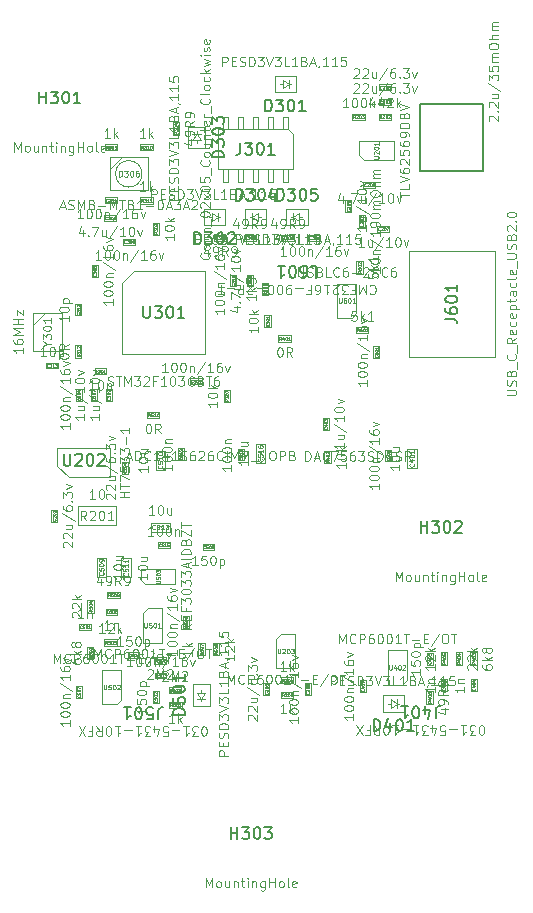
<source format=gbr>
%TF.GenerationSoftware,KiCad,Pcbnew,9.0.0*%
%TF.CreationDate,2025-02-24T12:48:06+01:00*%
%TF.ProjectId,mixed_signal,6d697865-645f-4736-9967-6e616c2e6b69,rev?*%
%TF.SameCoordinates,Original*%
%TF.FileFunction,AssemblyDrawing,Top*%
%FSLAX45Y45*%
G04 Gerber Fmt 4.5, Leading zero omitted, Abs format (unit mm)*
G04 Created by KiCad (PCBNEW 9.0.0) date 2025-02-24 12:48:06*
%MOMM*%
%LPD*%
G01*
G04 APERTURE LIST*
%ADD10C,0.120000*%
%ADD11C,0.040000*%
%ADD12C,0.150000*%
%ADD13C,0.060000*%
%ADD14C,0.050000*%
%ADD15C,0.105000*%
%ADD16C,0.075000*%
%ADD17C,0.100000*%
%ADD18C,0.127000*%
G04 APERTURE END LIST*
D10*
X13501905Y-6352885D02*
X13456190Y-6352885D01*
X13479047Y-6352885D02*
X13479047Y-6272885D01*
X13479047Y-6272885D02*
X13471428Y-6284314D01*
X13471428Y-6284314D02*
X13463809Y-6291933D01*
X13463809Y-6291933D02*
X13456190Y-6295743D01*
X13551428Y-6272885D02*
X13559047Y-6272885D01*
X13559047Y-6272885D02*
X13566667Y-6276695D01*
X13566667Y-6276695D02*
X13570476Y-6280504D01*
X13570476Y-6280504D02*
X13574286Y-6288124D01*
X13574286Y-6288124D02*
X13578095Y-6303362D01*
X13578095Y-6303362D02*
X13578095Y-6322409D01*
X13578095Y-6322409D02*
X13574286Y-6337647D01*
X13574286Y-6337647D02*
X13570476Y-6345266D01*
X13570476Y-6345266D02*
X13566667Y-6349076D01*
X13566667Y-6349076D02*
X13559047Y-6352885D01*
X13559047Y-6352885D02*
X13551428Y-6352885D01*
X13551428Y-6352885D02*
X13543809Y-6349076D01*
X13543809Y-6349076D02*
X13540000Y-6345266D01*
X13540000Y-6345266D02*
X13536190Y-6337647D01*
X13536190Y-6337647D02*
X13532381Y-6322409D01*
X13532381Y-6322409D02*
X13532381Y-6303362D01*
X13532381Y-6303362D02*
X13536190Y-6288124D01*
X13536190Y-6288124D02*
X13540000Y-6280504D01*
X13540000Y-6280504D02*
X13543809Y-6276695D01*
X13543809Y-6276695D02*
X13551428Y-6272885D01*
X13627619Y-6272885D02*
X13635238Y-6272885D01*
X13635238Y-6272885D02*
X13642857Y-6276695D01*
X13642857Y-6276695D02*
X13646667Y-6280504D01*
X13646667Y-6280504D02*
X13650476Y-6288124D01*
X13650476Y-6288124D02*
X13654286Y-6303362D01*
X13654286Y-6303362D02*
X13654286Y-6322409D01*
X13654286Y-6322409D02*
X13650476Y-6337647D01*
X13650476Y-6337647D02*
X13646667Y-6345266D01*
X13646667Y-6345266D02*
X13642857Y-6349076D01*
X13642857Y-6349076D02*
X13635238Y-6352885D01*
X13635238Y-6352885D02*
X13627619Y-6352885D01*
X13627619Y-6352885D02*
X13620000Y-6349076D01*
X13620000Y-6349076D02*
X13616190Y-6345266D01*
X13616190Y-6345266D02*
X13612381Y-6337647D01*
X13612381Y-6337647D02*
X13608571Y-6322409D01*
X13608571Y-6322409D02*
X13608571Y-6303362D01*
X13608571Y-6303362D02*
X13612381Y-6288124D01*
X13612381Y-6288124D02*
X13616190Y-6280504D01*
X13616190Y-6280504D02*
X13620000Y-6276695D01*
X13620000Y-6276695D02*
X13627619Y-6272885D01*
X13688571Y-6299552D02*
X13688571Y-6352885D01*
X13688571Y-6307171D02*
X13692381Y-6303362D01*
X13692381Y-6303362D02*
X13700000Y-6299552D01*
X13700000Y-6299552D02*
X13711428Y-6299552D01*
X13711428Y-6299552D02*
X13719048Y-6303362D01*
X13719048Y-6303362D02*
X13722857Y-6310981D01*
X13722857Y-6310981D02*
X13722857Y-6352885D01*
X13818095Y-6269076D02*
X13749524Y-6371933D01*
X13886667Y-6352885D02*
X13840952Y-6352885D01*
X13863809Y-6352885D02*
X13863809Y-6272885D01*
X13863809Y-6272885D02*
X13856190Y-6284314D01*
X13856190Y-6284314D02*
X13848571Y-6291933D01*
X13848571Y-6291933D02*
X13840952Y-6295743D01*
X13955238Y-6272885D02*
X13940000Y-6272885D01*
X13940000Y-6272885D02*
X13932381Y-6276695D01*
X13932381Y-6276695D02*
X13928571Y-6280504D01*
X13928571Y-6280504D02*
X13920952Y-6291933D01*
X13920952Y-6291933D02*
X13917143Y-6307171D01*
X13917143Y-6307171D02*
X13917143Y-6337647D01*
X13917143Y-6337647D02*
X13920952Y-6345266D01*
X13920952Y-6345266D02*
X13924762Y-6349076D01*
X13924762Y-6349076D02*
X13932381Y-6352885D01*
X13932381Y-6352885D02*
X13947619Y-6352885D01*
X13947619Y-6352885D02*
X13955238Y-6349076D01*
X13955238Y-6349076D02*
X13959048Y-6345266D01*
X13959048Y-6345266D02*
X13962857Y-6337647D01*
X13962857Y-6337647D02*
X13962857Y-6318600D01*
X13962857Y-6318600D02*
X13959048Y-6310981D01*
X13959048Y-6310981D02*
X13955238Y-6307171D01*
X13955238Y-6307171D02*
X13947619Y-6303362D01*
X13947619Y-6303362D02*
X13932381Y-6303362D01*
X13932381Y-6303362D02*
X13924762Y-6307171D01*
X13924762Y-6307171D02*
X13920952Y-6310981D01*
X13920952Y-6310981D02*
X13917143Y-6318600D01*
X13989524Y-6299552D02*
X14008571Y-6352885D01*
X14008571Y-6352885D02*
X14027619Y-6299552D01*
D11*
X13712024Y-6441476D02*
X13710833Y-6442667D01*
X13710833Y-6442667D02*
X13707262Y-6443857D01*
X13707262Y-6443857D02*
X13704881Y-6443857D01*
X13704881Y-6443857D02*
X13701310Y-6442667D01*
X13701310Y-6442667D02*
X13698929Y-6440286D01*
X13698929Y-6440286D02*
X13697738Y-6437905D01*
X13697738Y-6437905D02*
X13696548Y-6433143D01*
X13696548Y-6433143D02*
X13696548Y-6429572D01*
X13696548Y-6429572D02*
X13697738Y-6424810D01*
X13697738Y-6424810D02*
X13698929Y-6422429D01*
X13698929Y-6422429D02*
X13701310Y-6420048D01*
X13701310Y-6420048D02*
X13704881Y-6418857D01*
X13704881Y-6418857D02*
X13707262Y-6418857D01*
X13707262Y-6418857D02*
X13710833Y-6420048D01*
X13710833Y-6420048D02*
X13712024Y-6421238D01*
X13720357Y-6418857D02*
X13735833Y-6418857D01*
X13735833Y-6418857D02*
X13727500Y-6428381D01*
X13727500Y-6428381D02*
X13731071Y-6428381D01*
X13731071Y-6428381D02*
X13733452Y-6429572D01*
X13733452Y-6429572D02*
X13734643Y-6430762D01*
X13734643Y-6430762D02*
X13735833Y-6433143D01*
X13735833Y-6433143D02*
X13735833Y-6439095D01*
X13735833Y-6439095D02*
X13734643Y-6441476D01*
X13734643Y-6441476D02*
X13733452Y-6442667D01*
X13733452Y-6442667D02*
X13731071Y-6443857D01*
X13731071Y-6443857D02*
X13723929Y-6443857D01*
X13723929Y-6443857D02*
X13721548Y-6442667D01*
X13721548Y-6442667D02*
X13720357Y-6441476D01*
X13751309Y-6418857D02*
X13753690Y-6418857D01*
X13753690Y-6418857D02*
X13756071Y-6420048D01*
X13756071Y-6420048D02*
X13757262Y-6421238D01*
X13757262Y-6421238D02*
X13758452Y-6423619D01*
X13758452Y-6423619D02*
X13759643Y-6428381D01*
X13759643Y-6428381D02*
X13759643Y-6434334D01*
X13759643Y-6434334D02*
X13758452Y-6439095D01*
X13758452Y-6439095D02*
X13757262Y-6441476D01*
X13757262Y-6441476D02*
X13756071Y-6442667D01*
X13756071Y-6442667D02*
X13753690Y-6443857D01*
X13753690Y-6443857D02*
X13751309Y-6443857D01*
X13751309Y-6443857D02*
X13748929Y-6442667D01*
X13748929Y-6442667D02*
X13747738Y-6441476D01*
X13747738Y-6441476D02*
X13746548Y-6439095D01*
X13746548Y-6439095D02*
X13745357Y-6434334D01*
X13745357Y-6434334D02*
X13745357Y-6428381D01*
X13745357Y-6428381D02*
X13746548Y-6423619D01*
X13746548Y-6423619D02*
X13747738Y-6421238D01*
X13747738Y-6421238D02*
X13748929Y-6420048D01*
X13748929Y-6420048D02*
X13751309Y-6418857D01*
X13769167Y-6421238D02*
X13770357Y-6420048D01*
X13770357Y-6420048D02*
X13772738Y-6418857D01*
X13772738Y-6418857D02*
X13778690Y-6418857D01*
X13778690Y-6418857D02*
X13781071Y-6420048D01*
X13781071Y-6420048D02*
X13782262Y-6421238D01*
X13782262Y-6421238D02*
X13783452Y-6423619D01*
X13783452Y-6423619D02*
X13783452Y-6426000D01*
X13783452Y-6426000D02*
X13782262Y-6429572D01*
X13782262Y-6429572D02*
X13767976Y-6443857D01*
X13767976Y-6443857D02*
X13783452Y-6443857D01*
D10*
X13733690Y-5267386D02*
X13733690Y-5187386D01*
X13733690Y-5187386D02*
X13764167Y-5187386D01*
X13764167Y-5187386D02*
X13771786Y-5191195D01*
X13771786Y-5191195D02*
X13775595Y-5195005D01*
X13775595Y-5195005D02*
X13779405Y-5202624D01*
X13779405Y-5202624D02*
X13779405Y-5214052D01*
X13779405Y-5214052D02*
X13775595Y-5221671D01*
X13775595Y-5221671D02*
X13771786Y-5225481D01*
X13771786Y-5225481D02*
X13764167Y-5229290D01*
X13764167Y-5229290D02*
X13733690Y-5229290D01*
X13813690Y-5225481D02*
X13840357Y-5225481D01*
X13851786Y-5267386D02*
X13813690Y-5267386D01*
X13813690Y-5267386D02*
X13813690Y-5187386D01*
X13813690Y-5187386D02*
X13851786Y-5187386D01*
X13882262Y-5263576D02*
X13893690Y-5267386D01*
X13893690Y-5267386D02*
X13912738Y-5267386D01*
X13912738Y-5267386D02*
X13920357Y-5263576D01*
X13920357Y-5263576D02*
X13924167Y-5259766D01*
X13924167Y-5259766D02*
X13927976Y-5252147D01*
X13927976Y-5252147D02*
X13927976Y-5244528D01*
X13927976Y-5244528D02*
X13924167Y-5236909D01*
X13924167Y-5236909D02*
X13920357Y-5233100D01*
X13920357Y-5233100D02*
X13912738Y-5229290D01*
X13912738Y-5229290D02*
X13897500Y-5225481D01*
X13897500Y-5225481D02*
X13889881Y-5221671D01*
X13889881Y-5221671D02*
X13886071Y-5217862D01*
X13886071Y-5217862D02*
X13882262Y-5210243D01*
X13882262Y-5210243D02*
X13882262Y-5202624D01*
X13882262Y-5202624D02*
X13886071Y-5195005D01*
X13886071Y-5195005D02*
X13889881Y-5191195D01*
X13889881Y-5191195D02*
X13897500Y-5187386D01*
X13897500Y-5187386D02*
X13916548Y-5187386D01*
X13916548Y-5187386D02*
X13927976Y-5191195D01*
X13962262Y-5267386D02*
X13962262Y-5187386D01*
X13962262Y-5187386D02*
X13981309Y-5187386D01*
X13981309Y-5187386D02*
X13992738Y-5191195D01*
X13992738Y-5191195D02*
X14000357Y-5198814D01*
X14000357Y-5198814D02*
X14004167Y-5206433D01*
X14004167Y-5206433D02*
X14007976Y-5221671D01*
X14007976Y-5221671D02*
X14007976Y-5233100D01*
X14007976Y-5233100D02*
X14004167Y-5248338D01*
X14004167Y-5248338D02*
X14000357Y-5255957D01*
X14000357Y-5255957D02*
X13992738Y-5263576D01*
X13992738Y-5263576D02*
X13981309Y-5267386D01*
X13981309Y-5267386D02*
X13962262Y-5267386D01*
X14034643Y-5187386D02*
X14084167Y-5187386D01*
X14084167Y-5187386D02*
X14057500Y-5217862D01*
X14057500Y-5217862D02*
X14068928Y-5217862D01*
X14068928Y-5217862D02*
X14076548Y-5221671D01*
X14076548Y-5221671D02*
X14080357Y-5225481D01*
X14080357Y-5225481D02*
X14084167Y-5233100D01*
X14084167Y-5233100D02*
X14084167Y-5252147D01*
X14084167Y-5252147D02*
X14080357Y-5259766D01*
X14080357Y-5259766D02*
X14076548Y-5263576D01*
X14076548Y-5263576D02*
X14068928Y-5267386D01*
X14068928Y-5267386D02*
X14046071Y-5267386D01*
X14046071Y-5267386D02*
X14038452Y-5263576D01*
X14038452Y-5263576D02*
X14034643Y-5259766D01*
X14107024Y-5187386D02*
X14133690Y-5267386D01*
X14133690Y-5267386D02*
X14160357Y-5187386D01*
X14179405Y-5187386D02*
X14228928Y-5187386D01*
X14228928Y-5187386D02*
X14202262Y-5217862D01*
X14202262Y-5217862D02*
X14213690Y-5217862D01*
X14213690Y-5217862D02*
X14221309Y-5221671D01*
X14221309Y-5221671D02*
X14225119Y-5225481D01*
X14225119Y-5225481D02*
X14228928Y-5233100D01*
X14228928Y-5233100D02*
X14228928Y-5252147D01*
X14228928Y-5252147D02*
X14225119Y-5259766D01*
X14225119Y-5259766D02*
X14221309Y-5263576D01*
X14221309Y-5263576D02*
X14213690Y-5267386D01*
X14213690Y-5267386D02*
X14190833Y-5267386D01*
X14190833Y-5267386D02*
X14183214Y-5263576D01*
X14183214Y-5263576D02*
X14179405Y-5259766D01*
X14301309Y-5267386D02*
X14263214Y-5267386D01*
X14263214Y-5267386D02*
X14263214Y-5187386D01*
X14369881Y-5267386D02*
X14324167Y-5267386D01*
X14347024Y-5267386D02*
X14347024Y-5187386D01*
X14347024Y-5187386D02*
X14339405Y-5198814D01*
X14339405Y-5198814D02*
X14331786Y-5206433D01*
X14331786Y-5206433D02*
X14324167Y-5210243D01*
X14430833Y-5225481D02*
X14442262Y-5229290D01*
X14442262Y-5229290D02*
X14446071Y-5233100D01*
X14446071Y-5233100D02*
X14449881Y-5240719D01*
X14449881Y-5240719D02*
X14449881Y-5252147D01*
X14449881Y-5252147D02*
X14446071Y-5259766D01*
X14446071Y-5259766D02*
X14442262Y-5263576D01*
X14442262Y-5263576D02*
X14434643Y-5267386D01*
X14434643Y-5267386D02*
X14404167Y-5267386D01*
X14404167Y-5267386D02*
X14404167Y-5187386D01*
X14404167Y-5187386D02*
X14430833Y-5187386D01*
X14430833Y-5187386D02*
X14438452Y-5191195D01*
X14438452Y-5191195D02*
X14442262Y-5195005D01*
X14442262Y-5195005D02*
X14446071Y-5202624D01*
X14446071Y-5202624D02*
X14446071Y-5210243D01*
X14446071Y-5210243D02*
X14442262Y-5217862D01*
X14442262Y-5217862D02*
X14438452Y-5221671D01*
X14438452Y-5221671D02*
X14430833Y-5225481D01*
X14430833Y-5225481D02*
X14404167Y-5225481D01*
X14480357Y-5244528D02*
X14518452Y-5244528D01*
X14472738Y-5267386D02*
X14499405Y-5187386D01*
X14499405Y-5187386D02*
X14526071Y-5267386D01*
X14556548Y-5263576D02*
X14556548Y-5267386D01*
X14556548Y-5267386D02*
X14552738Y-5275005D01*
X14552738Y-5275005D02*
X14548928Y-5278814D01*
X14632738Y-5267386D02*
X14587024Y-5267386D01*
X14609881Y-5267386D02*
X14609881Y-5187386D01*
X14609881Y-5187386D02*
X14602262Y-5198814D01*
X14602262Y-5198814D02*
X14594643Y-5206433D01*
X14594643Y-5206433D02*
X14587024Y-5210243D01*
X14708928Y-5267386D02*
X14663214Y-5267386D01*
X14686071Y-5267386D02*
X14686071Y-5187386D01*
X14686071Y-5187386D02*
X14678452Y-5198814D01*
X14678452Y-5198814D02*
X14670833Y-5206433D01*
X14670833Y-5206433D02*
X14663214Y-5210243D01*
X14781309Y-5187386D02*
X14743214Y-5187386D01*
X14743214Y-5187386D02*
X14739405Y-5225481D01*
X14739405Y-5225481D02*
X14743214Y-5221671D01*
X14743214Y-5221671D02*
X14750833Y-5217862D01*
X14750833Y-5217862D02*
X14769881Y-5217862D01*
X14769881Y-5217862D02*
X14777500Y-5221671D01*
X14777500Y-5221671D02*
X14781309Y-5225481D01*
X14781309Y-5225481D02*
X14785119Y-5233100D01*
X14785119Y-5233100D02*
X14785119Y-5252147D01*
X14785119Y-5252147D02*
X14781309Y-5259766D01*
X14781309Y-5259766D02*
X14777500Y-5263576D01*
X14777500Y-5263576D02*
X14769881Y-5267386D01*
X14769881Y-5267386D02*
X14750833Y-5267386D01*
X14750833Y-5267386D02*
X14743214Y-5263576D01*
X14743214Y-5263576D02*
X14739405Y-5259766D01*
D12*
X14078452Y-4901482D02*
X14078452Y-4801482D01*
X14078452Y-4801482D02*
X14102262Y-4801482D01*
X14102262Y-4801482D02*
X14116548Y-4806244D01*
X14116548Y-4806244D02*
X14126071Y-4815768D01*
X14126071Y-4815768D02*
X14130833Y-4825291D01*
X14130833Y-4825291D02*
X14135595Y-4844339D01*
X14135595Y-4844339D02*
X14135595Y-4858625D01*
X14135595Y-4858625D02*
X14130833Y-4877672D01*
X14130833Y-4877672D02*
X14126071Y-4887196D01*
X14126071Y-4887196D02*
X14116548Y-4896720D01*
X14116548Y-4896720D02*
X14102262Y-4901482D01*
X14102262Y-4901482D02*
X14078452Y-4901482D01*
X14168929Y-4801482D02*
X14230833Y-4801482D01*
X14230833Y-4801482D02*
X14197500Y-4839577D01*
X14197500Y-4839577D02*
X14211786Y-4839577D01*
X14211786Y-4839577D02*
X14221309Y-4844339D01*
X14221309Y-4844339D02*
X14226071Y-4849101D01*
X14226071Y-4849101D02*
X14230833Y-4858625D01*
X14230833Y-4858625D02*
X14230833Y-4882434D01*
X14230833Y-4882434D02*
X14226071Y-4891958D01*
X14226071Y-4891958D02*
X14221309Y-4896720D01*
X14221309Y-4896720D02*
X14211786Y-4901482D01*
X14211786Y-4901482D02*
X14183214Y-4901482D01*
X14183214Y-4901482D02*
X14173690Y-4896720D01*
X14173690Y-4896720D02*
X14168929Y-4891958D01*
X14292738Y-4801482D02*
X14302262Y-4801482D01*
X14302262Y-4801482D02*
X14311786Y-4806244D01*
X14311786Y-4806244D02*
X14316548Y-4811006D01*
X14316548Y-4811006D02*
X14321309Y-4820530D01*
X14321309Y-4820530D02*
X14326071Y-4839577D01*
X14326071Y-4839577D02*
X14326071Y-4863387D01*
X14326071Y-4863387D02*
X14321309Y-4882434D01*
X14321309Y-4882434D02*
X14316548Y-4891958D01*
X14316548Y-4891958D02*
X14311786Y-4896720D01*
X14311786Y-4896720D02*
X14302262Y-4901482D01*
X14302262Y-4901482D02*
X14292738Y-4901482D01*
X14292738Y-4901482D02*
X14283214Y-4896720D01*
X14283214Y-4896720D02*
X14278452Y-4891958D01*
X14278452Y-4891958D02*
X14273690Y-4882434D01*
X14273690Y-4882434D02*
X14268929Y-4863387D01*
X14268929Y-4863387D02*
X14268929Y-4839577D01*
X14268929Y-4839577D02*
X14273690Y-4820530D01*
X14273690Y-4820530D02*
X14278452Y-4811006D01*
X14278452Y-4811006D02*
X14283214Y-4806244D01*
X14283214Y-4806244D02*
X14292738Y-4801482D01*
X14411786Y-4834815D02*
X14411786Y-4901482D01*
X14387976Y-4796720D02*
X14364167Y-4868149D01*
X14364167Y-4868149D02*
X14426071Y-4868149D01*
D10*
X14013885Y-9601310D02*
X13933885Y-9601310D01*
X13933885Y-9601310D02*
X13933885Y-9570833D01*
X13933885Y-9570833D02*
X13937695Y-9563214D01*
X13937695Y-9563214D02*
X13941504Y-9559405D01*
X13941504Y-9559405D02*
X13949124Y-9555595D01*
X13949124Y-9555595D02*
X13960552Y-9555595D01*
X13960552Y-9555595D02*
X13968171Y-9559405D01*
X13968171Y-9559405D02*
X13971981Y-9563214D01*
X13971981Y-9563214D02*
X13975790Y-9570833D01*
X13975790Y-9570833D02*
X13975790Y-9601310D01*
X13971981Y-9521310D02*
X13971981Y-9494643D01*
X14013885Y-9483214D02*
X14013885Y-9521310D01*
X14013885Y-9521310D02*
X13933885Y-9521310D01*
X13933885Y-9521310D02*
X13933885Y-9483214D01*
X14010076Y-9452738D02*
X14013885Y-9441310D01*
X14013885Y-9441310D02*
X14013885Y-9422262D01*
X14013885Y-9422262D02*
X14010076Y-9414643D01*
X14010076Y-9414643D02*
X14006266Y-9410833D01*
X14006266Y-9410833D02*
X13998647Y-9407024D01*
X13998647Y-9407024D02*
X13991028Y-9407024D01*
X13991028Y-9407024D02*
X13983409Y-9410833D01*
X13983409Y-9410833D02*
X13979600Y-9414643D01*
X13979600Y-9414643D02*
X13975790Y-9422262D01*
X13975790Y-9422262D02*
X13971981Y-9437500D01*
X13971981Y-9437500D02*
X13968171Y-9445119D01*
X13968171Y-9445119D02*
X13964362Y-9448929D01*
X13964362Y-9448929D02*
X13956743Y-9452738D01*
X13956743Y-9452738D02*
X13949124Y-9452738D01*
X13949124Y-9452738D02*
X13941504Y-9448929D01*
X13941504Y-9448929D02*
X13937695Y-9445119D01*
X13937695Y-9445119D02*
X13933885Y-9437500D01*
X13933885Y-9437500D02*
X13933885Y-9418452D01*
X13933885Y-9418452D02*
X13937695Y-9407024D01*
X14013885Y-9372738D02*
X13933885Y-9372738D01*
X13933885Y-9372738D02*
X13933885Y-9353690D01*
X13933885Y-9353690D02*
X13937695Y-9342262D01*
X13937695Y-9342262D02*
X13945314Y-9334643D01*
X13945314Y-9334643D02*
X13952933Y-9330833D01*
X13952933Y-9330833D02*
X13968171Y-9327024D01*
X13968171Y-9327024D02*
X13979600Y-9327024D01*
X13979600Y-9327024D02*
X13994838Y-9330833D01*
X13994838Y-9330833D02*
X14002457Y-9334643D01*
X14002457Y-9334643D02*
X14010076Y-9342262D01*
X14010076Y-9342262D02*
X14013885Y-9353690D01*
X14013885Y-9353690D02*
X14013885Y-9372738D01*
X13933885Y-9300357D02*
X13933885Y-9250833D01*
X13933885Y-9250833D02*
X13964362Y-9277500D01*
X13964362Y-9277500D02*
X13964362Y-9266071D01*
X13964362Y-9266071D02*
X13968171Y-9258452D01*
X13968171Y-9258452D02*
X13971981Y-9254643D01*
X13971981Y-9254643D02*
X13979600Y-9250833D01*
X13979600Y-9250833D02*
X13998647Y-9250833D01*
X13998647Y-9250833D02*
X14006266Y-9254643D01*
X14006266Y-9254643D02*
X14010076Y-9258452D01*
X14010076Y-9258452D02*
X14013885Y-9266071D01*
X14013885Y-9266071D02*
X14013885Y-9288929D01*
X14013885Y-9288929D02*
X14010076Y-9296548D01*
X14010076Y-9296548D02*
X14006266Y-9300357D01*
X13933885Y-9227976D02*
X14013885Y-9201309D01*
X14013885Y-9201309D02*
X13933885Y-9174643D01*
X13933885Y-9155595D02*
X13933885Y-9106071D01*
X13933885Y-9106071D02*
X13964362Y-9132738D01*
X13964362Y-9132738D02*
X13964362Y-9121310D01*
X13964362Y-9121310D02*
X13968171Y-9113690D01*
X13968171Y-9113690D02*
X13971981Y-9109881D01*
X13971981Y-9109881D02*
X13979600Y-9106071D01*
X13979600Y-9106071D02*
X13998647Y-9106071D01*
X13998647Y-9106071D02*
X14006266Y-9109881D01*
X14006266Y-9109881D02*
X14010076Y-9113690D01*
X14010076Y-9113690D02*
X14013885Y-9121310D01*
X14013885Y-9121310D02*
X14013885Y-9144167D01*
X14013885Y-9144167D02*
X14010076Y-9151786D01*
X14010076Y-9151786D02*
X14006266Y-9155595D01*
X14013885Y-9033690D02*
X14013885Y-9071786D01*
X14013885Y-9071786D02*
X13933885Y-9071786D01*
X14013885Y-8965119D02*
X14013885Y-9010833D01*
X14013885Y-8987976D02*
X13933885Y-8987976D01*
X13933885Y-8987976D02*
X13945314Y-8995595D01*
X13945314Y-8995595D02*
X13952933Y-9003214D01*
X13952933Y-9003214D02*
X13956743Y-9010833D01*
X13971981Y-8904167D02*
X13975790Y-8892738D01*
X13975790Y-8892738D02*
X13979600Y-8888929D01*
X13979600Y-8888929D02*
X13987219Y-8885119D01*
X13987219Y-8885119D02*
X13998647Y-8885119D01*
X13998647Y-8885119D02*
X14006266Y-8888929D01*
X14006266Y-8888929D02*
X14010076Y-8892738D01*
X14010076Y-8892738D02*
X14013885Y-8900357D01*
X14013885Y-8900357D02*
X14013885Y-8930833D01*
X14013885Y-8930833D02*
X13933885Y-8930833D01*
X13933885Y-8930833D02*
X13933885Y-8904167D01*
X13933885Y-8904167D02*
X13937695Y-8896548D01*
X13937695Y-8896548D02*
X13941504Y-8892738D01*
X13941504Y-8892738D02*
X13949124Y-8888929D01*
X13949124Y-8888929D02*
X13956743Y-8888929D01*
X13956743Y-8888929D02*
X13964362Y-8892738D01*
X13964362Y-8892738D02*
X13968171Y-8896548D01*
X13968171Y-8896548D02*
X13971981Y-8904167D01*
X13971981Y-8904167D02*
X13971981Y-8930833D01*
X13991028Y-8854643D02*
X13991028Y-8816548D01*
X14013885Y-8862262D02*
X13933885Y-8835595D01*
X13933885Y-8835595D02*
X14013885Y-8808929D01*
X14010076Y-8778452D02*
X14013885Y-8778452D01*
X14013885Y-8778452D02*
X14021504Y-8782262D01*
X14021504Y-8782262D02*
X14025314Y-8786071D01*
X14013885Y-8702262D02*
X14013885Y-8747976D01*
X14013885Y-8725119D02*
X13933885Y-8725119D01*
X13933885Y-8725119D02*
X13945314Y-8732738D01*
X13945314Y-8732738D02*
X13952933Y-8740357D01*
X13952933Y-8740357D02*
X13956743Y-8747976D01*
X14013885Y-8626071D02*
X14013885Y-8671786D01*
X14013885Y-8648929D02*
X13933885Y-8648929D01*
X13933885Y-8648929D02*
X13945314Y-8656548D01*
X13945314Y-8656548D02*
X13952933Y-8664167D01*
X13952933Y-8664167D02*
X13956743Y-8671786D01*
X13933885Y-8553690D02*
X13933885Y-8591786D01*
X13933885Y-8591786D02*
X13971981Y-8595595D01*
X13971981Y-8595595D02*
X13968171Y-8591786D01*
X13968171Y-8591786D02*
X13964362Y-8584167D01*
X13964362Y-8584167D02*
X13964362Y-8565119D01*
X13964362Y-8565119D02*
X13968171Y-8557500D01*
X13968171Y-8557500D02*
X13971981Y-8553690D01*
X13971981Y-8553690D02*
X13979600Y-8549881D01*
X13979600Y-8549881D02*
X13998647Y-8549881D01*
X13998647Y-8549881D02*
X14006266Y-8553690D01*
X14006266Y-8553690D02*
X14010076Y-8557500D01*
X14010076Y-8557500D02*
X14013885Y-8565119D01*
X14013885Y-8565119D02*
X14013885Y-8584167D01*
X14013885Y-8584167D02*
X14010076Y-8591786D01*
X14010076Y-8591786D02*
X14006266Y-8595595D01*
D12*
X13647982Y-9256548D02*
X13547982Y-9256548D01*
X13547982Y-9256548D02*
X13547982Y-9232738D01*
X13547982Y-9232738D02*
X13552744Y-9218452D01*
X13552744Y-9218452D02*
X13562268Y-9208929D01*
X13562268Y-9208929D02*
X13571791Y-9204167D01*
X13571791Y-9204167D02*
X13590839Y-9199405D01*
X13590839Y-9199405D02*
X13605125Y-9199405D01*
X13605125Y-9199405D02*
X13624172Y-9204167D01*
X13624172Y-9204167D02*
X13633696Y-9208929D01*
X13633696Y-9208929D02*
X13643220Y-9218452D01*
X13643220Y-9218452D02*
X13647982Y-9232738D01*
X13647982Y-9232738D02*
X13647982Y-9256548D01*
X13547982Y-9108929D02*
X13547982Y-9156548D01*
X13547982Y-9156548D02*
X13595601Y-9161309D01*
X13595601Y-9161309D02*
X13590839Y-9156548D01*
X13590839Y-9156548D02*
X13586077Y-9147024D01*
X13586077Y-9147024D02*
X13586077Y-9123214D01*
X13586077Y-9123214D02*
X13590839Y-9113690D01*
X13590839Y-9113690D02*
X13595601Y-9108929D01*
X13595601Y-9108929D02*
X13605125Y-9104167D01*
X13605125Y-9104167D02*
X13628934Y-9104167D01*
X13628934Y-9104167D02*
X13638458Y-9108929D01*
X13638458Y-9108929D02*
X13643220Y-9113690D01*
X13643220Y-9113690D02*
X13647982Y-9123214D01*
X13647982Y-9123214D02*
X13647982Y-9147024D01*
X13647982Y-9147024D02*
X13643220Y-9156548D01*
X13643220Y-9156548D02*
X13638458Y-9161309D01*
X13547982Y-9042262D02*
X13547982Y-9032738D01*
X13547982Y-9032738D02*
X13552744Y-9023214D01*
X13552744Y-9023214D02*
X13557506Y-9018452D01*
X13557506Y-9018452D02*
X13567029Y-9013690D01*
X13567029Y-9013690D02*
X13586077Y-9008929D01*
X13586077Y-9008929D02*
X13609887Y-9008929D01*
X13609887Y-9008929D02*
X13628934Y-9013690D01*
X13628934Y-9013690D02*
X13638458Y-9018452D01*
X13638458Y-9018452D02*
X13643220Y-9023214D01*
X13643220Y-9023214D02*
X13647982Y-9032738D01*
X13647982Y-9032738D02*
X13647982Y-9042262D01*
X13647982Y-9042262D02*
X13643220Y-9051786D01*
X13643220Y-9051786D02*
X13638458Y-9056548D01*
X13638458Y-9056548D02*
X13628934Y-9061309D01*
X13628934Y-9061309D02*
X13609887Y-9066071D01*
X13609887Y-9066071D02*
X13586077Y-9066071D01*
X13586077Y-9066071D02*
X13567029Y-9061309D01*
X13567029Y-9061309D02*
X13557506Y-9056548D01*
X13557506Y-9056548D02*
X13552744Y-9051786D01*
X13552744Y-9051786D02*
X13547982Y-9042262D01*
X13647982Y-8913690D02*
X13647982Y-8970833D01*
X13647982Y-8942262D02*
X13547982Y-8942262D01*
X13547982Y-8942262D02*
X13562268Y-8951786D01*
X13562268Y-8951786D02*
X13571791Y-8961309D01*
X13571791Y-8961309D02*
X13576553Y-8970833D01*
D10*
X12985504Y-7427262D02*
X12981695Y-7423452D01*
X12981695Y-7423452D02*
X12977885Y-7415833D01*
X12977885Y-7415833D02*
X12977885Y-7396786D01*
X12977885Y-7396786D02*
X12981695Y-7389167D01*
X12981695Y-7389167D02*
X12985504Y-7385357D01*
X12985504Y-7385357D02*
X12993124Y-7381548D01*
X12993124Y-7381548D02*
X13000743Y-7381548D01*
X13000743Y-7381548D02*
X13012171Y-7385357D01*
X13012171Y-7385357D02*
X13057885Y-7431071D01*
X13057885Y-7431071D02*
X13057885Y-7381548D01*
X12985504Y-7351071D02*
X12981695Y-7347262D01*
X12981695Y-7347262D02*
X12977885Y-7339643D01*
X12977885Y-7339643D02*
X12977885Y-7320595D01*
X12977885Y-7320595D02*
X12981695Y-7312976D01*
X12981695Y-7312976D02*
X12985504Y-7309167D01*
X12985504Y-7309167D02*
X12993124Y-7305357D01*
X12993124Y-7305357D02*
X13000743Y-7305357D01*
X13000743Y-7305357D02*
X13012171Y-7309167D01*
X13012171Y-7309167D02*
X13057885Y-7354881D01*
X13057885Y-7354881D02*
X13057885Y-7305357D01*
X13004552Y-7236786D02*
X13057885Y-7236786D01*
X13004552Y-7271071D02*
X13046457Y-7271071D01*
X13046457Y-7271071D02*
X13054076Y-7267262D01*
X13054076Y-7267262D02*
X13057885Y-7259643D01*
X13057885Y-7259643D02*
X13057885Y-7248214D01*
X13057885Y-7248214D02*
X13054076Y-7240595D01*
X13054076Y-7240595D02*
X13050266Y-7236786D01*
X12974076Y-7141547D02*
X13076933Y-7210119D01*
X12977885Y-7080595D02*
X12977885Y-7095833D01*
X12977885Y-7095833D02*
X12981695Y-7103452D01*
X12981695Y-7103452D02*
X12985504Y-7107262D01*
X12985504Y-7107262D02*
X12996933Y-7114881D01*
X12996933Y-7114881D02*
X13012171Y-7118690D01*
X13012171Y-7118690D02*
X13042647Y-7118690D01*
X13042647Y-7118690D02*
X13050266Y-7114881D01*
X13050266Y-7114881D02*
X13054076Y-7111071D01*
X13054076Y-7111071D02*
X13057885Y-7103452D01*
X13057885Y-7103452D02*
X13057885Y-7088214D01*
X13057885Y-7088214D02*
X13054076Y-7080595D01*
X13054076Y-7080595D02*
X13050266Y-7076786D01*
X13050266Y-7076786D02*
X13042647Y-7072976D01*
X13042647Y-7072976D02*
X13023600Y-7072976D01*
X13023600Y-7072976D02*
X13015981Y-7076786D01*
X13015981Y-7076786D02*
X13012171Y-7080595D01*
X13012171Y-7080595D02*
X13008362Y-7088214D01*
X13008362Y-7088214D02*
X13008362Y-7103452D01*
X13008362Y-7103452D02*
X13012171Y-7111071D01*
X13012171Y-7111071D02*
X13015981Y-7114881D01*
X13015981Y-7114881D02*
X13023600Y-7118690D01*
X13050266Y-7038690D02*
X13054076Y-7034881D01*
X13054076Y-7034881D02*
X13057885Y-7038690D01*
X13057885Y-7038690D02*
X13054076Y-7042500D01*
X13054076Y-7042500D02*
X13050266Y-7038690D01*
X13050266Y-7038690D02*
X13057885Y-7038690D01*
X12977885Y-7008214D02*
X12977885Y-6958690D01*
X12977885Y-6958690D02*
X13008362Y-6985357D01*
X13008362Y-6985357D02*
X13008362Y-6973928D01*
X13008362Y-6973928D02*
X13012171Y-6966309D01*
X13012171Y-6966309D02*
X13015981Y-6962500D01*
X13015981Y-6962500D02*
X13023600Y-6958690D01*
X13023600Y-6958690D02*
X13042647Y-6958690D01*
X13042647Y-6958690D02*
X13050266Y-6962500D01*
X13050266Y-6962500D02*
X13054076Y-6966309D01*
X13054076Y-6966309D02*
X13057885Y-6973928D01*
X13057885Y-6973928D02*
X13057885Y-6996786D01*
X13057885Y-6996786D02*
X13054076Y-7004405D01*
X13054076Y-7004405D02*
X13050266Y-7008214D01*
X13004552Y-6932024D02*
X13057885Y-6912976D01*
X13057885Y-6912976D02*
X13004552Y-6893928D01*
D11*
X13146476Y-7190476D02*
X13147667Y-7191666D01*
X13147667Y-7191666D02*
X13148857Y-7195238D01*
X13148857Y-7195238D02*
X13148857Y-7197619D01*
X13148857Y-7197619D02*
X13147667Y-7201190D01*
X13147667Y-7201190D02*
X13145286Y-7203571D01*
X13145286Y-7203571D02*
X13142905Y-7204762D01*
X13142905Y-7204762D02*
X13138143Y-7205952D01*
X13138143Y-7205952D02*
X13134572Y-7205952D01*
X13134572Y-7205952D02*
X13129810Y-7204762D01*
X13129810Y-7204762D02*
X13127429Y-7203571D01*
X13127429Y-7203571D02*
X13125048Y-7201190D01*
X13125048Y-7201190D02*
X13123857Y-7197619D01*
X13123857Y-7197619D02*
X13123857Y-7195238D01*
X13123857Y-7195238D02*
X13125048Y-7191666D01*
X13125048Y-7191666D02*
X13126238Y-7190476D01*
X13126238Y-7180952D02*
X13125048Y-7179762D01*
X13125048Y-7179762D02*
X13123857Y-7177381D01*
X13123857Y-7177381D02*
X13123857Y-7171428D01*
X13123857Y-7171428D02*
X13125048Y-7169047D01*
X13125048Y-7169047D02*
X13126238Y-7167857D01*
X13126238Y-7167857D02*
X13128619Y-7166666D01*
X13128619Y-7166666D02*
X13131000Y-7166666D01*
X13131000Y-7166666D02*
X13134572Y-7167857D01*
X13134572Y-7167857D02*
X13148857Y-7182143D01*
X13148857Y-7182143D02*
X13148857Y-7166666D01*
X13123857Y-7151190D02*
X13123857Y-7148809D01*
X13123857Y-7148809D02*
X13125048Y-7146428D01*
X13125048Y-7146428D02*
X13126238Y-7145238D01*
X13126238Y-7145238D02*
X13128619Y-7144047D01*
X13128619Y-7144047D02*
X13133381Y-7142857D01*
X13133381Y-7142857D02*
X13139334Y-7142857D01*
X13139334Y-7142857D02*
X13144095Y-7144047D01*
X13144095Y-7144047D02*
X13146476Y-7145238D01*
X13146476Y-7145238D02*
X13147667Y-7146428D01*
X13147667Y-7146428D02*
X13148857Y-7148809D01*
X13148857Y-7148809D02*
X13148857Y-7151190D01*
X13148857Y-7151190D02*
X13147667Y-7153571D01*
X13147667Y-7153571D02*
X13146476Y-7154762D01*
X13146476Y-7154762D02*
X13144095Y-7155952D01*
X13144095Y-7155952D02*
X13139334Y-7157143D01*
X13139334Y-7157143D02*
X13133381Y-7157143D01*
X13133381Y-7157143D02*
X13128619Y-7155952D01*
X13128619Y-7155952D02*
X13126238Y-7154762D01*
X13126238Y-7154762D02*
X13125048Y-7153571D01*
X13125048Y-7153571D02*
X13123857Y-7151190D01*
X13132191Y-7121428D02*
X13148857Y-7121428D01*
X13122667Y-7127381D02*
X13140524Y-7133333D01*
X13140524Y-7133333D02*
X13140524Y-7117857D01*
D10*
X16165885Y-8834238D02*
X16165885Y-8849476D01*
X16165885Y-8849476D02*
X16169695Y-8857095D01*
X16169695Y-8857095D02*
X16173504Y-8860905D01*
X16173504Y-8860905D02*
X16184933Y-8868524D01*
X16184933Y-8868524D02*
X16200171Y-8872333D01*
X16200171Y-8872333D02*
X16230647Y-8872333D01*
X16230647Y-8872333D02*
X16238266Y-8868524D01*
X16238266Y-8868524D02*
X16242076Y-8864714D01*
X16242076Y-8864714D02*
X16245885Y-8857095D01*
X16245885Y-8857095D02*
X16245885Y-8841857D01*
X16245885Y-8841857D02*
X16242076Y-8834238D01*
X16242076Y-8834238D02*
X16238266Y-8830429D01*
X16238266Y-8830429D02*
X16230647Y-8826619D01*
X16230647Y-8826619D02*
X16211600Y-8826619D01*
X16211600Y-8826619D02*
X16203981Y-8830429D01*
X16203981Y-8830429D02*
X16200171Y-8834238D01*
X16200171Y-8834238D02*
X16196362Y-8841857D01*
X16196362Y-8841857D02*
X16196362Y-8857095D01*
X16196362Y-8857095D02*
X16200171Y-8864714D01*
X16200171Y-8864714D02*
X16203981Y-8868524D01*
X16203981Y-8868524D02*
X16211600Y-8872333D01*
X16245885Y-8792333D02*
X16165885Y-8792333D01*
X16215409Y-8784714D02*
X16245885Y-8761857D01*
X16192552Y-8761857D02*
X16223028Y-8792333D01*
X16200171Y-8716143D02*
X16196362Y-8723762D01*
X16196362Y-8723762D02*
X16192552Y-8727571D01*
X16192552Y-8727571D02*
X16184933Y-8731381D01*
X16184933Y-8731381D02*
X16181124Y-8731381D01*
X16181124Y-8731381D02*
X16173504Y-8727571D01*
X16173504Y-8727571D02*
X16169695Y-8723762D01*
X16169695Y-8723762D02*
X16165885Y-8716143D01*
X16165885Y-8716143D02*
X16165885Y-8700905D01*
X16165885Y-8700905D02*
X16169695Y-8693286D01*
X16169695Y-8693286D02*
X16173504Y-8689476D01*
X16173504Y-8689476D02*
X16181124Y-8685667D01*
X16181124Y-8685667D02*
X16184933Y-8685667D01*
X16184933Y-8685667D02*
X16192552Y-8689476D01*
X16192552Y-8689476D02*
X16196362Y-8693286D01*
X16196362Y-8693286D02*
X16200171Y-8700905D01*
X16200171Y-8700905D02*
X16200171Y-8716143D01*
X16200171Y-8716143D02*
X16203981Y-8723762D01*
X16203981Y-8723762D02*
X16207790Y-8727571D01*
X16207790Y-8727571D02*
X16215409Y-8731381D01*
X16215409Y-8731381D02*
X16230647Y-8731381D01*
X16230647Y-8731381D02*
X16238266Y-8727571D01*
X16238266Y-8727571D02*
X16242076Y-8723762D01*
X16242076Y-8723762D02*
X16245885Y-8716143D01*
X16245885Y-8716143D02*
X16245885Y-8700905D01*
X16245885Y-8700905D02*
X16242076Y-8693286D01*
X16242076Y-8693286D02*
X16238266Y-8689476D01*
X16238266Y-8689476D02*
X16230647Y-8685667D01*
X16230647Y-8685667D02*
X16215409Y-8685667D01*
X16215409Y-8685667D02*
X16207790Y-8689476D01*
X16207790Y-8689476D02*
X16203981Y-8693286D01*
X16203981Y-8693286D02*
X16200171Y-8700905D01*
D11*
X16104320Y-8808095D02*
X16091939Y-8816762D01*
X16104320Y-8822952D02*
X16078320Y-8822952D01*
X16078320Y-8822952D02*
X16078320Y-8813048D01*
X16078320Y-8813048D02*
X16079558Y-8810571D01*
X16079558Y-8810571D02*
X16080796Y-8809333D01*
X16080796Y-8809333D02*
X16083272Y-8808095D01*
X16083272Y-8808095D02*
X16086987Y-8808095D01*
X16086987Y-8808095D02*
X16089463Y-8809333D01*
X16089463Y-8809333D02*
X16090701Y-8810571D01*
X16090701Y-8810571D02*
X16091939Y-8813048D01*
X16091939Y-8813048D02*
X16091939Y-8822952D01*
X16086987Y-8785809D02*
X16104320Y-8785809D01*
X16077082Y-8792000D02*
X16095653Y-8798190D01*
X16095653Y-8798190D02*
X16095653Y-8782095D01*
X16078320Y-8767238D02*
X16078320Y-8764762D01*
X16078320Y-8764762D02*
X16079558Y-8762286D01*
X16079558Y-8762286D02*
X16080796Y-8761048D01*
X16080796Y-8761048D02*
X16083272Y-8759809D01*
X16083272Y-8759809D02*
X16088225Y-8758571D01*
X16088225Y-8758571D02*
X16094415Y-8758571D01*
X16094415Y-8758571D02*
X16099368Y-8759809D01*
X16099368Y-8759809D02*
X16101844Y-8761048D01*
X16101844Y-8761048D02*
X16103082Y-8762286D01*
X16103082Y-8762286D02*
X16104320Y-8764762D01*
X16104320Y-8764762D02*
X16104320Y-8767238D01*
X16104320Y-8767238D02*
X16103082Y-8769714D01*
X16103082Y-8769714D02*
X16101844Y-8770952D01*
X16101844Y-8770952D02*
X16099368Y-8772190D01*
X16099368Y-8772190D02*
X16094415Y-8773429D01*
X16094415Y-8773429D02*
X16088225Y-8773429D01*
X16088225Y-8773429D02*
X16083272Y-8772190D01*
X16083272Y-8772190D02*
X16080796Y-8770952D01*
X16080796Y-8770952D02*
X16079558Y-8769714D01*
X16079558Y-8769714D02*
X16078320Y-8767238D01*
X16078320Y-8749905D02*
X16078320Y-8733809D01*
X16078320Y-8733809D02*
X16088225Y-8742476D01*
X16088225Y-8742476D02*
X16088225Y-8738762D01*
X16088225Y-8738762D02*
X16089463Y-8736286D01*
X16089463Y-8736286D02*
X16090701Y-8735048D01*
X16090701Y-8735048D02*
X16093177Y-8733809D01*
X16093177Y-8733809D02*
X16099368Y-8733809D01*
X16099368Y-8733809D02*
X16101844Y-8735048D01*
X16101844Y-8735048D02*
X16103082Y-8736286D01*
X16103082Y-8736286D02*
X16104320Y-8738762D01*
X16104320Y-8738762D02*
X16104320Y-8746190D01*
X16104320Y-8746190D02*
X16103082Y-8748667D01*
X16103082Y-8748667D02*
X16101844Y-8749905D01*
D10*
X13157024Y-7078528D02*
X13195119Y-7078528D01*
X13149405Y-7101385D02*
X13176071Y-7021385D01*
X13176071Y-7021385D02*
X13202738Y-7101385D01*
X13229405Y-7101385D02*
X13229405Y-7021385D01*
X13229405Y-7021385D02*
X13248452Y-7021385D01*
X13248452Y-7021385D02*
X13259881Y-7025195D01*
X13259881Y-7025195D02*
X13267500Y-7032814D01*
X13267500Y-7032814D02*
X13271309Y-7040433D01*
X13271309Y-7040433D02*
X13275119Y-7055671D01*
X13275119Y-7055671D02*
X13275119Y-7067100D01*
X13275119Y-7067100D02*
X13271309Y-7082338D01*
X13271309Y-7082338D02*
X13267500Y-7089957D01*
X13267500Y-7089957D02*
X13259881Y-7097576D01*
X13259881Y-7097576D02*
X13248452Y-7101385D01*
X13248452Y-7101385D02*
X13229405Y-7101385D01*
X13355119Y-7093766D02*
X13351309Y-7097576D01*
X13351309Y-7097576D02*
X13339881Y-7101385D01*
X13339881Y-7101385D02*
X13332262Y-7101385D01*
X13332262Y-7101385D02*
X13320833Y-7097576D01*
X13320833Y-7097576D02*
X13313214Y-7089957D01*
X13313214Y-7089957D02*
X13309405Y-7082338D01*
X13309405Y-7082338D02*
X13305595Y-7067100D01*
X13305595Y-7067100D02*
X13305595Y-7055671D01*
X13305595Y-7055671D02*
X13309405Y-7040433D01*
X13309405Y-7040433D02*
X13313214Y-7032814D01*
X13313214Y-7032814D02*
X13320833Y-7025195D01*
X13320833Y-7025195D02*
X13332262Y-7021385D01*
X13332262Y-7021385D02*
X13339881Y-7021385D01*
X13339881Y-7021385D02*
X13351309Y-7025195D01*
X13351309Y-7025195D02*
X13355119Y-7029004D01*
X13431309Y-7101385D02*
X13385595Y-7101385D01*
X13408452Y-7101385D02*
X13408452Y-7021385D01*
X13408452Y-7021385D02*
X13400833Y-7032814D01*
X13400833Y-7032814D02*
X13393214Y-7040433D01*
X13393214Y-7040433D02*
X13385595Y-7044243D01*
X13499881Y-7048052D02*
X13499881Y-7101385D01*
X13480833Y-7017576D02*
X13461786Y-7074719D01*
X13461786Y-7074719D02*
X13511309Y-7074719D01*
X13583690Y-7101385D02*
X13537976Y-7101385D01*
X13560833Y-7101385D02*
X13560833Y-7021385D01*
X13560833Y-7021385D02*
X13553214Y-7032814D01*
X13553214Y-7032814D02*
X13545595Y-7040433D01*
X13545595Y-7040433D02*
X13537976Y-7044243D01*
X13614167Y-7097576D02*
X13625595Y-7101385D01*
X13625595Y-7101385D02*
X13644643Y-7101385D01*
X13644643Y-7101385D02*
X13652262Y-7097576D01*
X13652262Y-7097576D02*
X13656071Y-7093766D01*
X13656071Y-7093766D02*
X13659881Y-7086147D01*
X13659881Y-7086147D02*
X13659881Y-7078528D01*
X13659881Y-7078528D02*
X13656071Y-7070909D01*
X13656071Y-7070909D02*
X13652262Y-7067100D01*
X13652262Y-7067100D02*
X13644643Y-7063290D01*
X13644643Y-7063290D02*
X13629405Y-7059481D01*
X13629405Y-7059481D02*
X13621786Y-7055671D01*
X13621786Y-7055671D02*
X13617976Y-7051862D01*
X13617976Y-7051862D02*
X13614167Y-7044243D01*
X13614167Y-7044243D02*
X13614167Y-7036624D01*
X13614167Y-7036624D02*
X13617976Y-7029004D01*
X13617976Y-7029004D02*
X13621786Y-7025195D01*
X13621786Y-7025195D02*
X13629405Y-7021385D01*
X13629405Y-7021385D02*
X13648452Y-7021385D01*
X13648452Y-7021385D02*
X13659881Y-7025195D01*
X13728452Y-7021385D02*
X13713214Y-7021385D01*
X13713214Y-7021385D02*
X13705595Y-7025195D01*
X13705595Y-7025195D02*
X13701786Y-7029004D01*
X13701786Y-7029004D02*
X13694167Y-7040433D01*
X13694167Y-7040433D02*
X13690357Y-7055671D01*
X13690357Y-7055671D02*
X13690357Y-7086147D01*
X13690357Y-7086147D02*
X13694167Y-7093766D01*
X13694167Y-7093766D02*
X13697976Y-7097576D01*
X13697976Y-7097576D02*
X13705595Y-7101385D01*
X13705595Y-7101385D02*
X13720833Y-7101385D01*
X13720833Y-7101385D02*
X13728452Y-7097576D01*
X13728452Y-7097576D02*
X13732262Y-7093766D01*
X13732262Y-7093766D02*
X13736071Y-7086147D01*
X13736071Y-7086147D02*
X13736071Y-7067100D01*
X13736071Y-7067100D02*
X13732262Y-7059481D01*
X13732262Y-7059481D02*
X13728452Y-7055671D01*
X13728452Y-7055671D02*
X13720833Y-7051862D01*
X13720833Y-7051862D02*
X13705595Y-7051862D01*
X13705595Y-7051862D02*
X13697976Y-7055671D01*
X13697976Y-7055671D02*
X13694167Y-7059481D01*
X13694167Y-7059481D02*
X13690357Y-7067100D01*
X13766548Y-7029004D02*
X13770357Y-7025195D01*
X13770357Y-7025195D02*
X13777976Y-7021385D01*
X13777976Y-7021385D02*
X13797024Y-7021385D01*
X13797024Y-7021385D02*
X13804643Y-7025195D01*
X13804643Y-7025195D02*
X13808452Y-7029004D01*
X13808452Y-7029004D02*
X13812262Y-7036624D01*
X13812262Y-7036624D02*
X13812262Y-7044243D01*
X13812262Y-7044243D02*
X13808452Y-7055671D01*
X13808452Y-7055671D02*
X13762738Y-7101385D01*
X13762738Y-7101385D02*
X13812262Y-7101385D01*
X13880833Y-7021385D02*
X13865595Y-7021385D01*
X13865595Y-7021385D02*
X13857976Y-7025195D01*
X13857976Y-7025195D02*
X13854167Y-7029004D01*
X13854167Y-7029004D02*
X13846548Y-7040433D01*
X13846548Y-7040433D02*
X13842738Y-7055671D01*
X13842738Y-7055671D02*
X13842738Y-7086147D01*
X13842738Y-7086147D02*
X13846548Y-7093766D01*
X13846548Y-7093766D02*
X13850357Y-7097576D01*
X13850357Y-7097576D02*
X13857976Y-7101385D01*
X13857976Y-7101385D02*
X13873214Y-7101385D01*
X13873214Y-7101385D02*
X13880833Y-7097576D01*
X13880833Y-7097576D02*
X13884643Y-7093766D01*
X13884643Y-7093766D02*
X13888452Y-7086147D01*
X13888452Y-7086147D02*
X13888452Y-7067100D01*
X13888452Y-7067100D02*
X13884643Y-7059481D01*
X13884643Y-7059481D02*
X13880833Y-7055671D01*
X13880833Y-7055671D02*
X13873214Y-7051862D01*
X13873214Y-7051862D02*
X13857976Y-7051862D01*
X13857976Y-7051862D02*
X13850357Y-7055671D01*
X13850357Y-7055671D02*
X13846548Y-7059481D01*
X13846548Y-7059481D02*
X13842738Y-7067100D01*
X13968452Y-7093766D02*
X13964643Y-7097576D01*
X13964643Y-7097576D02*
X13953214Y-7101385D01*
X13953214Y-7101385D02*
X13945595Y-7101385D01*
X13945595Y-7101385D02*
X13934167Y-7097576D01*
X13934167Y-7097576D02*
X13926548Y-7089957D01*
X13926548Y-7089957D02*
X13922738Y-7082338D01*
X13922738Y-7082338D02*
X13918929Y-7067100D01*
X13918929Y-7067100D02*
X13918929Y-7055671D01*
X13918929Y-7055671D02*
X13922738Y-7040433D01*
X13922738Y-7040433D02*
X13926548Y-7032814D01*
X13926548Y-7032814D02*
X13934167Y-7025195D01*
X13934167Y-7025195D02*
X13945595Y-7021385D01*
X13945595Y-7021385D02*
X13953214Y-7021385D01*
X13953214Y-7021385D02*
X13964643Y-7025195D01*
X13964643Y-7025195D02*
X13968452Y-7029004D01*
X14002738Y-7101385D02*
X14002738Y-7021385D01*
X14040833Y-7101385D02*
X14040833Y-7021385D01*
X14040833Y-7021385D02*
X14067500Y-7078528D01*
X14067500Y-7078528D02*
X14094167Y-7021385D01*
X14094167Y-7021385D02*
X14094167Y-7101385D01*
X14132262Y-7101385D02*
X14132262Y-7021385D01*
X14132262Y-7021385D02*
X14158929Y-7078528D01*
X14158929Y-7078528D02*
X14185595Y-7021385D01*
X14185595Y-7021385D02*
X14185595Y-7101385D01*
X14204643Y-7109004D02*
X14265595Y-7109004D01*
X14284643Y-7101385D02*
X14284643Y-7021385D01*
X14284643Y-7021385D02*
X14330357Y-7101385D01*
X14330357Y-7101385D02*
X14330357Y-7021385D01*
X14383691Y-7021385D02*
X14398929Y-7021385D01*
X14398929Y-7021385D02*
X14406548Y-7025195D01*
X14406548Y-7025195D02*
X14414167Y-7032814D01*
X14414167Y-7032814D02*
X14417976Y-7048052D01*
X14417976Y-7048052D02*
X14417976Y-7074719D01*
X14417976Y-7074719D02*
X14414167Y-7089957D01*
X14414167Y-7089957D02*
X14406548Y-7097576D01*
X14406548Y-7097576D02*
X14398929Y-7101385D01*
X14398929Y-7101385D02*
X14383691Y-7101385D01*
X14383691Y-7101385D02*
X14376071Y-7097576D01*
X14376071Y-7097576D02*
X14368452Y-7089957D01*
X14368452Y-7089957D02*
X14364643Y-7074719D01*
X14364643Y-7074719D02*
X14364643Y-7048052D01*
X14364643Y-7048052D02*
X14368452Y-7032814D01*
X14368452Y-7032814D02*
X14376071Y-7025195D01*
X14376071Y-7025195D02*
X14383691Y-7021385D01*
X14452262Y-7101385D02*
X14452262Y-7021385D01*
X14452262Y-7021385D02*
X14482738Y-7021385D01*
X14482738Y-7021385D02*
X14490357Y-7025195D01*
X14490357Y-7025195D02*
X14494167Y-7029004D01*
X14494167Y-7029004D02*
X14497976Y-7036624D01*
X14497976Y-7036624D02*
X14497976Y-7048052D01*
X14497976Y-7048052D02*
X14494167Y-7055671D01*
X14494167Y-7055671D02*
X14490357Y-7059481D01*
X14490357Y-7059481D02*
X14482738Y-7063290D01*
X14482738Y-7063290D02*
X14452262Y-7063290D01*
X14558929Y-7059481D02*
X14570357Y-7063290D01*
X14570357Y-7063290D02*
X14574167Y-7067100D01*
X14574167Y-7067100D02*
X14577976Y-7074719D01*
X14577976Y-7074719D02*
X14577976Y-7086147D01*
X14577976Y-7086147D02*
X14574167Y-7093766D01*
X14574167Y-7093766D02*
X14570357Y-7097576D01*
X14570357Y-7097576D02*
X14562738Y-7101385D01*
X14562738Y-7101385D02*
X14532262Y-7101385D01*
X14532262Y-7101385D02*
X14532262Y-7021385D01*
X14532262Y-7021385D02*
X14558929Y-7021385D01*
X14558929Y-7021385D02*
X14566548Y-7025195D01*
X14566548Y-7025195D02*
X14570357Y-7029004D01*
X14570357Y-7029004D02*
X14574167Y-7036624D01*
X14574167Y-7036624D02*
X14574167Y-7044243D01*
X14574167Y-7044243D02*
X14570357Y-7051862D01*
X14570357Y-7051862D02*
X14566548Y-7055671D01*
X14566548Y-7055671D02*
X14558929Y-7059481D01*
X14558929Y-7059481D02*
X14532262Y-7059481D01*
X15200885Y-5518929D02*
X15200885Y-5557024D01*
X15200885Y-5557024D02*
X15238981Y-5560833D01*
X15238981Y-5560833D02*
X15235171Y-5557024D01*
X15235171Y-5557024D02*
X15231362Y-5549405D01*
X15231362Y-5549405D02*
X15231362Y-5530357D01*
X15231362Y-5530357D02*
X15235171Y-5522738D01*
X15235171Y-5522738D02*
X15238981Y-5518929D01*
X15238981Y-5518929D02*
X15246600Y-5515119D01*
X15246600Y-5515119D02*
X15265647Y-5515119D01*
X15265647Y-5515119D02*
X15273266Y-5518929D01*
X15273266Y-5518929D02*
X15277076Y-5522738D01*
X15277076Y-5522738D02*
X15280885Y-5530357D01*
X15280885Y-5530357D02*
X15280885Y-5549405D01*
X15280885Y-5549405D02*
X15277076Y-5557024D01*
X15277076Y-5557024D02*
X15273266Y-5560833D01*
X15280885Y-5480833D02*
X15200885Y-5480833D01*
X15250409Y-5473214D02*
X15280885Y-5450357D01*
X15227552Y-5450357D02*
X15258028Y-5480833D01*
X15280885Y-5374167D02*
X15280885Y-5419881D01*
X15280885Y-5397024D02*
X15200885Y-5397024D01*
X15200885Y-5397024D02*
X15212314Y-5404643D01*
X15212314Y-5404643D02*
X15219933Y-5412262D01*
X15219933Y-5412262D02*
X15223743Y-5419881D01*
D11*
X15139320Y-5496595D02*
X15126939Y-5505262D01*
X15139320Y-5511452D02*
X15113320Y-5511452D01*
X15113320Y-5511452D02*
X15113320Y-5501548D01*
X15113320Y-5501548D02*
X15114558Y-5499071D01*
X15114558Y-5499071D02*
X15115796Y-5497833D01*
X15115796Y-5497833D02*
X15118272Y-5496595D01*
X15118272Y-5496595D02*
X15121987Y-5496595D01*
X15121987Y-5496595D02*
X15124463Y-5497833D01*
X15124463Y-5497833D02*
X15125701Y-5499071D01*
X15125701Y-5499071D02*
X15126939Y-5501548D01*
X15126939Y-5501548D02*
X15126939Y-5511452D01*
X15113320Y-5474309D02*
X15113320Y-5479262D01*
X15113320Y-5479262D02*
X15114558Y-5481738D01*
X15114558Y-5481738D02*
X15115796Y-5482976D01*
X15115796Y-5482976D02*
X15119510Y-5485452D01*
X15119510Y-5485452D02*
X15124463Y-5486690D01*
X15124463Y-5486690D02*
X15134368Y-5486690D01*
X15134368Y-5486690D02*
X15136844Y-5485452D01*
X15136844Y-5485452D02*
X15138082Y-5484214D01*
X15138082Y-5484214D02*
X15139320Y-5481738D01*
X15139320Y-5481738D02*
X15139320Y-5476786D01*
X15139320Y-5476786D02*
X15138082Y-5474309D01*
X15138082Y-5474309D02*
X15136844Y-5473071D01*
X15136844Y-5473071D02*
X15134368Y-5471833D01*
X15134368Y-5471833D02*
X15128177Y-5471833D01*
X15128177Y-5471833D02*
X15125701Y-5473071D01*
X15125701Y-5473071D02*
X15124463Y-5474309D01*
X15124463Y-5474309D02*
X15123225Y-5476786D01*
X15123225Y-5476786D02*
X15123225Y-5481738D01*
X15123225Y-5481738D02*
X15124463Y-5484214D01*
X15124463Y-5484214D02*
X15125701Y-5485452D01*
X15125701Y-5485452D02*
X15128177Y-5486690D01*
X15113320Y-5455738D02*
X15113320Y-5453262D01*
X15113320Y-5453262D02*
X15114558Y-5450786D01*
X15114558Y-5450786D02*
X15115796Y-5449548D01*
X15115796Y-5449548D02*
X15118272Y-5448309D01*
X15118272Y-5448309D02*
X15123225Y-5447071D01*
X15123225Y-5447071D02*
X15129415Y-5447071D01*
X15129415Y-5447071D02*
X15134368Y-5448309D01*
X15134368Y-5448309D02*
X15136844Y-5449548D01*
X15136844Y-5449548D02*
X15138082Y-5450786D01*
X15138082Y-5450786D02*
X15139320Y-5453262D01*
X15139320Y-5453262D02*
X15139320Y-5455738D01*
X15139320Y-5455738D02*
X15138082Y-5458214D01*
X15138082Y-5458214D02*
X15136844Y-5459452D01*
X15136844Y-5459452D02*
X15134368Y-5460690D01*
X15134368Y-5460690D02*
X15129415Y-5461929D01*
X15129415Y-5461929D02*
X15123225Y-5461929D01*
X15123225Y-5461929D02*
X15118272Y-5460690D01*
X15118272Y-5460690D02*
X15115796Y-5459452D01*
X15115796Y-5459452D02*
X15114558Y-5458214D01*
X15114558Y-5458214D02*
X15113320Y-5455738D01*
X15115796Y-5437167D02*
X15114558Y-5435929D01*
X15114558Y-5435929D02*
X15113320Y-5433452D01*
X15113320Y-5433452D02*
X15113320Y-5427262D01*
X15113320Y-5427262D02*
X15114558Y-5424786D01*
X15114558Y-5424786D02*
X15115796Y-5423548D01*
X15115796Y-5423548D02*
X15118272Y-5422309D01*
X15118272Y-5422309D02*
X15120749Y-5422309D01*
X15120749Y-5422309D02*
X15124463Y-5423548D01*
X15124463Y-5423548D02*
X15139320Y-5438405D01*
X15139320Y-5438405D02*
X15139320Y-5422309D01*
D10*
X14042885Y-7141524D02*
X14042885Y-7187238D01*
X14042885Y-7164381D02*
X13962885Y-7164381D01*
X13962885Y-7164381D02*
X13974314Y-7172000D01*
X13974314Y-7172000D02*
X13981933Y-7179619D01*
X13981933Y-7179619D02*
X13985743Y-7187238D01*
X13962885Y-7092000D02*
X13962885Y-7084381D01*
X13962885Y-7084381D02*
X13966695Y-7076762D01*
X13966695Y-7076762D02*
X13970504Y-7072952D01*
X13970504Y-7072952D02*
X13978124Y-7069143D01*
X13978124Y-7069143D02*
X13993362Y-7065333D01*
X13993362Y-7065333D02*
X14012409Y-7065333D01*
X14012409Y-7065333D02*
X14027647Y-7069143D01*
X14027647Y-7069143D02*
X14035266Y-7072952D01*
X14035266Y-7072952D02*
X14039076Y-7076762D01*
X14039076Y-7076762D02*
X14042885Y-7084381D01*
X14042885Y-7084381D02*
X14042885Y-7092000D01*
X14042885Y-7092000D02*
X14039076Y-7099619D01*
X14039076Y-7099619D02*
X14035266Y-7103428D01*
X14035266Y-7103428D02*
X14027647Y-7107238D01*
X14027647Y-7107238D02*
X14012409Y-7111048D01*
X14012409Y-7111048D02*
X13993362Y-7111048D01*
X13993362Y-7111048D02*
X13978124Y-7107238D01*
X13978124Y-7107238D02*
X13970504Y-7103428D01*
X13970504Y-7103428D02*
X13966695Y-7099619D01*
X13966695Y-7099619D02*
X13962885Y-7092000D01*
X13962885Y-7015809D02*
X13962885Y-7008190D01*
X13962885Y-7008190D02*
X13966695Y-7000571D01*
X13966695Y-7000571D02*
X13970504Y-6996762D01*
X13970504Y-6996762D02*
X13978124Y-6992952D01*
X13978124Y-6992952D02*
X13993362Y-6989143D01*
X13993362Y-6989143D02*
X14012409Y-6989143D01*
X14012409Y-6989143D02*
X14027647Y-6992952D01*
X14027647Y-6992952D02*
X14035266Y-6996762D01*
X14035266Y-6996762D02*
X14039076Y-7000571D01*
X14039076Y-7000571D02*
X14042885Y-7008190D01*
X14042885Y-7008190D02*
X14042885Y-7015809D01*
X14042885Y-7015809D02*
X14039076Y-7023428D01*
X14039076Y-7023428D02*
X14035266Y-7027238D01*
X14035266Y-7027238D02*
X14027647Y-7031047D01*
X14027647Y-7031047D02*
X14012409Y-7034857D01*
X14012409Y-7034857D02*
X13993362Y-7034857D01*
X13993362Y-7034857D02*
X13978124Y-7031047D01*
X13978124Y-7031047D02*
X13970504Y-7027238D01*
X13970504Y-7027238D02*
X13966695Y-7023428D01*
X13966695Y-7023428D02*
X13962885Y-7015809D01*
X13989552Y-6954857D02*
X14042885Y-6954857D01*
X13997171Y-6954857D02*
X13993362Y-6951047D01*
X13993362Y-6951047D02*
X13989552Y-6943428D01*
X13989552Y-6943428D02*
X13989552Y-6932000D01*
X13989552Y-6932000D02*
X13993362Y-6924381D01*
X13993362Y-6924381D02*
X14000981Y-6920571D01*
X14000981Y-6920571D02*
X14042885Y-6920571D01*
D11*
X14131476Y-7079976D02*
X14132667Y-7081166D01*
X14132667Y-7081166D02*
X14133857Y-7084738D01*
X14133857Y-7084738D02*
X14133857Y-7087119D01*
X14133857Y-7087119D02*
X14132667Y-7090690D01*
X14132667Y-7090690D02*
X14130286Y-7093071D01*
X14130286Y-7093071D02*
X14127905Y-7094262D01*
X14127905Y-7094262D02*
X14123143Y-7095452D01*
X14123143Y-7095452D02*
X14119572Y-7095452D01*
X14119572Y-7095452D02*
X14114810Y-7094262D01*
X14114810Y-7094262D02*
X14112429Y-7093071D01*
X14112429Y-7093071D02*
X14110048Y-7090690D01*
X14110048Y-7090690D02*
X14108857Y-7087119D01*
X14108857Y-7087119D02*
X14108857Y-7084738D01*
X14108857Y-7084738D02*
X14110048Y-7081166D01*
X14110048Y-7081166D02*
X14111238Y-7079976D01*
X14108857Y-7057357D02*
X14108857Y-7069262D01*
X14108857Y-7069262D02*
X14120762Y-7070452D01*
X14120762Y-7070452D02*
X14119572Y-7069262D01*
X14119572Y-7069262D02*
X14118381Y-7066881D01*
X14118381Y-7066881D02*
X14118381Y-7060928D01*
X14118381Y-7060928D02*
X14119572Y-7058547D01*
X14119572Y-7058547D02*
X14120762Y-7057357D01*
X14120762Y-7057357D02*
X14123143Y-7056166D01*
X14123143Y-7056166D02*
X14129095Y-7056166D01*
X14129095Y-7056166D02*
X14131476Y-7057357D01*
X14131476Y-7057357D02*
X14132667Y-7058547D01*
X14132667Y-7058547D02*
X14133857Y-7060928D01*
X14133857Y-7060928D02*
X14133857Y-7066881D01*
X14133857Y-7066881D02*
X14132667Y-7069262D01*
X14132667Y-7069262D02*
X14131476Y-7070452D01*
X14133857Y-7032357D02*
X14133857Y-7046643D01*
X14133857Y-7039500D02*
X14108857Y-7039500D01*
X14108857Y-7039500D02*
X14112429Y-7041881D01*
X14112429Y-7041881D02*
X14114810Y-7044262D01*
X14114810Y-7044262D02*
X14116000Y-7046643D01*
X14117191Y-7010928D02*
X14133857Y-7010928D01*
X14107667Y-7016881D02*
X14125524Y-7022833D01*
X14125524Y-7022833D02*
X14125524Y-7007357D01*
D10*
X13013476Y-4369386D02*
X12967762Y-4369386D01*
X12990619Y-4369386D02*
X12990619Y-4289386D01*
X12990619Y-4289386D02*
X12983000Y-4300814D01*
X12983000Y-4300814D02*
X12975381Y-4308433D01*
X12975381Y-4308433D02*
X12967762Y-4312243D01*
X13047762Y-4369386D02*
X13047762Y-4289386D01*
X13055381Y-4338909D02*
X13078238Y-4369386D01*
X13078238Y-4316052D02*
X13047762Y-4346528D01*
D11*
X12993905Y-4461820D02*
X12985238Y-4449439D01*
X12979048Y-4461820D02*
X12979048Y-4435820D01*
X12979048Y-4435820D02*
X12988952Y-4435820D01*
X12988952Y-4435820D02*
X12991429Y-4437058D01*
X12991429Y-4437058D02*
X12992667Y-4438296D01*
X12992667Y-4438296D02*
X12993905Y-4440772D01*
X12993905Y-4440772D02*
X12993905Y-4444487D01*
X12993905Y-4444487D02*
X12992667Y-4446963D01*
X12992667Y-4446963D02*
X12991429Y-4448201D01*
X12991429Y-4448201D02*
X12988952Y-4449439D01*
X12988952Y-4449439D02*
X12979048Y-4449439D01*
X13002571Y-4435820D02*
X13018667Y-4435820D01*
X13018667Y-4435820D02*
X13010000Y-4445725D01*
X13010000Y-4445725D02*
X13013714Y-4445725D01*
X13013714Y-4445725D02*
X13016190Y-4446963D01*
X13016190Y-4446963D02*
X13017429Y-4448201D01*
X13017429Y-4448201D02*
X13018667Y-4450677D01*
X13018667Y-4450677D02*
X13018667Y-4456868D01*
X13018667Y-4456868D02*
X13017429Y-4459344D01*
X13017429Y-4459344D02*
X13016190Y-4460582D01*
X13016190Y-4460582D02*
X13013714Y-4461820D01*
X13013714Y-4461820D02*
X13006286Y-4461820D01*
X13006286Y-4461820D02*
X13003809Y-4460582D01*
X13003809Y-4460582D02*
X13002571Y-4459344D01*
X13034762Y-4435820D02*
X13037238Y-4435820D01*
X13037238Y-4435820D02*
X13039714Y-4437058D01*
X13039714Y-4437058D02*
X13040952Y-4438296D01*
X13040952Y-4438296D02*
X13042190Y-4440772D01*
X13042190Y-4440772D02*
X13043429Y-4445725D01*
X13043429Y-4445725D02*
X13043429Y-4451915D01*
X13043429Y-4451915D02*
X13042190Y-4456868D01*
X13042190Y-4456868D02*
X13040952Y-4459344D01*
X13040952Y-4459344D02*
X13039714Y-4460582D01*
X13039714Y-4460582D02*
X13037238Y-4461820D01*
X13037238Y-4461820D02*
X13034762Y-4461820D01*
X13034762Y-4461820D02*
X13032286Y-4460582D01*
X13032286Y-4460582D02*
X13031048Y-4459344D01*
X13031048Y-4459344D02*
X13029809Y-4456868D01*
X13029809Y-4456868D02*
X13028571Y-4451915D01*
X13028571Y-4451915D02*
X13028571Y-4445725D01*
X13028571Y-4445725D02*
X13029809Y-4440772D01*
X13029809Y-4440772D02*
X13031048Y-4438296D01*
X13031048Y-4438296D02*
X13032286Y-4437058D01*
X13032286Y-4437058D02*
X13034762Y-4435820D01*
X13055809Y-4461820D02*
X13060762Y-4461820D01*
X13060762Y-4461820D02*
X13063238Y-4460582D01*
X13063238Y-4460582D02*
X13064476Y-4459344D01*
X13064476Y-4459344D02*
X13066952Y-4455630D01*
X13066952Y-4455630D02*
X13068190Y-4450677D01*
X13068190Y-4450677D02*
X13068190Y-4440772D01*
X13068190Y-4440772D02*
X13066952Y-4438296D01*
X13066952Y-4438296D02*
X13065714Y-4437058D01*
X13065714Y-4437058D02*
X13063238Y-4435820D01*
X13063238Y-4435820D02*
X13058286Y-4435820D01*
X13058286Y-4435820D02*
X13055809Y-4437058D01*
X13055809Y-4437058D02*
X13054571Y-4438296D01*
X13054571Y-4438296D02*
X13053333Y-4440772D01*
X13053333Y-4440772D02*
X13053333Y-4446963D01*
X13053333Y-4446963D02*
X13054571Y-4449439D01*
X13054571Y-4449439D02*
X13055809Y-4450677D01*
X13055809Y-4450677D02*
X13058286Y-4451915D01*
X13058286Y-4451915D02*
X13063238Y-4451915D01*
X13063238Y-4451915D02*
X13065714Y-4450677D01*
X13065714Y-4450677D02*
X13066952Y-4449439D01*
X13066952Y-4449439D02*
X13068190Y-4446963D01*
D10*
X12204643Y-4488886D02*
X12204643Y-4408886D01*
X12204643Y-4408886D02*
X12231309Y-4466028D01*
X12231309Y-4466028D02*
X12257976Y-4408886D01*
X12257976Y-4408886D02*
X12257976Y-4488886D01*
X12307500Y-4488886D02*
X12299881Y-4485076D01*
X12299881Y-4485076D02*
X12296071Y-4481266D01*
X12296071Y-4481266D02*
X12292262Y-4473647D01*
X12292262Y-4473647D02*
X12292262Y-4450790D01*
X12292262Y-4450790D02*
X12296071Y-4443171D01*
X12296071Y-4443171D02*
X12299881Y-4439362D01*
X12299881Y-4439362D02*
X12307500Y-4435552D01*
X12307500Y-4435552D02*
X12318928Y-4435552D01*
X12318928Y-4435552D02*
X12326547Y-4439362D01*
X12326547Y-4439362D02*
X12330357Y-4443171D01*
X12330357Y-4443171D02*
X12334166Y-4450790D01*
X12334166Y-4450790D02*
X12334166Y-4473647D01*
X12334166Y-4473647D02*
X12330357Y-4481266D01*
X12330357Y-4481266D02*
X12326547Y-4485076D01*
X12326547Y-4485076D02*
X12318928Y-4488886D01*
X12318928Y-4488886D02*
X12307500Y-4488886D01*
X12402738Y-4435552D02*
X12402738Y-4488886D01*
X12368452Y-4435552D02*
X12368452Y-4477457D01*
X12368452Y-4477457D02*
X12372262Y-4485076D01*
X12372262Y-4485076D02*
X12379881Y-4488886D01*
X12379881Y-4488886D02*
X12391309Y-4488886D01*
X12391309Y-4488886D02*
X12398928Y-4485076D01*
X12398928Y-4485076D02*
X12402738Y-4481266D01*
X12440833Y-4435552D02*
X12440833Y-4488886D01*
X12440833Y-4443171D02*
X12444643Y-4439362D01*
X12444643Y-4439362D02*
X12452262Y-4435552D01*
X12452262Y-4435552D02*
X12463690Y-4435552D01*
X12463690Y-4435552D02*
X12471309Y-4439362D01*
X12471309Y-4439362D02*
X12475119Y-4446981D01*
X12475119Y-4446981D02*
X12475119Y-4488886D01*
X12501786Y-4435552D02*
X12532262Y-4435552D01*
X12513214Y-4408886D02*
X12513214Y-4477457D01*
X12513214Y-4477457D02*
X12517024Y-4485076D01*
X12517024Y-4485076D02*
X12524643Y-4488886D01*
X12524643Y-4488886D02*
X12532262Y-4488886D01*
X12558929Y-4488886D02*
X12558929Y-4435552D01*
X12558929Y-4408886D02*
X12555119Y-4412695D01*
X12555119Y-4412695D02*
X12558929Y-4416505D01*
X12558929Y-4416505D02*
X12562738Y-4412695D01*
X12562738Y-4412695D02*
X12558929Y-4408886D01*
X12558929Y-4408886D02*
X12558929Y-4416505D01*
X12597024Y-4435552D02*
X12597024Y-4488886D01*
X12597024Y-4443171D02*
X12600833Y-4439362D01*
X12600833Y-4439362D02*
X12608452Y-4435552D01*
X12608452Y-4435552D02*
X12619881Y-4435552D01*
X12619881Y-4435552D02*
X12627500Y-4439362D01*
X12627500Y-4439362D02*
X12631309Y-4446981D01*
X12631309Y-4446981D02*
X12631309Y-4488886D01*
X12703690Y-4435552D02*
X12703690Y-4500314D01*
X12703690Y-4500314D02*
X12699881Y-4507933D01*
X12699881Y-4507933D02*
X12696071Y-4511743D01*
X12696071Y-4511743D02*
X12688452Y-4515552D01*
X12688452Y-4515552D02*
X12677024Y-4515552D01*
X12677024Y-4515552D02*
X12669405Y-4511743D01*
X12703690Y-4485076D02*
X12696071Y-4488886D01*
X12696071Y-4488886D02*
X12680833Y-4488886D01*
X12680833Y-4488886D02*
X12673214Y-4485076D01*
X12673214Y-4485076D02*
X12669405Y-4481266D01*
X12669405Y-4481266D02*
X12665595Y-4473647D01*
X12665595Y-4473647D02*
X12665595Y-4450790D01*
X12665595Y-4450790D02*
X12669405Y-4443171D01*
X12669405Y-4443171D02*
X12673214Y-4439362D01*
X12673214Y-4439362D02*
X12680833Y-4435552D01*
X12680833Y-4435552D02*
X12696071Y-4435552D01*
X12696071Y-4435552D02*
X12703690Y-4439362D01*
X12741786Y-4488886D02*
X12741786Y-4408886D01*
X12741786Y-4446981D02*
X12787500Y-4446981D01*
X12787500Y-4488886D02*
X12787500Y-4408886D01*
X12837024Y-4488886D02*
X12829405Y-4485076D01*
X12829405Y-4485076D02*
X12825595Y-4481266D01*
X12825595Y-4481266D02*
X12821786Y-4473647D01*
X12821786Y-4473647D02*
X12821786Y-4450790D01*
X12821786Y-4450790D02*
X12825595Y-4443171D01*
X12825595Y-4443171D02*
X12829405Y-4439362D01*
X12829405Y-4439362D02*
X12837024Y-4435552D01*
X12837024Y-4435552D02*
X12848452Y-4435552D01*
X12848452Y-4435552D02*
X12856071Y-4439362D01*
X12856071Y-4439362D02*
X12859881Y-4443171D01*
X12859881Y-4443171D02*
X12863690Y-4450790D01*
X12863690Y-4450790D02*
X12863690Y-4473647D01*
X12863690Y-4473647D02*
X12859881Y-4481266D01*
X12859881Y-4481266D02*
X12856071Y-4485076D01*
X12856071Y-4485076D02*
X12848452Y-4488886D01*
X12848452Y-4488886D02*
X12837024Y-4488886D01*
X12909405Y-4488886D02*
X12901786Y-4485076D01*
X12901786Y-4485076D02*
X12897976Y-4477457D01*
X12897976Y-4477457D02*
X12897976Y-4408886D01*
X12970357Y-4485076D02*
X12962738Y-4488886D01*
X12962738Y-4488886D02*
X12947500Y-4488886D01*
X12947500Y-4488886D02*
X12939881Y-4485076D01*
X12939881Y-4485076D02*
X12936071Y-4477457D01*
X12936071Y-4477457D02*
X12936071Y-4446981D01*
X12936071Y-4446981D02*
X12939881Y-4439362D01*
X12939881Y-4439362D02*
X12947500Y-4435552D01*
X12947500Y-4435552D02*
X12962738Y-4435552D01*
X12962738Y-4435552D02*
X12970357Y-4439362D01*
X12970357Y-4439362D02*
X12974167Y-4446981D01*
X12974167Y-4446981D02*
X12974167Y-4454600D01*
X12974167Y-4454600D02*
X12936071Y-4462219D01*
D12*
X12416071Y-4077982D02*
X12416071Y-3977982D01*
X12416071Y-4025601D02*
X12473214Y-4025601D01*
X12473214Y-4077982D02*
X12473214Y-3977982D01*
X12511309Y-3977982D02*
X12573214Y-3977982D01*
X12573214Y-3977982D02*
X12539881Y-4016077D01*
X12539881Y-4016077D02*
X12554167Y-4016077D01*
X12554167Y-4016077D02*
X12563690Y-4020839D01*
X12563690Y-4020839D02*
X12568452Y-4025601D01*
X12568452Y-4025601D02*
X12573214Y-4035125D01*
X12573214Y-4035125D02*
X12573214Y-4058934D01*
X12573214Y-4058934D02*
X12568452Y-4068458D01*
X12568452Y-4068458D02*
X12563690Y-4073220D01*
X12563690Y-4073220D02*
X12554167Y-4077982D01*
X12554167Y-4077982D02*
X12525595Y-4077982D01*
X12525595Y-4077982D02*
X12516071Y-4073220D01*
X12516071Y-4073220D02*
X12511309Y-4068458D01*
X12635119Y-3977982D02*
X12644643Y-3977982D01*
X12644643Y-3977982D02*
X12654167Y-3982744D01*
X12654167Y-3982744D02*
X12658928Y-3987506D01*
X12658928Y-3987506D02*
X12663690Y-3997029D01*
X12663690Y-3997029D02*
X12668452Y-4016077D01*
X12668452Y-4016077D02*
X12668452Y-4039887D01*
X12668452Y-4039887D02*
X12663690Y-4058934D01*
X12663690Y-4058934D02*
X12658928Y-4068458D01*
X12658928Y-4068458D02*
X12654167Y-4073220D01*
X12654167Y-4073220D02*
X12644643Y-4077982D01*
X12644643Y-4077982D02*
X12635119Y-4077982D01*
X12635119Y-4077982D02*
X12625595Y-4073220D01*
X12625595Y-4073220D02*
X12620833Y-4068458D01*
X12620833Y-4068458D02*
X12616071Y-4058934D01*
X12616071Y-4058934D02*
X12611309Y-4039887D01*
X12611309Y-4039887D02*
X12611309Y-4016077D01*
X12611309Y-4016077D02*
X12616071Y-3997029D01*
X12616071Y-3997029D02*
X12620833Y-3987506D01*
X12620833Y-3987506D02*
X12625595Y-3982744D01*
X12625595Y-3982744D02*
X12635119Y-3977982D01*
X12763690Y-4077982D02*
X12706548Y-4077982D01*
X12735119Y-4077982D02*
X12735119Y-3977982D01*
X12735119Y-3977982D02*
X12725595Y-3992268D01*
X12725595Y-3992268D02*
X12716071Y-4001791D01*
X12716071Y-4001791D02*
X12706548Y-4006553D01*
D10*
X13380476Y-7737885D02*
X13334762Y-7737885D01*
X13357619Y-7737885D02*
X13357619Y-7657885D01*
X13357619Y-7657885D02*
X13350000Y-7669314D01*
X13350000Y-7669314D02*
X13342381Y-7676933D01*
X13342381Y-7676933D02*
X13334762Y-7680743D01*
X13430000Y-7657885D02*
X13437619Y-7657885D01*
X13437619Y-7657885D02*
X13445238Y-7661695D01*
X13445238Y-7661695D02*
X13449048Y-7665504D01*
X13449048Y-7665504D02*
X13452857Y-7673124D01*
X13452857Y-7673124D02*
X13456667Y-7688362D01*
X13456667Y-7688362D02*
X13456667Y-7707409D01*
X13456667Y-7707409D02*
X13452857Y-7722647D01*
X13452857Y-7722647D02*
X13449048Y-7730266D01*
X13449048Y-7730266D02*
X13445238Y-7734076D01*
X13445238Y-7734076D02*
X13437619Y-7737885D01*
X13437619Y-7737885D02*
X13430000Y-7737885D01*
X13430000Y-7737885D02*
X13422381Y-7734076D01*
X13422381Y-7734076D02*
X13418571Y-7730266D01*
X13418571Y-7730266D02*
X13414762Y-7722647D01*
X13414762Y-7722647D02*
X13410952Y-7707409D01*
X13410952Y-7707409D02*
X13410952Y-7688362D01*
X13410952Y-7688362D02*
X13414762Y-7673124D01*
X13414762Y-7673124D02*
X13418571Y-7665504D01*
X13418571Y-7665504D02*
X13422381Y-7661695D01*
X13422381Y-7661695D02*
X13430000Y-7657885D01*
X13506190Y-7657885D02*
X13513809Y-7657885D01*
X13513809Y-7657885D02*
X13521429Y-7661695D01*
X13521429Y-7661695D02*
X13525238Y-7665504D01*
X13525238Y-7665504D02*
X13529048Y-7673124D01*
X13529048Y-7673124D02*
X13532857Y-7688362D01*
X13532857Y-7688362D02*
X13532857Y-7707409D01*
X13532857Y-7707409D02*
X13529048Y-7722647D01*
X13529048Y-7722647D02*
X13525238Y-7730266D01*
X13525238Y-7730266D02*
X13521429Y-7734076D01*
X13521429Y-7734076D02*
X13513809Y-7737885D01*
X13513809Y-7737885D02*
X13506190Y-7737885D01*
X13506190Y-7737885D02*
X13498571Y-7734076D01*
X13498571Y-7734076D02*
X13494762Y-7730266D01*
X13494762Y-7730266D02*
X13490952Y-7722647D01*
X13490952Y-7722647D02*
X13487143Y-7707409D01*
X13487143Y-7707409D02*
X13487143Y-7688362D01*
X13487143Y-7688362D02*
X13490952Y-7673124D01*
X13490952Y-7673124D02*
X13494762Y-7665504D01*
X13494762Y-7665504D02*
X13498571Y-7661695D01*
X13498571Y-7661695D02*
X13506190Y-7657885D01*
X13567143Y-7684552D02*
X13567143Y-7737885D01*
X13567143Y-7692171D02*
X13570952Y-7688362D01*
X13570952Y-7688362D02*
X13578571Y-7684552D01*
X13578571Y-7684552D02*
X13590000Y-7684552D01*
X13590000Y-7684552D02*
X13597619Y-7688362D01*
X13597619Y-7688362D02*
X13601429Y-7695981D01*
X13601429Y-7695981D02*
X13601429Y-7737885D01*
D11*
X13442024Y-7826476D02*
X13440833Y-7827667D01*
X13440833Y-7827667D02*
X13437262Y-7828857D01*
X13437262Y-7828857D02*
X13434881Y-7828857D01*
X13434881Y-7828857D02*
X13431310Y-7827667D01*
X13431310Y-7827667D02*
X13428929Y-7825286D01*
X13428929Y-7825286D02*
X13427738Y-7822905D01*
X13427738Y-7822905D02*
X13426548Y-7818143D01*
X13426548Y-7818143D02*
X13426548Y-7814572D01*
X13426548Y-7814572D02*
X13427738Y-7809810D01*
X13427738Y-7809810D02*
X13428929Y-7807429D01*
X13428929Y-7807429D02*
X13431310Y-7805048D01*
X13431310Y-7805048D02*
X13434881Y-7803857D01*
X13434881Y-7803857D02*
X13437262Y-7803857D01*
X13437262Y-7803857D02*
X13440833Y-7805048D01*
X13440833Y-7805048D02*
X13442024Y-7806238D01*
X13464643Y-7803857D02*
X13452738Y-7803857D01*
X13452738Y-7803857D02*
X13451548Y-7815762D01*
X13451548Y-7815762D02*
X13452738Y-7814572D01*
X13452738Y-7814572D02*
X13455119Y-7813381D01*
X13455119Y-7813381D02*
X13461071Y-7813381D01*
X13461071Y-7813381D02*
X13463452Y-7814572D01*
X13463452Y-7814572D02*
X13464643Y-7815762D01*
X13464643Y-7815762D02*
X13465833Y-7818143D01*
X13465833Y-7818143D02*
X13465833Y-7824095D01*
X13465833Y-7824095D02*
X13464643Y-7826476D01*
X13464643Y-7826476D02*
X13463452Y-7827667D01*
X13463452Y-7827667D02*
X13461071Y-7828857D01*
X13461071Y-7828857D02*
X13455119Y-7828857D01*
X13455119Y-7828857D02*
X13452738Y-7827667D01*
X13452738Y-7827667D02*
X13451548Y-7826476D01*
X13489643Y-7828857D02*
X13475357Y-7828857D01*
X13482500Y-7828857D02*
X13482500Y-7803857D01*
X13482500Y-7803857D02*
X13480119Y-7807429D01*
X13480119Y-7807429D02*
X13477738Y-7809810D01*
X13477738Y-7809810D02*
X13475357Y-7811000D01*
X13512262Y-7803857D02*
X13500357Y-7803857D01*
X13500357Y-7803857D02*
X13499167Y-7815762D01*
X13499167Y-7815762D02*
X13500357Y-7814572D01*
X13500357Y-7814572D02*
X13502738Y-7813381D01*
X13502738Y-7813381D02*
X13508690Y-7813381D01*
X13508690Y-7813381D02*
X13511071Y-7814572D01*
X13511071Y-7814572D02*
X13512262Y-7815762D01*
X13512262Y-7815762D02*
X13513452Y-7818143D01*
X13513452Y-7818143D02*
X13513452Y-7824095D01*
X13513452Y-7824095D02*
X13512262Y-7826476D01*
X13512262Y-7826476D02*
X13511071Y-7827667D01*
X13511071Y-7827667D02*
X13508690Y-7828857D01*
X13508690Y-7828857D02*
X13502738Y-7828857D01*
X13502738Y-7828857D02*
X13500357Y-7827667D01*
X13500357Y-7827667D02*
X13499167Y-7826476D01*
D10*
X13535385Y-7139524D02*
X13535385Y-7185238D01*
X13535385Y-7162381D02*
X13455385Y-7162381D01*
X13455385Y-7162381D02*
X13466814Y-7170000D01*
X13466814Y-7170000D02*
X13474433Y-7177619D01*
X13474433Y-7177619D02*
X13478243Y-7185238D01*
X13455385Y-7090000D02*
X13455385Y-7082381D01*
X13455385Y-7082381D02*
X13459195Y-7074762D01*
X13459195Y-7074762D02*
X13463004Y-7070952D01*
X13463004Y-7070952D02*
X13470624Y-7067143D01*
X13470624Y-7067143D02*
X13485862Y-7063333D01*
X13485862Y-7063333D02*
X13504909Y-7063333D01*
X13504909Y-7063333D02*
X13520147Y-7067143D01*
X13520147Y-7067143D02*
X13527766Y-7070952D01*
X13527766Y-7070952D02*
X13531576Y-7074762D01*
X13531576Y-7074762D02*
X13535385Y-7082381D01*
X13535385Y-7082381D02*
X13535385Y-7090000D01*
X13535385Y-7090000D02*
X13531576Y-7097619D01*
X13531576Y-7097619D02*
X13527766Y-7101428D01*
X13527766Y-7101428D02*
X13520147Y-7105238D01*
X13520147Y-7105238D02*
X13504909Y-7109048D01*
X13504909Y-7109048D02*
X13485862Y-7109048D01*
X13485862Y-7109048D02*
X13470624Y-7105238D01*
X13470624Y-7105238D02*
X13463004Y-7101428D01*
X13463004Y-7101428D02*
X13459195Y-7097619D01*
X13459195Y-7097619D02*
X13455385Y-7090000D01*
X13455385Y-7013809D02*
X13455385Y-7006190D01*
X13455385Y-7006190D02*
X13459195Y-6998571D01*
X13459195Y-6998571D02*
X13463004Y-6994762D01*
X13463004Y-6994762D02*
X13470624Y-6990952D01*
X13470624Y-6990952D02*
X13485862Y-6987143D01*
X13485862Y-6987143D02*
X13504909Y-6987143D01*
X13504909Y-6987143D02*
X13520147Y-6990952D01*
X13520147Y-6990952D02*
X13527766Y-6994762D01*
X13527766Y-6994762D02*
X13531576Y-6998571D01*
X13531576Y-6998571D02*
X13535385Y-7006190D01*
X13535385Y-7006190D02*
X13535385Y-7013809D01*
X13535385Y-7013809D02*
X13531576Y-7021428D01*
X13531576Y-7021428D02*
X13527766Y-7025238D01*
X13527766Y-7025238D02*
X13520147Y-7029047D01*
X13520147Y-7029047D02*
X13504909Y-7032857D01*
X13504909Y-7032857D02*
X13485862Y-7032857D01*
X13485862Y-7032857D02*
X13470624Y-7029047D01*
X13470624Y-7029047D02*
X13463004Y-7025238D01*
X13463004Y-7025238D02*
X13459195Y-7021428D01*
X13459195Y-7021428D02*
X13455385Y-7013809D01*
X13482052Y-6952857D02*
X13535385Y-6952857D01*
X13489671Y-6952857D02*
X13485862Y-6949047D01*
X13485862Y-6949047D02*
X13482052Y-6941428D01*
X13482052Y-6941428D02*
X13482052Y-6930000D01*
X13482052Y-6930000D02*
X13485862Y-6922381D01*
X13485862Y-6922381D02*
X13493481Y-6918571D01*
X13493481Y-6918571D02*
X13535385Y-6918571D01*
D11*
X13623976Y-7077976D02*
X13625167Y-7079166D01*
X13625167Y-7079166D02*
X13626357Y-7082738D01*
X13626357Y-7082738D02*
X13626357Y-7085119D01*
X13626357Y-7085119D02*
X13625167Y-7088690D01*
X13625167Y-7088690D02*
X13622786Y-7091071D01*
X13622786Y-7091071D02*
X13620405Y-7092262D01*
X13620405Y-7092262D02*
X13615643Y-7093452D01*
X13615643Y-7093452D02*
X13612072Y-7093452D01*
X13612072Y-7093452D02*
X13607310Y-7092262D01*
X13607310Y-7092262D02*
X13604929Y-7091071D01*
X13604929Y-7091071D02*
X13602548Y-7088690D01*
X13602548Y-7088690D02*
X13601357Y-7085119D01*
X13601357Y-7085119D02*
X13601357Y-7082738D01*
X13601357Y-7082738D02*
X13602548Y-7079166D01*
X13602548Y-7079166D02*
X13603738Y-7077976D01*
X13601357Y-7055357D02*
X13601357Y-7067262D01*
X13601357Y-7067262D02*
X13613262Y-7068452D01*
X13613262Y-7068452D02*
X13612072Y-7067262D01*
X13612072Y-7067262D02*
X13610881Y-7064881D01*
X13610881Y-7064881D02*
X13610881Y-7058928D01*
X13610881Y-7058928D02*
X13612072Y-7056547D01*
X13612072Y-7056547D02*
X13613262Y-7055357D01*
X13613262Y-7055357D02*
X13615643Y-7054166D01*
X13615643Y-7054166D02*
X13621595Y-7054166D01*
X13621595Y-7054166D02*
X13623976Y-7055357D01*
X13623976Y-7055357D02*
X13625167Y-7056547D01*
X13625167Y-7056547D02*
X13626357Y-7058928D01*
X13626357Y-7058928D02*
X13626357Y-7064881D01*
X13626357Y-7064881D02*
X13625167Y-7067262D01*
X13625167Y-7067262D02*
X13623976Y-7068452D01*
X13626357Y-7030357D02*
X13626357Y-7044643D01*
X13626357Y-7037500D02*
X13601357Y-7037500D01*
X13601357Y-7037500D02*
X13604929Y-7039881D01*
X13604929Y-7039881D02*
X13607310Y-7042262D01*
X13607310Y-7042262D02*
X13608500Y-7044643D01*
X13603738Y-7020833D02*
X13602548Y-7019643D01*
X13602548Y-7019643D02*
X13601357Y-7017262D01*
X13601357Y-7017262D02*
X13601357Y-7011309D01*
X13601357Y-7011309D02*
X13602548Y-7008928D01*
X13602548Y-7008928D02*
X13603738Y-7007738D01*
X13603738Y-7007738D02*
X13606119Y-7006547D01*
X13606119Y-7006547D02*
X13608500Y-7006547D01*
X13608500Y-7006547D02*
X13612072Y-7007738D01*
X13612072Y-7007738D02*
X13626357Y-7022024D01*
X13626357Y-7022024D02*
X13626357Y-7006547D01*
D10*
X13593885Y-4899810D02*
X13513885Y-4899810D01*
X13513885Y-4899810D02*
X13513885Y-4869333D01*
X13513885Y-4869333D02*
X13517695Y-4861714D01*
X13517695Y-4861714D02*
X13521504Y-4857905D01*
X13521504Y-4857905D02*
X13529124Y-4854095D01*
X13529124Y-4854095D02*
X13540552Y-4854095D01*
X13540552Y-4854095D02*
X13548171Y-4857905D01*
X13548171Y-4857905D02*
X13551981Y-4861714D01*
X13551981Y-4861714D02*
X13555790Y-4869333D01*
X13555790Y-4869333D02*
X13555790Y-4899810D01*
X13551981Y-4819810D02*
X13551981Y-4793143D01*
X13593885Y-4781714D02*
X13593885Y-4819810D01*
X13593885Y-4819810D02*
X13513885Y-4819810D01*
X13513885Y-4819810D02*
X13513885Y-4781714D01*
X13590076Y-4751238D02*
X13593885Y-4739810D01*
X13593885Y-4739810D02*
X13593885Y-4720762D01*
X13593885Y-4720762D02*
X13590076Y-4713143D01*
X13590076Y-4713143D02*
X13586266Y-4709333D01*
X13586266Y-4709333D02*
X13578647Y-4705524D01*
X13578647Y-4705524D02*
X13571028Y-4705524D01*
X13571028Y-4705524D02*
X13563409Y-4709333D01*
X13563409Y-4709333D02*
X13559600Y-4713143D01*
X13559600Y-4713143D02*
X13555790Y-4720762D01*
X13555790Y-4720762D02*
X13551981Y-4736000D01*
X13551981Y-4736000D02*
X13548171Y-4743619D01*
X13548171Y-4743619D02*
X13544362Y-4747429D01*
X13544362Y-4747429D02*
X13536743Y-4751238D01*
X13536743Y-4751238D02*
X13529124Y-4751238D01*
X13529124Y-4751238D02*
X13521504Y-4747429D01*
X13521504Y-4747429D02*
X13517695Y-4743619D01*
X13517695Y-4743619D02*
X13513885Y-4736000D01*
X13513885Y-4736000D02*
X13513885Y-4716952D01*
X13513885Y-4716952D02*
X13517695Y-4705524D01*
X13593885Y-4671238D02*
X13513885Y-4671238D01*
X13513885Y-4671238D02*
X13513885Y-4652190D01*
X13513885Y-4652190D02*
X13517695Y-4640762D01*
X13517695Y-4640762D02*
X13525314Y-4633143D01*
X13525314Y-4633143D02*
X13532933Y-4629333D01*
X13532933Y-4629333D02*
X13548171Y-4625524D01*
X13548171Y-4625524D02*
X13559600Y-4625524D01*
X13559600Y-4625524D02*
X13574838Y-4629333D01*
X13574838Y-4629333D02*
X13582457Y-4633143D01*
X13582457Y-4633143D02*
X13590076Y-4640762D01*
X13590076Y-4640762D02*
X13593885Y-4652190D01*
X13593885Y-4652190D02*
X13593885Y-4671238D01*
X13513885Y-4598857D02*
X13513885Y-4549333D01*
X13513885Y-4549333D02*
X13544362Y-4576000D01*
X13544362Y-4576000D02*
X13544362Y-4564571D01*
X13544362Y-4564571D02*
X13548171Y-4556952D01*
X13548171Y-4556952D02*
X13551981Y-4553143D01*
X13551981Y-4553143D02*
X13559600Y-4549333D01*
X13559600Y-4549333D02*
X13578647Y-4549333D01*
X13578647Y-4549333D02*
X13586266Y-4553143D01*
X13586266Y-4553143D02*
X13590076Y-4556952D01*
X13590076Y-4556952D02*
X13593885Y-4564571D01*
X13593885Y-4564571D02*
X13593885Y-4587429D01*
X13593885Y-4587429D02*
X13590076Y-4595048D01*
X13590076Y-4595048D02*
X13586266Y-4598857D01*
X13513885Y-4526476D02*
X13593885Y-4499809D01*
X13593885Y-4499809D02*
X13513885Y-4473143D01*
X13513885Y-4454095D02*
X13513885Y-4404571D01*
X13513885Y-4404571D02*
X13544362Y-4431238D01*
X13544362Y-4431238D02*
X13544362Y-4419810D01*
X13544362Y-4419810D02*
X13548171Y-4412190D01*
X13548171Y-4412190D02*
X13551981Y-4408381D01*
X13551981Y-4408381D02*
X13559600Y-4404571D01*
X13559600Y-4404571D02*
X13578647Y-4404571D01*
X13578647Y-4404571D02*
X13586266Y-4408381D01*
X13586266Y-4408381D02*
X13590076Y-4412190D01*
X13590076Y-4412190D02*
X13593885Y-4419810D01*
X13593885Y-4419810D02*
X13593885Y-4442667D01*
X13593885Y-4442667D02*
X13590076Y-4450286D01*
X13590076Y-4450286D02*
X13586266Y-4454095D01*
X13593885Y-4332190D02*
X13593885Y-4370286D01*
X13593885Y-4370286D02*
X13513885Y-4370286D01*
X13593885Y-4263619D02*
X13593885Y-4309333D01*
X13593885Y-4286476D02*
X13513885Y-4286476D01*
X13513885Y-4286476D02*
X13525314Y-4294095D01*
X13525314Y-4294095D02*
X13532933Y-4301714D01*
X13532933Y-4301714D02*
X13536743Y-4309333D01*
X13551981Y-4202667D02*
X13555790Y-4191238D01*
X13555790Y-4191238D02*
X13559600Y-4187428D01*
X13559600Y-4187428D02*
X13567219Y-4183619D01*
X13567219Y-4183619D02*
X13578647Y-4183619D01*
X13578647Y-4183619D02*
X13586266Y-4187428D01*
X13586266Y-4187428D02*
X13590076Y-4191238D01*
X13590076Y-4191238D02*
X13593885Y-4198857D01*
X13593885Y-4198857D02*
X13593885Y-4229333D01*
X13593885Y-4229333D02*
X13513885Y-4229333D01*
X13513885Y-4229333D02*
X13513885Y-4202667D01*
X13513885Y-4202667D02*
X13517695Y-4195048D01*
X13517695Y-4195048D02*
X13521504Y-4191238D01*
X13521504Y-4191238D02*
X13529124Y-4187428D01*
X13529124Y-4187428D02*
X13536743Y-4187428D01*
X13536743Y-4187428D02*
X13544362Y-4191238D01*
X13544362Y-4191238D02*
X13548171Y-4195048D01*
X13548171Y-4195048D02*
X13551981Y-4202667D01*
X13551981Y-4202667D02*
X13551981Y-4229333D01*
X13571028Y-4153143D02*
X13571028Y-4115047D01*
X13593885Y-4160762D02*
X13513885Y-4134095D01*
X13513885Y-4134095D02*
X13593885Y-4107428D01*
X13590076Y-4076952D02*
X13593885Y-4076952D01*
X13593885Y-4076952D02*
X13601504Y-4080762D01*
X13601504Y-4080762D02*
X13605314Y-4084571D01*
X13593885Y-4000762D02*
X13593885Y-4046476D01*
X13593885Y-4023619D02*
X13513885Y-4023619D01*
X13513885Y-4023619D02*
X13525314Y-4031238D01*
X13525314Y-4031238D02*
X13532933Y-4038857D01*
X13532933Y-4038857D02*
X13536743Y-4046476D01*
X13593885Y-3924571D02*
X13593885Y-3970286D01*
X13593885Y-3947428D02*
X13513885Y-3947428D01*
X13513885Y-3947428D02*
X13525314Y-3955048D01*
X13525314Y-3955048D02*
X13532933Y-3962667D01*
X13532933Y-3962667D02*
X13536743Y-3970286D01*
X13513885Y-3852190D02*
X13513885Y-3890286D01*
X13513885Y-3890286D02*
X13551981Y-3894095D01*
X13551981Y-3894095D02*
X13548171Y-3890286D01*
X13548171Y-3890286D02*
X13544362Y-3882667D01*
X13544362Y-3882667D02*
X13544362Y-3863619D01*
X13544362Y-3863619D02*
X13548171Y-3856000D01*
X13548171Y-3856000D02*
X13551981Y-3852190D01*
X13551981Y-3852190D02*
X13559600Y-3848381D01*
X13559600Y-3848381D02*
X13578647Y-3848381D01*
X13578647Y-3848381D02*
X13586266Y-3852190D01*
X13586266Y-3852190D02*
X13590076Y-3856000D01*
X13590076Y-3856000D02*
X13593885Y-3863619D01*
X13593885Y-3863619D02*
X13593885Y-3882667D01*
X13593885Y-3882667D02*
X13590076Y-3890286D01*
X13590076Y-3890286D02*
X13586266Y-3894095D01*
D12*
X13977982Y-4535048D02*
X13877982Y-4535048D01*
X13877982Y-4535048D02*
X13877982Y-4511238D01*
X13877982Y-4511238D02*
X13882744Y-4496952D01*
X13882744Y-4496952D02*
X13892268Y-4487429D01*
X13892268Y-4487429D02*
X13901791Y-4482667D01*
X13901791Y-4482667D02*
X13920839Y-4477905D01*
X13920839Y-4477905D02*
X13935125Y-4477905D01*
X13935125Y-4477905D02*
X13954172Y-4482667D01*
X13954172Y-4482667D02*
X13963696Y-4487429D01*
X13963696Y-4487429D02*
X13973220Y-4496952D01*
X13973220Y-4496952D02*
X13977982Y-4511238D01*
X13977982Y-4511238D02*
X13977982Y-4535048D01*
X13877982Y-4444571D02*
X13877982Y-4382667D01*
X13877982Y-4382667D02*
X13916077Y-4416000D01*
X13916077Y-4416000D02*
X13916077Y-4401714D01*
X13916077Y-4401714D02*
X13920839Y-4392190D01*
X13920839Y-4392190D02*
X13925601Y-4387429D01*
X13925601Y-4387429D02*
X13935125Y-4382667D01*
X13935125Y-4382667D02*
X13958934Y-4382667D01*
X13958934Y-4382667D02*
X13968458Y-4387429D01*
X13968458Y-4387429D02*
X13973220Y-4392190D01*
X13973220Y-4392190D02*
X13977982Y-4401714D01*
X13977982Y-4401714D02*
X13977982Y-4430286D01*
X13977982Y-4430286D02*
X13973220Y-4439809D01*
X13973220Y-4439809D02*
X13968458Y-4444571D01*
X13877982Y-4320762D02*
X13877982Y-4311238D01*
X13877982Y-4311238D02*
X13882744Y-4301714D01*
X13882744Y-4301714D02*
X13887506Y-4296952D01*
X13887506Y-4296952D02*
X13897029Y-4292190D01*
X13897029Y-4292190D02*
X13916077Y-4287429D01*
X13916077Y-4287429D02*
X13939887Y-4287429D01*
X13939887Y-4287429D02*
X13958934Y-4292190D01*
X13958934Y-4292190D02*
X13968458Y-4296952D01*
X13968458Y-4296952D02*
X13973220Y-4301714D01*
X13973220Y-4301714D02*
X13977982Y-4311238D01*
X13977982Y-4311238D02*
X13977982Y-4320762D01*
X13977982Y-4320762D02*
X13973220Y-4330286D01*
X13973220Y-4330286D02*
X13968458Y-4335048D01*
X13968458Y-4335048D02*
X13958934Y-4339809D01*
X13958934Y-4339809D02*
X13939887Y-4344571D01*
X13939887Y-4344571D02*
X13916077Y-4344571D01*
X13916077Y-4344571D02*
X13897029Y-4339809D01*
X13897029Y-4339809D02*
X13887506Y-4335048D01*
X13887506Y-4335048D02*
X13882744Y-4330286D01*
X13882744Y-4330286D02*
X13877982Y-4320762D01*
X13877982Y-4254095D02*
X13877982Y-4192190D01*
X13877982Y-4192190D02*
X13916077Y-4225524D01*
X13916077Y-4225524D02*
X13916077Y-4211238D01*
X13916077Y-4211238D02*
X13920839Y-4201714D01*
X13920839Y-4201714D02*
X13925601Y-4196952D01*
X13925601Y-4196952D02*
X13935125Y-4192190D01*
X13935125Y-4192190D02*
X13958934Y-4192190D01*
X13958934Y-4192190D02*
X13968458Y-4196952D01*
X13968458Y-4196952D02*
X13973220Y-4201714D01*
X13973220Y-4201714D02*
X13977982Y-4211238D01*
X13977982Y-4211238D02*
X13977982Y-4239809D01*
X13977982Y-4239809D02*
X13973220Y-4249333D01*
X13973220Y-4249333D02*
X13968458Y-4254095D01*
D10*
X15463385Y-7136429D02*
X15463385Y-7182143D01*
X15463385Y-7159286D02*
X15383385Y-7159286D01*
X15383385Y-7159286D02*
X15394814Y-7166905D01*
X15394814Y-7166905D02*
X15402433Y-7174524D01*
X15402433Y-7174524D02*
X15406243Y-7182143D01*
X15383385Y-7086905D02*
X15383385Y-7079286D01*
X15383385Y-7079286D02*
X15387195Y-7071667D01*
X15387195Y-7071667D02*
X15391004Y-7067857D01*
X15391004Y-7067857D02*
X15398624Y-7064048D01*
X15398624Y-7064048D02*
X15413862Y-7060238D01*
X15413862Y-7060238D02*
X15432909Y-7060238D01*
X15432909Y-7060238D02*
X15448147Y-7064048D01*
X15448147Y-7064048D02*
X15455766Y-7067857D01*
X15455766Y-7067857D02*
X15459576Y-7071667D01*
X15459576Y-7071667D02*
X15463385Y-7079286D01*
X15463385Y-7079286D02*
X15463385Y-7086905D01*
X15463385Y-7086905D02*
X15459576Y-7094524D01*
X15459576Y-7094524D02*
X15455766Y-7098333D01*
X15455766Y-7098333D02*
X15448147Y-7102143D01*
X15448147Y-7102143D02*
X15432909Y-7105952D01*
X15432909Y-7105952D02*
X15413862Y-7105952D01*
X15413862Y-7105952D02*
X15398624Y-7102143D01*
X15398624Y-7102143D02*
X15391004Y-7098333D01*
X15391004Y-7098333D02*
X15387195Y-7094524D01*
X15387195Y-7094524D02*
X15383385Y-7086905D01*
X15410052Y-6991667D02*
X15463385Y-6991667D01*
X15410052Y-7025952D02*
X15451957Y-7025952D01*
X15451957Y-7025952D02*
X15459576Y-7022143D01*
X15459576Y-7022143D02*
X15463385Y-7014524D01*
X15463385Y-7014524D02*
X15463385Y-7003095D01*
X15463385Y-7003095D02*
X15459576Y-6995476D01*
X15459576Y-6995476D02*
X15455766Y-6991667D01*
D13*
X15584383Y-7129762D02*
X15586288Y-7131667D01*
X15586288Y-7131667D02*
X15588193Y-7137381D01*
X15588193Y-7137381D02*
X15588193Y-7141190D01*
X15588193Y-7141190D02*
X15586288Y-7146905D01*
X15586288Y-7146905D02*
X15582478Y-7150714D01*
X15582478Y-7150714D02*
X15578669Y-7152619D01*
X15578669Y-7152619D02*
X15571050Y-7154524D01*
X15571050Y-7154524D02*
X15565336Y-7154524D01*
X15565336Y-7154524D02*
X15557716Y-7152619D01*
X15557716Y-7152619D02*
X15553907Y-7150714D01*
X15553907Y-7150714D02*
X15550097Y-7146905D01*
X15550097Y-7146905D02*
X15548193Y-7141190D01*
X15548193Y-7141190D02*
X15548193Y-7137381D01*
X15548193Y-7137381D02*
X15550097Y-7131667D01*
X15550097Y-7131667D02*
X15552002Y-7129762D01*
X15561526Y-7095476D02*
X15588193Y-7095476D01*
X15546288Y-7105000D02*
X15574859Y-7114524D01*
X15574859Y-7114524D02*
X15574859Y-7089762D01*
X15548193Y-7066905D02*
X15548193Y-7063095D01*
X15548193Y-7063095D02*
X15550097Y-7059286D01*
X15550097Y-7059286D02*
X15552002Y-7057381D01*
X15552002Y-7057381D02*
X15555812Y-7055476D01*
X15555812Y-7055476D02*
X15563431Y-7053571D01*
X15563431Y-7053571D02*
X15572955Y-7053571D01*
X15572955Y-7053571D02*
X15580574Y-7055476D01*
X15580574Y-7055476D02*
X15584383Y-7057381D01*
X15584383Y-7057381D02*
X15586288Y-7059286D01*
X15586288Y-7059286D02*
X15588193Y-7063095D01*
X15588193Y-7063095D02*
X15588193Y-7066905D01*
X15588193Y-7066905D02*
X15586288Y-7070714D01*
X15586288Y-7070714D02*
X15584383Y-7072619D01*
X15584383Y-7072619D02*
X15580574Y-7074524D01*
X15580574Y-7074524D02*
X15572955Y-7076428D01*
X15572955Y-7076428D02*
X15563431Y-7076428D01*
X15563431Y-7076428D02*
X15555812Y-7074524D01*
X15555812Y-7074524D02*
X15552002Y-7072619D01*
X15552002Y-7072619D02*
X15550097Y-7070714D01*
X15550097Y-7070714D02*
X15548193Y-7066905D01*
X15588193Y-7015476D02*
X15588193Y-7038333D01*
X15588193Y-7026905D02*
X15548193Y-7026905D01*
X15548193Y-7026905D02*
X15553907Y-7030714D01*
X15553907Y-7030714D02*
X15557716Y-7034524D01*
X15557716Y-7034524D02*
X15559621Y-7038333D01*
D10*
X15031036Y-4111885D02*
X14985321Y-4111885D01*
X15008178Y-4111885D02*
X15008178Y-4031885D01*
X15008178Y-4031885D02*
X15000559Y-4043314D01*
X15000559Y-4043314D02*
X14992940Y-4050933D01*
X14992940Y-4050933D02*
X14985321Y-4054743D01*
X15080559Y-4031885D02*
X15088178Y-4031885D01*
X15088178Y-4031885D02*
X15095798Y-4035695D01*
X15095798Y-4035695D02*
X15099607Y-4039504D01*
X15099607Y-4039504D02*
X15103417Y-4047124D01*
X15103417Y-4047124D02*
X15107226Y-4062362D01*
X15107226Y-4062362D02*
X15107226Y-4081409D01*
X15107226Y-4081409D02*
X15103417Y-4096647D01*
X15103417Y-4096647D02*
X15099607Y-4104266D01*
X15099607Y-4104266D02*
X15095798Y-4108076D01*
X15095798Y-4108076D02*
X15088178Y-4111885D01*
X15088178Y-4111885D02*
X15080559Y-4111885D01*
X15080559Y-4111885D02*
X15072940Y-4108076D01*
X15072940Y-4108076D02*
X15069131Y-4104266D01*
X15069131Y-4104266D02*
X15065321Y-4096647D01*
X15065321Y-4096647D02*
X15061512Y-4081409D01*
X15061512Y-4081409D02*
X15061512Y-4062362D01*
X15061512Y-4062362D02*
X15065321Y-4047124D01*
X15065321Y-4047124D02*
X15069131Y-4039504D01*
X15069131Y-4039504D02*
X15072940Y-4035695D01*
X15072940Y-4035695D02*
X15080559Y-4031885D01*
X15156750Y-4031885D02*
X15164369Y-4031885D01*
X15164369Y-4031885D02*
X15171988Y-4035695D01*
X15171988Y-4035695D02*
X15175798Y-4039504D01*
X15175798Y-4039504D02*
X15179607Y-4047124D01*
X15179607Y-4047124D02*
X15183417Y-4062362D01*
X15183417Y-4062362D02*
X15183417Y-4081409D01*
X15183417Y-4081409D02*
X15179607Y-4096647D01*
X15179607Y-4096647D02*
X15175798Y-4104266D01*
X15175798Y-4104266D02*
X15171988Y-4108076D01*
X15171988Y-4108076D02*
X15164369Y-4111885D01*
X15164369Y-4111885D02*
X15156750Y-4111885D01*
X15156750Y-4111885D02*
X15149131Y-4108076D01*
X15149131Y-4108076D02*
X15145321Y-4104266D01*
X15145321Y-4104266D02*
X15141512Y-4096647D01*
X15141512Y-4096647D02*
X15137702Y-4081409D01*
X15137702Y-4081409D02*
X15137702Y-4062362D01*
X15137702Y-4062362D02*
X15141512Y-4047124D01*
X15141512Y-4047124D02*
X15145321Y-4039504D01*
X15145321Y-4039504D02*
X15149131Y-4035695D01*
X15149131Y-4035695D02*
X15156750Y-4031885D01*
X15217702Y-4111885D02*
X15217702Y-4031885D01*
X15225321Y-4081409D02*
X15248179Y-4111885D01*
X15248179Y-4058552D02*
X15217702Y-4089028D01*
D11*
X15087655Y-4204320D02*
X15078988Y-4191939D01*
X15072798Y-4204320D02*
X15072798Y-4178320D01*
X15072798Y-4178320D02*
X15082702Y-4178320D01*
X15082702Y-4178320D02*
X15085179Y-4179558D01*
X15085179Y-4179558D02*
X15086417Y-4180796D01*
X15086417Y-4180796D02*
X15087655Y-4183272D01*
X15087655Y-4183272D02*
X15087655Y-4186987D01*
X15087655Y-4186987D02*
X15086417Y-4189463D01*
X15086417Y-4189463D02*
X15085179Y-4190701D01*
X15085179Y-4190701D02*
X15082702Y-4191939D01*
X15082702Y-4191939D02*
X15072798Y-4191939D01*
X15097559Y-4180796D02*
X15098798Y-4179558D01*
X15098798Y-4179558D02*
X15101274Y-4178320D01*
X15101274Y-4178320D02*
X15107464Y-4178320D01*
X15107464Y-4178320D02*
X15109940Y-4179558D01*
X15109940Y-4179558D02*
X15111179Y-4180796D01*
X15111179Y-4180796D02*
X15112417Y-4183272D01*
X15112417Y-4183272D02*
X15112417Y-4185749D01*
X15112417Y-4185749D02*
X15111179Y-4189463D01*
X15111179Y-4189463D02*
X15096321Y-4204320D01*
X15096321Y-4204320D02*
X15112417Y-4204320D01*
X15128512Y-4178320D02*
X15130988Y-4178320D01*
X15130988Y-4178320D02*
X15133464Y-4179558D01*
X15133464Y-4179558D02*
X15134702Y-4180796D01*
X15134702Y-4180796D02*
X15135940Y-4183272D01*
X15135940Y-4183272D02*
X15137179Y-4188225D01*
X15137179Y-4188225D02*
X15137179Y-4194415D01*
X15137179Y-4194415D02*
X15135940Y-4199368D01*
X15135940Y-4199368D02*
X15134702Y-4201844D01*
X15134702Y-4201844D02*
X15133464Y-4203082D01*
X15133464Y-4203082D02*
X15130988Y-4204320D01*
X15130988Y-4204320D02*
X15128512Y-4204320D01*
X15128512Y-4204320D02*
X15126036Y-4203082D01*
X15126036Y-4203082D02*
X15124798Y-4201844D01*
X15124798Y-4201844D02*
X15123559Y-4199368D01*
X15123559Y-4199368D02*
X15122321Y-4194415D01*
X15122321Y-4194415D02*
X15122321Y-4188225D01*
X15122321Y-4188225D02*
X15123559Y-4183272D01*
X15123559Y-4183272D02*
X15124798Y-4180796D01*
X15124798Y-4180796D02*
X15126036Y-4179558D01*
X15126036Y-4179558D02*
X15128512Y-4178320D01*
X15145845Y-4178320D02*
X15161940Y-4178320D01*
X15161940Y-4178320D02*
X15153274Y-4188225D01*
X15153274Y-4188225D02*
X15156988Y-4188225D01*
X15156988Y-4188225D02*
X15159464Y-4189463D01*
X15159464Y-4189463D02*
X15160702Y-4190701D01*
X15160702Y-4190701D02*
X15161940Y-4193177D01*
X15161940Y-4193177D02*
X15161940Y-4199368D01*
X15161940Y-4199368D02*
X15160702Y-4201844D01*
X15160702Y-4201844D02*
X15159464Y-4203082D01*
X15159464Y-4203082D02*
X15156988Y-4204320D01*
X15156988Y-4204320D02*
X15149559Y-4204320D01*
X15149559Y-4204320D02*
X15147083Y-4203082D01*
X15147083Y-4203082D02*
X15145845Y-4201844D01*
D10*
X13555885Y-5187619D02*
X13555885Y-5233333D01*
X13555885Y-5210476D02*
X13475885Y-5210476D01*
X13475885Y-5210476D02*
X13487314Y-5218095D01*
X13487314Y-5218095D02*
X13494933Y-5225714D01*
X13494933Y-5225714D02*
X13498743Y-5233333D01*
X13475885Y-5138095D02*
X13475885Y-5130476D01*
X13475885Y-5130476D02*
X13479695Y-5122857D01*
X13479695Y-5122857D02*
X13483504Y-5119048D01*
X13483504Y-5119048D02*
X13491124Y-5115238D01*
X13491124Y-5115238D02*
X13506362Y-5111429D01*
X13506362Y-5111429D02*
X13525409Y-5111429D01*
X13525409Y-5111429D02*
X13540647Y-5115238D01*
X13540647Y-5115238D02*
X13548266Y-5119048D01*
X13548266Y-5119048D02*
X13552076Y-5122857D01*
X13552076Y-5122857D02*
X13555885Y-5130476D01*
X13555885Y-5130476D02*
X13555885Y-5138095D01*
X13555885Y-5138095D02*
X13552076Y-5145714D01*
X13552076Y-5145714D02*
X13548266Y-5149524D01*
X13548266Y-5149524D02*
X13540647Y-5153333D01*
X13540647Y-5153333D02*
X13525409Y-5157143D01*
X13525409Y-5157143D02*
X13506362Y-5157143D01*
X13506362Y-5157143D02*
X13491124Y-5153333D01*
X13491124Y-5153333D02*
X13483504Y-5149524D01*
X13483504Y-5149524D02*
X13479695Y-5145714D01*
X13479695Y-5145714D02*
X13475885Y-5138095D01*
X13555885Y-5077143D02*
X13475885Y-5077143D01*
X13525409Y-5069524D02*
X13555885Y-5046667D01*
X13502552Y-5046667D02*
X13533028Y-5077143D01*
D11*
X13414320Y-5169095D02*
X13401939Y-5177762D01*
X13414320Y-5183952D02*
X13388320Y-5183952D01*
X13388320Y-5183952D02*
X13388320Y-5174048D01*
X13388320Y-5174048D02*
X13389558Y-5171571D01*
X13389558Y-5171571D02*
X13390796Y-5170333D01*
X13390796Y-5170333D02*
X13393272Y-5169095D01*
X13393272Y-5169095D02*
X13396987Y-5169095D01*
X13396987Y-5169095D02*
X13399463Y-5170333D01*
X13399463Y-5170333D02*
X13400701Y-5171571D01*
X13400701Y-5171571D02*
X13401939Y-5174048D01*
X13401939Y-5174048D02*
X13401939Y-5183952D01*
X13388320Y-5160429D02*
X13388320Y-5144333D01*
X13388320Y-5144333D02*
X13398225Y-5153000D01*
X13398225Y-5153000D02*
X13398225Y-5149286D01*
X13398225Y-5149286D02*
X13399463Y-5146809D01*
X13399463Y-5146809D02*
X13400701Y-5145571D01*
X13400701Y-5145571D02*
X13403177Y-5144333D01*
X13403177Y-5144333D02*
X13409368Y-5144333D01*
X13409368Y-5144333D02*
X13411844Y-5145571D01*
X13411844Y-5145571D02*
X13413082Y-5146809D01*
X13413082Y-5146809D02*
X13414320Y-5149286D01*
X13414320Y-5149286D02*
X13414320Y-5156714D01*
X13414320Y-5156714D02*
X13413082Y-5159190D01*
X13413082Y-5159190D02*
X13411844Y-5160429D01*
X13388320Y-5128238D02*
X13388320Y-5125762D01*
X13388320Y-5125762D02*
X13389558Y-5123286D01*
X13389558Y-5123286D02*
X13390796Y-5122048D01*
X13390796Y-5122048D02*
X13393272Y-5120809D01*
X13393272Y-5120809D02*
X13398225Y-5119571D01*
X13398225Y-5119571D02*
X13404415Y-5119571D01*
X13404415Y-5119571D02*
X13409368Y-5120809D01*
X13409368Y-5120809D02*
X13411844Y-5122048D01*
X13411844Y-5122048D02*
X13413082Y-5123286D01*
X13413082Y-5123286D02*
X13414320Y-5125762D01*
X13414320Y-5125762D02*
X13414320Y-5128238D01*
X13414320Y-5128238D02*
X13413082Y-5130714D01*
X13413082Y-5130714D02*
X13411844Y-5131952D01*
X13411844Y-5131952D02*
X13409368Y-5133190D01*
X13409368Y-5133190D02*
X13404415Y-5134429D01*
X13404415Y-5134429D02*
X13398225Y-5134429D01*
X13398225Y-5134429D02*
X13393272Y-5133190D01*
X13393272Y-5133190D02*
X13390796Y-5131952D01*
X13390796Y-5131952D02*
X13389558Y-5130714D01*
X13389558Y-5130714D02*
X13388320Y-5128238D01*
X13390796Y-5109667D02*
X13389558Y-5108429D01*
X13389558Y-5108429D02*
X13388320Y-5105952D01*
X13388320Y-5105952D02*
X13388320Y-5099762D01*
X13388320Y-5099762D02*
X13389558Y-5097286D01*
X13389558Y-5097286D02*
X13390796Y-5096048D01*
X13390796Y-5096048D02*
X13393272Y-5094809D01*
X13393272Y-5094809D02*
X13395749Y-5094809D01*
X13395749Y-5094809D02*
X13399463Y-5096048D01*
X13399463Y-5096048D02*
X13414320Y-5110905D01*
X13414320Y-5110905D02*
X13414320Y-5094809D01*
D10*
X16162000Y-9423614D02*
X16154381Y-9423614D01*
X16154381Y-9423614D02*
X16146762Y-9419805D01*
X16146762Y-9419805D02*
X16142952Y-9415995D01*
X16142952Y-9415995D02*
X16139143Y-9408376D01*
X16139143Y-9408376D02*
X16135333Y-9393138D01*
X16135333Y-9393138D02*
X16135333Y-9374091D01*
X16135333Y-9374091D02*
X16139143Y-9358853D01*
X16139143Y-9358853D02*
X16142952Y-9351234D01*
X16142952Y-9351234D02*
X16146762Y-9347424D01*
X16146762Y-9347424D02*
X16154381Y-9343614D01*
X16154381Y-9343614D02*
X16162000Y-9343614D01*
X16162000Y-9343614D02*
X16169619Y-9347424D01*
X16169619Y-9347424D02*
X16173429Y-9351234D01*
X16173429Y-9351234D02*
X16177238Y-9358853D01*
X16177238Y-9358853D02*
X16181048Y-9374091D01*
X16181048Y-9374091D02*
X16181048Y-9393138D01*
X16181048Y-9393138D02*
X16177238Y-9408376D01*
X16177238Y-9408376D02*
X16173429Y-9415995D01*
X16173429Y-9415995D02*
X16169619Y-9419805D01*
X16169619Y-9419805D02*
X16162000Y-9423614D01*
X16108667Y-9423614D02*
X16059143Y-9423614D01*
X16059143Y-9423614D02*
X16085809Y-9393138D01*
X16085809Y-9393138D02*
X16074381Y-9393138D01*
X16074381Y-9393138D02*
X16066762Y-9389329D01*
X16066762Y-9389329D02*
X16062952Y-9385519D01*
X16062952Y-9385519D02*
X16059143Y-9377900D01*
X16059143Y-9377900D02*
X16059143Y-9358853D01*
X16059143Y-9358853D02*
X16062952Y-9351234D01*
X16062952Y-9351234D02*
X16066762Y-9347424D01*
X16066762Y-9347424D02*
X16074381Y-9343614D01*
X16074381Y-9343614D02*
X16097238Y-9343614D01*
X16097238Y-9343614D02*
X16104857Y-9347424D01*
X16104857Y-9347424D02*
X16108667Y-9351234D01*
X15982952Y-9343614D02*
X16028667Y-9343614D01*
X16005809Y-9343614D02*
X16005809Y-9423614D01*
X16005809Y-9423614D02*
X16013429Y-9412186D01*
X16013429Y-9412186D02*
X16021048Y-9404567D01*
X16021048Y-9404567D02*
X16028667Y-9400757D01*
X15948667Y-9374091D02*
X15887714Y-9374091D01*
X15811524Y-9423614D02*
X15849619Y-9423614D01*
X15849619Y-9423614D02*
X15853429Y-9385519D01*
X15853429Y-9385519D02*
X15849619Y-9389329D01*
X15849619Y-9389329D02*
X15842000Y-9393138D01*
X15842000Y-9393138D02*
X15822952Y-9393138D01*
X15822952Y-9393138D02*
X15815333Y-9389329D01*
X15815333Y-9389329D02*
X15811524Y-9385519D01*
X15811524Y-9385519D02*
X15807714Y-9377900D01*
X15807714Y-9377900D02*
X15807714Y-9358853D01*
X15807714Y-9358853D02*
X15811524Y-9351234D01*
X15811524Y-9351234D02*
X15815333Y-9347424D01*
X15815333Y-9347424D02*
X15822952Y-9343614D01*
X15822952Y-9343614D02*
X15842000Y-9343614D01*
X15842000Y-9343614D02*
X15849619Y-9347424D01*
X15849619Y-9347424D02*
X15853429Y-9351234D01*
X15739143Y-9396948D02*
X15739143Y-9343614D01*
X15758190Y-9427424D02*
X15777238Y-9370281D01*
X15777238Y-9370281D02*
X15727714Y-9370281D01*
X15704857Y-9423614D02*
X15655333Y-9423614D01*
X15655333Y-9423614D02*
X15682000Y-9393138D01*
X15682000Y-9393138D02*
X15670571Y-9393138D01*
X15670571Y-9393138D02*
X15662952Y-9389329D01*
X15662952Y-9389329D02*
X15659143Y-9385519D01*
X15659143Y-9385519D02*
X15655333Y-9377900D01*
X15655333Y-9377900D02*
X15655333Y-9358853D01*
X15655333Y-9358853D02*
X15659143Y-9351234D01*
X15659143Y-9351234D02*
X15662952Y-9347424D01*
X15662952Y-9347424D02*
X15670571Y-9343614D01*
X15670571Y-9343614D02*
X15693428Y-9343614D01*
X15693428Y-9343614D02*
X15701048Y-9347424D01*
X15701048Y-9347424D02*
X15704857Y-9351234D01*
X15579143Y-9343614D02*
X15624857Y-9343614D01*
X15602000Y-9343614D02*
X15602000Y-9423614D01*
X15602000Y-9423614D02*
X15609619Y-9412186D01*
X15609619Y-9412186D02*
X15617238Y-9404567D01*
X15617238Y-9404567D02*
X15624857Y-9400757D01*
X15544857Y-9374091D02*
X15483905Y-9374091D01*
X15403905Y-9343614D02*
X15449619Y-9343614D01*
X15426762Y-9343614D02*
X15426762Y-9423614D01*
X15426762Y-9423614D02*
X15434381Y-9412186D01*
X15434381Y-9412186D02*
X15442000Y-9404567D01*
X15442000Y-9404567D02*
X15449619Y-9400757D01*
X15354381Y-9423614D02*
X15346762Y-9423614D01*
X15346762Y-9423614D02*
X15339143Y-9419805D01*
X15339143Y-9419805D02*
X15335333Y-9415995D01*
X15335333Y-9415995D02*
X15331524Y-9408376D01*
X15331524Y-9408376D02*
X15327714Y-9393138D01*
X15327714Y-9393138D02*
X15327714Y-9374091D01*
X15327714Y-9374091D02*
X15331524Y-9358853D01*
X15331524Y-9358853D02*
X15335333Y-9351234D01*
X15335333Y-9351234D02*
X15339143Y-9347424D01*
X15339143Y-9347424D02*
X15346762Y-9343614D01*
X15346762Y-9343614D02*
X15354381Y-9343614D01*
X15354381Y-9343614D02*
X15362000Y-9347424D01*
X15362000Y-9347424D02*
X15365809Y-9351234D01*
X15365809Y-9351234D02*
X15369619Y-9358853D01*
X15369619Y-9358853D02*
X15373428Y-9374091D01*
X15373428Y-9374091D02*
X15373428Y-9393138D01*
X15373428Y-9393138D02*
X15369619Y-9408376D01*
X15369619Y-9408376D02*
X15365809Y-9415995D01*
X15365809Y-9415995D02*
X15362000Y-9419805D01*
X15362000Y-9419805D02*
X15354381Y-9423614D01*
X15247714Y-9343614D02*
X15274381Y-9381710D01*
X15293428Y-9343614D02*
X15293428Y-9423614D01*
X15293428Y-9423614D02*
X15262952Y-9423614D01*
X15262952Y-9423614D02*
X15255333Y-9419805D01*
X15255333Y-9419805D02*
X15251524Y-9415995D01*
X15251524Y-9415995D02*
X15247714Y-9408376D01*
X15247714Y-9408376D02*
X15247714Y-9396948D01*
X15247714Y-9396948D02*
X15251524Y-9389329D01*
X15251524Y-9389329D02*
X15255333Y-9385519D01*
X15255333Y-9385519D02*
X15262952Y-9381710D01*
X15262952Y-9381710D02*
X15293428Y-9381710D01*
X15186762Y-9385519D02*
X15213428Y-9385519D01*
X15213428Y-9343614D02*
X15213428Y-9423614D01*
X15213428Y-9423614D02*
X15175333Y-9423614D01*
X15152476Y-9423614D02*
X15099143Y-9343614D01*
X15099143Y-9423614D02*
X15152476Y-9343614D01*
D12*
X15770571Y-9284518D02*
X15770571Y-9213090D01*
X15770571Y-9213090D02*
X15775333Y-9198804D01*
X15775333Y-9198804D02*
X15784857Y-9189280D01*
X15784857Y-9189280D02*
X15799143Y-9184518D01*
X15799143Y-9184518D02*
X15808667Y-9184518D01*
X15680095Y-9251185D02*
X15680095Y-9184518D01*
X15703905Y-9289280D02*
X15727714Y-9217851D01*
X15727714Y-9217851D02*
X15665809Y-9217851D01*
X15608667Y-9284518D02*
X15599143Y-9284518D01*
X15599143Y-9284518D02*
X15589619Y-9279756D01*
X15589619Y-9279756D02*
X15584857Y-9274994D01*
X15584857Y-9274994D02*
X15580095Y-9265470D01*
X15580095Y-9265470D02*
X15575333Y-9246423D01*
X15575333Y-9246423D02*
X15575333Y-9222613D01*
X15575333Y-9222613D02*
X15580095Y-9203566D01*
X15580095Y-9203566D02*
X15584857Y-9194042D01*
X15584857Y-9194042D02*
X15589619Y-9189280D01*
X15589619Y-9189280D02*
X15599143Y-9184518D01*
X15599143Y-9184518D02*
X15608667Y-9184518D01*
X15608667Y-9184518D02*
X15618190Y-9189280D01*
X15618190Y-9189280D02*
X15622952Y-9194042D01*
X15622952Y-9194042D02*
X15627714Y-9203566D01*
X15627714Y-9203566D02*
X15632476Y-9222613D01*
X15632476Y-9222613D02*
X15632476Y-9246423D01*
X15632476Y-9246423D02*
X15627714Y-9265470D01*
X15627714Y-9265470D02*
X15622952Y-9274994D01*
X15622952Y-9274994D02*
X15618190Y-9279756D01*
X15618190Y-9279756D02*
X15608667Y-9284518D01*
X15480095Y-9184518D02*
X15537238Y-9184518D01*
X15508667Y-9184518D02*
X15508667Y-9284518D01*
X15508667Y-9284518D02*
X15518190Y-9270232D01*
X15518190Y-9270232D02*
X15527714Y-9260709D01*
X15527714Y-9260709D02*
X15537238Y-9255947D01*
D10*
X14083690Y-5267386D02*
X14083690Y-5187386D01*
X14083690Y-5187386D02*
X14114167Y-5187386D01*
X14114167Y-5187386D02*
X14121786Y-5191195D01*
X14121786Y-5191195D02*
X14125595Y-5195005D01*
X14125595Y-5195005D02*
X14129405Y-5202624D01*
X14129405Y-5202624D02*
X14129405Y-5214052D01*
X14129405Y-5214052D02*
X14125595Y-5221671D01*
X14125595Y-5221671D02*
X14121786Y-5225481D01*
X14121786Y-5225481D02*
X14114167Y-5229290D01*
X14114167Y-5229290D02*
X14083690Y-5229290D01*
X14163690Y-5225481D02*
X14190357Y-5225481D01*
X14201786Y-5267386D02*
X14163690Y-5267386D01*
X14163690Y-5267386D02*
X14163690Y-5187386D01*
X14163690Y-5187386D02*
X14201786Y-5187386D01*
X14232262Y-5263576D02*
X14243690Y-5267386D01*
X14243690Y-5267386D02*
X14262738Y-5267386D01*
X14262738Y-5267386D02*
X14270357Y-5263576D01*
X14270357Y-5263576D02*
X14274167Y-5259766D01*
X14274167Y-5259766D02*
X14277976Y-5252147D01*
X14277976Y-5252147D02*
X14277976Y-5244528D01*
X14277976Y-5244528D02*
X14274167Y-5236909D01*
X14274167Y-5236909D02*
X14270357Y-5233100D01*
X14270357Y-5233100D02*
X14262738Y-5229290D01*
X14262738Y-5229290D02*
X14247500Y-5225481D01*
X14247500Y-5225481D02*
X14239881Y-5221671D01*
X14239881Y-5221671D02*
X14236071Y-5217862D01*
X14236071Y-5217862D02*
X14232262Y-5210243D01*
X14232262Y-5210243D02*
X14232262Y-5202624D01*
X14232262Y-5202624D02*
X14236071Y-5195005D01*
X14236071Y-5195005D02*
X14239881Y-5191195D01*
X14239881Y-5191195D02*
X14247500Y-5187386D01*
X14247500Y-5187386D02*
X14266548Y-5187386D01*
X14266548Y-5187386D02*
X14277976Y-5191195D01*
X14312262Y-5267386D02*
X14312262Y-5187386D01*
X14312262Y-5187386D02*
X14331309Y-5187386D01*
X14331309Y-5187386D02*
X14342738Y-5191195D01*
X14342738Y-5191195D02*
X14350357Y-5198814D01*
X14350357Y-5198814D02*
X14354167Y-5206433D01*
X14354167Y-5206433D02*
X14357976Y-5221671D01*
X14357976Y-5221671D02*
X14357976Y-5233100D01*
X14357976Y-5233100D02*
X14354167Y-5248338D01*
X14354167Y-5248338D02*
X14350357Y-5255957D01*
X14350357Y-5255957D02*
X14342738Y-5263576D01*
X14342738Y-5263576D02*
X14331309Y-5267386D01*
X14331309Y-5267386D02*
X14312262Y-5267386D01*
X14384643Y-5187386D02*
X14434167Y-5187386D01*
X14434167Y-5187386D02*
X14407500Y-5217862D01*
X14407500Y-5217862D02*
X14418928Y-5217862D01*
X14418928Y-5217862D02*
X14426548Y-5221671D01*
X14426548Y-5221671D02*
X14430357Y-5225481D01*
X14430357Y-5225481D02*
X14434167Y-5233100D01*
X14434167Y-5233100D02*
X14434167Y-5252147D01*
X14434167Y-5252147D02*
X14430357Y-5259766D01*
X14430357Y-5259766D02*
X14426548Y-5263576D01*
X14426548Y-5263576D02*
X14418928Y-5267386D01*
X14418928Y-5267386D02*
X14396071Y-5267386D01*
X14396071Y-5267386D02*
X14388452Y-5263576D01*
X14388452Y-5263576D02*
X14384643Y-5259766D01*
X14457024Y-5187386D02*
X14483690Y-5267386D01*
X14483690Y-5267386D02*
X14510357Y-5187386D01*
X14529405Y-5187386D02*
X14578928Y-5187386D01*
X14578928Y-5187386D02*
X14552262Y-5217862D01*
X14552262Y-5217862D02*
X14563690Y-5217862D01*
X14563690Y-5217862D02*
X14571309Y-5221671D01*
X14571309Y-5221671D02*
X14575119Y-5225481D01*
X14575119Y-5225481D02*
X14578928Y-5233100D01*
X14578928Y-5233100D02*
X14578928Y-5252147D01*
X14578928Y-5252147D02*
X14575119Y-5259766D01*
X14575119Y-5259766D02*
X14571309Y-5263576D01*
X14571309Y-5263576D02*
X14563690Y-5267386D01*
X14563690Y-5267386D02*
X14540833Y-5267386D01*
X14540833Y-5267386D02*
X14533214Y-5263576D01*
X14533214Y-5263576D02*
X14529405Y-5259766D01*
X14651309Y-5267386D02*
X14613214Y-5267386D01*
X14613214Y-5267386D02*
X14613214Y-5187386D01*
X14719881Y-5267386D02*
X14674167Y-5267386D01*
X14697024Y-5267386D02*
X14697024Y-5187386D01*
X14697024Y-5187386D02*
X14689405Y-5198814D01*
X14689405Y-5198814D02*
X14681786Y-5206433D01*
X14681786Y-5206433D02*
X14674167Y-5210243D01*
X14780833Y-5225481D02*
X14792262Y-5229290D01*
X14792262Y-5229290D02*
X14796071Y-5233100D01*
X14796071Y-5233100D02*
X14799881Y-5240719D01*
X14799881Y-5240719D02*
X14799881Y-5252147D01*
X14799881Y-5252147D02*
X14796071Y-5259766D01*
X14796071Y-5259766D02*
X14792262Y-5263576D01*
X14792262Y-5263576D02*
X14784643Y-5267386D01*
X14784643Y-5267386D02*
X14754167Y-5267386D01*
X14754167Y-5267386D02*
X14754167Y-5187386D01*
X14754167Y-5187386D02*
X14780833Y-5187386D01*
X14780833Y-5187386D02*
X14788452Y-5191195D01*
X14788452Y-5191195D02*
X14792262Y-5195005D01*
X14792262Y-5195005D02*
X14796071Y-5202624D01*
X14796071Y-5202624D02*
X14796071Y-5210243D01*
X14796071Y-5210243D02*
X14792262Y-5217862D01*
X14792262Y-5217862D02*
X14788452Y-5221671D01*
X14788452Y-5221671D02*
X14780833Y-5225481D01*
X14780833Y-5225481D02*
X14754167Y-5225481D01*
X14830357Y-5244528D02*
X14868452Y-5244528D01*
X14822738Y-5267386D02*
X14849405Y-5187386D01*
X14849405Y-5187386D02*
X14876071Y-5267386D01*
X14906548Y-5263576D02*
X14906548Y-5267386D01*
X14906548Y-5267386D02*
X14902738Y-5275005D01*
X14902738Y-5275005D02*
X14898928Y-5278814D01*
X14982738Y-5267386D02*
X14937024Y-5267386D01*
X14959881Y-5267386D02*
X14959881Y-5187386D01*
X14959881Y-5187386D02*
X14952262Y-5198814D01*
X14952262Y-5198814D02*
X14944643Y-5206433D01*
X14944643Y-5206433D02*
X14937024Y-5210243D01*
X15058928Y-5267386D02*
X15013214Y-5267386D01*
X15036071Y-5267386D02*
X15036071Y-5187386D01*
X15036071Y-5187386D02*
X15028452Y-5198814D01*
X15028452Y-5198814D02*
X15020833Y-5206433D01*
X15020833Y-5206433D02*
X15013214Y-5210243D01*
X15131309Y-5187386D02*
X15093214Y-5187386D01*
X15093214Y-5187386D02*
X15089405Y-5225481D01*
X15089405Y-5225481D02*
X15093214Y-5221671D01*
X15093214Y-5221671D02*
X15100833Y-5217862D01*
X15100833Y-5217862D02*
X15119881Y-5217862D01*
X15119881Y-5217862D02*
X15127500Y-5221671D01*
X15127500Y-5221671D02*
X15131309Y-5225481D01*
X15131309Y-5225481D02*
X15135119Y-5233100D01*
X15135119Y-5233100D02*
X15135119Y-5252147D01*
X15135119Y-5252147D02*
X15131309Y-5259766D01*
X15131309Y-5259766D02*
X15127500Y-5263576D01*
X15127500Y-5263576D02*
X15119881Y-5267386D01*
X15119881Y-5267386D02*
X15100833Y-5267386D01*
X15100833Y-5267386D02*
X15093214Y-5263576D01*
X15093214Y-5263576D02*
X15089405Y-5259766D01*
D12*
X14428452Y-4901482D02*
X14428452Y-4801482D01*
X14428452Y-4801482D02*
X14452262Y-4801482D01*
X14452262Y-4801482D02*
X14466548Y-4806244D01*
X14466548Y-4806244D02*
X14476071Y-4815768D01*
X14476071Y-4815768D02*
X14480833Y-4825291D01*
X14480833Y-4825291D02*
X14485595Y-4844339D01*
X14485595Y-4844339D02*
X14485595Y-4858625D01*
X14485595Y-4858625D02*
X14480833Y-4877672D01*
X14480833Y-4877672D02*
X14476071Y-4887196D01*
X14476071Y-4887196D02*
X14466548Y-4896720D01*
X14466548Y-4896720D02*
X14452262Y-4901482D01*
X14452262Y-4901482D02*
X14428452Y-4901482D01*
X14518929Y-4801482D02*
X14580833Y-4801482D01*
X14580833Y-4801482D02*
X14547500Y-4839577D01*
X14547500Y-4839577D02*
X14561786Y-4839577D01*
X14561786Y-4839577D02*
X14571309Y-4844339D01*
X14571309Y-4844339D02*
X14576071Y-4849101D01*
X14576071Y-4849101D02*
X14580833Y-4858625D01*
X14580833Y-4858625D02*
X14580833Y-4882434D01*
X14580833Y-4882434D02*
X14576071Y-4891958D01*
X14576071Y-4891958D02*
X14571309Y-4896720D01*
X14571309Y-4896720D02*
X14561786Y-4901482D01*
X14561786Y-4901482D02*
X14533214Y-4901482D01*
X14533214Y-4901482D02*
X14523690Y-4896720D01*
X14523690Y-4896720D02*
X14518929Y-4891958D01*
X14642738Y-4801482D02*
X14652262Y-4801482D01*
X14652262Y-4801482D02*
X14661786Y-4806244D01*
X14661786Y-4806244D02*
X14666548Y-4811006D01*
X14666548Y-4811006D02*
X14671309Y-4820530D01*
X14671309Y-4820530D02*
X14676071Y-4839577D01*
X14676071Y-4839577D02*
X14676071Y-4863387D01*
X14676071Y-4863387D02*
X14671309Y-4882434D01*
X14671309Y-4882434D02*
X14666548Y-4891958D01*
X14666548Y-4891958D02*
X14661786Y-4896720D01*
X14661786Y-4896720D02*
X14652262Y-4901482D01*
X14652262Y-4901482D02*
X14642738Y-4901482D01*
X14642738Y-4901482D02*
X14633214Y-4896720D01*
X14633214Y-4896720D02*
X14628452Y-4891958D01*
X14628452Y-4891958D02*
X14623690Y-4882434D01*
X14623690Y-4882434D02*
X14618929Y-4863387D01*
X14618929Y-4863387D02*
X14618929Y-4839577D01*
X14618929Y-4839577D02*
X14623690Y-4820530D01*
X14623690Y-4820530D02*
X14628452Y-4811006D01*
X14628452Y-4811006D02*
X14633214Y-4806244D01*
X14633214Y-4806244D02*
X14642738Y-4801482D01*
X14766548Y-4801482D02*
X14718929Y-4801482D01*
X14718929Y-4801482D02*
X14714167Y-4849101D01*
X14714167Y-4849101D02*
X14718929Y-4844339D01*
X14718929Y-4844339D02*
X14728452Y-4839577D01*
X14728452Y-4839577D02*
X14752262Y-4839577D01*
X14752262Y-4839577D02*
X14761786Y-4844339D01*
X14761786Y-4844339D02*
X14766548Y-4849101D01*
X14766548Y-4849101D02*
X14771309Y-4858625D01*
X14771309Y-4858625D02*
X14771309Y-4882434D01*
X14771309Y-4882434D02*
X14766548Y-4891958D01*
X14766548Y-4891958D02*
X14761786Y-4896720D01*
X14761786Y-4896720D02*
X14752262Y-4901482D01*
X14752262Y-4901482D02*
X14728452Y-4901482D01*
X14728452Y-4901482D02*
X14718929Y-4896720D01*
X14718929Y-4896720D02*
X14714167Y-4891958D01*
D10*
X14448690Y-6143385D02*
X14456309Y-6143385D01*
X14456309Y-6143385D02*
X14463929Y-6147195D01*
X14463929Y-6147195D02*
X14467738Y-6151004D01*
X14467738Y-6151004D02*
X14471548Y-6158624D01*
X14471548Y-6158624D02*
X14475357Y-6173862D01*
X14475357Y-6173862D02*
X14475357Y-6192909D01*
X14475357Y-6192909D02*
X14471548Y-6208147D01*
X14471548Y-6208147D02*
X14467738Y-6215766D01*
X14467738Y-6215766D02*
X14463929Y-6219576D01*
X14463929Y-6219576D02*
X14456309Y-6223385D01*
X14456309Y-6223385D02*
X14448690Y-6223385D01*
X14448690Y-6223385D02*
X14441071Y-6219576D01*
X14441071Y-6219576D02*
X14437262Y-6215766D01*
X14437262Y-6215766D02*
X14433452Y-6208147D01*
X14433452Y-6208147D02*
X14429643Y-6192909D01*
X14429643Y-6192909D02*
X14429643Y-6173862D01*
X14429643Y-6173862D02*
X14433452Y-6158624D01*
X14433452Y-6158624D02*
X14437262Y-6151004D01*
X14437262Y-6151004D02*
X14441071Y-6147195D01*
X14441071Y-6147195D02*
X14448690Y-6143385D01*
X14555357Y-6223385D02*
X14528690Y-6185290D01*
X14509643Y-6223385D02*
X14509643Y-6143385D01*
X14509643Y-6143385D02*
X14540119Y-6143385D01*
X14540119Y-6143385D02*
X14547738Y-6147195D01*
X14547738Y-6147195D02*
X14551548Y-6151004D01*
X14551548Y-6151004D02*
X14555357Y-6158624D01*
X14555357Y-6158624D02*
X14555357Y-6170052D01*
X14555357Y-6170052D02*
X14551548Y-6177671D01*
X14551548Y-6177671D02*
X14547738Y-6181481D01*
X14547738Y-6181481D02*
X14540119Y-6185290D01*
X14540119Y-6185290D02*
X14509643Y-6185290D01*
D11*
X14463405Y-6081820D02*
X14454738Y-6069439D01*
X14448548Y-6081820D02*
X14448548Y-6055820D01*
X14448548Y-6055820D02*
X14458452Y-6055820D01*
X14458452Y-6055820D02*
X14460929Y-6057058D01*
X14460929Y-6057058D02*
X14462167Y-6058296D01*
X14462167Y-6058296D02*
X14463405Y-6060772D01*
X14463405Y-6060772D02*
X14463405Y-6064487D01*
X14463405Y-6064487D02*
X14462167Y-6066963D01*
X14462167Y-6066963D02*
X14460929Y-6068201D01*
X14460929Y-6068201D02*
X14458452Y-6069439D01*
X14458452Y-6069439D02*
X14448548Y-6069439D01*
X14485690Y-6064487D02*
X14485690Y-6081820D01*
X14479500Y-6054582D02*
X14473309Y-6073153D01*
X14473309Y-6073153D02*
X14489405Y-6073153D01*
X14504262Y-6055820D02*
X14506738Y-6055820D01*
X14506738Y-6055820D02*
X14509214Y-6057058D01*
X14509214Y-6057058D02*
X14510452Y-6058296D01*
X14510452Y-6058296D02*
X14511690Y-6060772D01*
X14511690Y-6060772D02*
X14512929Y-6065725D01*
X14512929Y-6065725D02*
X14512929Y-6071915D01*
X14512929Y-6071915D02*
X14511690Y-6076868D01*
X14511690Y-6076868D02*
X14510452Y-6079344D01*
X14510452Y-6079344D02*
X14509214Y-6080582D01*
X14509214Y-6080582D02*
X14506738Y-6081820D01*
X14506738Y-6081820D02*
X14504262Y-6081820D01*
X14504262Y-6081820D02*
X14501786Y-6080582D01*
X14501786Y-6080582D02*
X14500548Y-6079344D01*
X14500548Y-6079344D02*
X14499309Y-6076868D01*
X14499309Y-6076868D02*
X14498071Y-6071915D01*
X14498071Y-6071915D02*
X14498071Y-6065725D01*
X14498071Y-6065725D02*
X14499309Y-6060772D01*
X14499309Y-6060772D02*
X14500548Y-6058296D01*
X14500548Y-6058296D02*
X14501786Y-6057058D01*
X14501786Y-6057058D02*
X14504262Y-6055820D01*
X14537690Y-6081820D02*
X14522833Y-6081820D01*
X14530262Y-6081820D02*
X14530262Y-6055820D01*
X14530262Y-6055820D02*
X14527786Y-6059534D01*
X14527786Y-6059534D02*
X14525309Y-6062010D01*
X14525309Y-6062010D02*
X14522833Y-6063249D01*
D10*
X13455833Y-8894505D02*
X13459643Y-8890695D01*
X13459643Y-8890695D02*
X13467262Y-8886886D01*
X13467262Y-8886886D02*
X13486309Y-8886886D01*
X13486309Y-8886886D02*
X13493928Y-8890695D01*
X13493928Y-8890695D02*
X13497738Y-8894505D01*
X13497738Y-8894505D02*
X13501547Y-8902124D01*
X13501547Y-8902124D02*
X13501547Y-8909743D01*
X13501547Y-8909743D02*
X13497738Y-8921171D01*
X13497738Y-8921171D02*
X13452024Y-8966886D01*
X13452024Y-8966886D02*
X13501547Y-8966886D01*
X13535833Y-8966886D02*
X13535833Y-8886886D01*
X13535833Y-8886886D02*
X13562500Y-8944028D01*
X13562500Y-8944028D02*
X13589167Y-8886886D01*
X13589167Y-8886886D02*
X13589167Y-8966886D01*
X13623452Y-8894505D02*
X13627262Y-8890695D01*
X13627262Y-8890695D02*
X13634881Y-8886886D01*
X13634881Y-8886886D02*
X13653928Y-8886886D01*
X13653928Y-8886886D02*
X13661548Y-8890695D01*
X13661548Y-8890695D02*
X13665357Y-8894505D01*
X13665357Y-8894505D02*
X13669167Y-8902124D01*
X13669167Y-8902124D02*
X13669167Y-8909743D01*
X13669167Y-8909743D02*
X13665357Y-8921171D01*
X13665357Y-8921171D02*
X13619643Y-8966886D01*
X13619643Y-8966886D02*
X13669167Y-8966886D01*
D11*
X13533405Y-9059320D02*
X13524738Y-9046939D01*
X13518548Y-9059320D02*
X13518548Y-9033320D01*
X13518548Y-9033320D02*
X13528452Y-9033320D01*
X13528452Y-9033320D02*
X13530929Y-9034558D01*
X13530929Y-9034558D02*
X13532167Y-9035796D01*
X13532167Y-9035796D02*
X13533405Y-9038272D01*
X13533405Y-9038272D02*
X13533405Y-9041987D01*
X13533405Y-9041987D02*
X13532167Y-9044463D01*
X13532167Y-9044463D02*
X13530929Y-9045701D01*
X13530929Y-9045701D02*
X13528452Y-9046939D01*
X13528452Y-9046939D02*
X13518548Y-9046939D01*
X13556929Y-9033320D02*
X13544548Y-9033320D01*
X13544548Y-9033320D02*
X13543309Y-9045701D01*
X13543309Y-9045701D02*
X13544548Y-9044463D01*
X13544548Y-9044463D02*
X13547024Y-9043225D01*
X13547024Y-9043225D02*
X13553214Y-9043225D01*
X13553214Y-9043225D02*
X13555690Y-9044463D01*
X13555690Y-9044463D02*
X13556929Y-9045701D01*
X13556929Y-9045701D02*
X13558167Y-9048177D01*
X13558167Y-9048177D02*
X13558167Y-9054368D01*
X13558167Y-9054368D02*
X13556929Y-9056844D01*
X13556929Y-9056844D02*
X13555690Y-9058082D01*
X13555690Y-9058082D02*
X13553214Y-9059320D01*
X13553214Y-9059320D02*
X13547024Y-9059320D01*
X13547024Y-9059320D02*
X13544548Y-9058082D01*
X13544548Y-9058082D02*
X13543309Y-9056844D01*
X13574262Y-9033320D02*
X13576738Y-9033320D01*
X13576738Y-9033320D02*
X13579214Y-9034558D01*
X13579214Y-9034558D02*
X13580452Y-9035796D01*
X13580452Y-9035796D02*
X13581690Y-9038272D01*
X13581690Y-9038272D02*
X13582929Y-9043225D01*
X13582929Y-9043225D02*
X13582929Y-9049415D01*
X13582929Y-9049415D02*
X13581690Y-9054368D01*
X13581690Y-9054368D02*
X13580452Y-9056844D01*
X13580452Y-9056844D02*
X13579214Y-9058082D01*
X13579214Y-9058082D02*
X13576738Y-9059320D01*
X13576738Y-9059320D02*
X13574262Y-9059320D01*
X13574262Y-9059320D02*
X13571786Y-9058082D01*
X13571786Y-9058082D02*
X13570548Y-9056844D01*
X13570548Y-9056844D02*
X13569309Y-9054368D01*
X13569309Y-9054368D02*
X13568071Y-9049415D01*
X13568071Y-9049415D02*
X13568071Y-9043225D01*
X13568071Y-9043225D02*
X13569309Y-9038272D01*
X13569309Y-9038272D02*
X13570548Y-9035796D01*
X13570548Y-9035796D02*
X13571786Y-9034558D01*
X13571786Y-9034558D02*
X13574262Y-9033320D01*
X13591595Y-9033320D02*
X13607690Y-9033320D01*
X13607690Y-9033320D02*
X13599024Y-9043225D01*
X13599024Y-9043225D02*
X13602738Y-9043225D01*
X13602738Y-9043225D02*
X13605214Y-9044463D01*
X13605214Y-9044463D02*
X13606452Y-9045701D01*
X13606452Y-9045701D02*
X13607690Y-9048177D01*
X13607690Y-9048177D02*
X13607690Y-9054368D01*
X13607690Y-9054368D02*
X13606452Y-9056844D01*
X13606452Y-9056844D02*
X13605214Y-9058082D01*
X13605214Y-9058082D02*
X13602738Y-9059320D01*
X13602738Y-9059320D02*
X13595309Y-9059320D01*
X13595309Y-9059320D02*
X13592833Y-9058082D01*
X13592833Y-9058082D02*
X13591595Y-9056844D01*
D10*
X14881190Y-9006386D02*
X14881190Y-8926386D01*
X14881190Y-8926386D02*
X14911667Y-8926386D01*
X14911667Y-8926386D02*
X14919286Y-8930195D01*
X14919286Y-8930195D02*
X14923095Y-8934005D01*
X14923095Y-8934005D02*
X14926905Y-8941624D01*
X14926905Y-8941624D02*
X14926905Y-8953052D01*
X14926905Y-8953052D02*
X14923095Y-8960671D01*
X14923095Y-8960671D02*
X14919286Y-8964481D01*
X14919286Y-8964481D02*
X14911667Y-8968290D01*
X14911667Y-8968290D02*
X14881190Y-8968290D01*
X14961190Y-8964481D02*
X14987857Y-8964481D01*
X14999286Y-9006386D02*
X14961190Y-9006386D01*
X14961190Y-9006386D02*
X14961190Y-8926386D01*
X14961190Y-8926386D02*
X14999286Y-8926386D01*
X15029762Y-9002576D02*
X15041190Y-9006386D01*
X15041190Y-9006386D02*
X15060238Y-9006386D01*
X15060238Y-9006386D02*
X15067857Y-9002576D01*
X15067857Y-9002576D02*
X15071667Y-8998766D01*
X15071667Y-8998766D02*
X15075476Y-8991147D01*
X15075476Y-8991147D02*
X15075476Y-8983528D01*
X15075476Y-8983528D02*
X15071667Y-8975909D01*
X15071667Y-8975909D02*
X15067857Y-8972100D01*
X15067857Y-8972100D02*
X15060238Y-8968290D01*
X15060238Y-8968290D02*
X15045000Y-8964481D01*
X15045000Y-8964481D02*
X15037381Y-8960671D01*
X15037381Y-8960671D02*
X15033571Y-8956862D01*
X15033571Y-8956862D02*
X15029762Y-8949243D01*
X15029762Y-8949243D02*
X15029762Y-8941624D01*
X15029762Y-8941624D02*
X15033571Y-8934005D01*
X15033571Y-8934005D02*
X15037381Y-8930195D01*
X15037381Y-8930195D02*
X15045000Y-8926386D01*
X15045000Y-8926386D02*
X15064048Y-8926386D01*
X15064048Y-8926386D02*
X15075476Y-8930195D01*
X15109762Y-9006386D02*
X15109762Y-8926386D01*
X15109762Y-8926386D02*
X15128809Y-8926386D01*
X15128809Y-8926386D02*
X15140238Y-8930195D01*
X15140238Y-8930195D02*
X15147857Y-8937814D01*
X15147857Y-8937814D02*
X15151667Y-8945433D01*
X15151667Y-8945433D02*
X15155476Y-8960671D01*
X15155476Y-8960671D02*
X15155476Y-8972100D01*
X15155476Y-8972100D02*
X15151667Y-8987338D01*
X15151667Y-8987338D02*
X15147857Y-8994957D01*
X15147857Y-8994957D02*
X15140238Y-9002576D01*
X15140238Y-9002576D02*
X15128809Y-9006386D01*
X15128809Y-9006386D02*
X15109762Y-9006386D01*
X15182143Y-8926386D02*
X15231667Y-8926386D01*
X15231667Y-8926386D02*
X15205000Y-8956862D01*
X15205000Y-8956862D02*
X15216428Y-8956862D01*
X15216428Y-8956862D02*
X15224048Y-8960671D01*
X15224048Y-8960671D02*
X15227857Y-8964481D01*
X15227857Y-8964481D02*
X15231667Y-8972100D01*
X15231667Y-8972100D02*
X15231667Y-8991147D01*
X15231667Y-8991147D02*
X15227857Y-8998766D01*
X15227857Y-8998766D02*
X15224048Y-9002576D01*
X15224048Y-9002576D02*
X15216428Y-9006386D01*
X15216428Y-9006386D02*
X15193571Y-9006386D01*
X15193571Y-9006386D02*
X15185952Y-9002576D01*
X15185952Y-9002576D02*
X15182143Y-8998766D01*
X15254524Y-8926386D02*
X15281190Y-9006386D01*
X15281190Y-9006386D02*
X15307857Y-8926386D01*
X15326905Y-8926386D02*
X15376428Y-8926386D01*
X15376428Y-8926386D02*
X15349762Y-8956862D01*
X15349762Y-8956862D02*
X15361190Y-8956862D01*
X15361190Y-8956862D02*
X15368809Y-8960671D01*
X15368809Y-8960671D02*
X15372619Y-8964481D01*
X15372619Y-8964481D02*
X15376428Y-8972100D01*
X15376428Y-8972100D02*
X15376428Y-8991147D01*
X15376428Y-8991147D02*
X15372619Y-8998766D01*
X15372619Y-8998766D02*
X15368809Y-9002576D01*
X15368809Y-9002576D02*
X15361190Y-9006386D01*
X15361190Y-9006386D02*
X15338333Y-9006386D01*
X15338333Y-9006386D02*
X15330714Y-9002576D01*
X15330714Y-9002576D02*
X15326905Y-8998766D01*
X15448809Y-9006386D02*
X15410714Y-9006386D01*
X15410714Y-9006386D02*
X15410714Y-8926386D01*
X15517381Y-9006386D02*
X15471667Y-9006386D01*
X15494524Y-9006386D02*
X15494524Y-8926386D01*
X15494524Y-8926386D02*
X15486905Y-8937814D01*
X15486905Y-8937814D02*
X15479286Y-8945433D01*
X15479286Y-8945433D02*
X15471667Y-8949243D01*
X15578333Y-8964481D02*
X15589762Y-8968290D01*
X15589762Y-8968290D02*
X15593571Y-8972100D01*
X15593571Y-8972100D02*
X15597381Y-8979719D01*
X15597381Y-8979719D02*
X15597381Y-8991147D01*
X15597381Y-8991147D02*
X15593571Y-8998766D01*
X15593571Y-8998766D02*
X15589762Y-9002576D01*
X15589762Y-9002576D02*
X15582143Y-9006386D01*
X15582143Y-9006386D02*
X15551667Y-9006386D01*
X15551667Y-9006386D02*
X15551667Y-8926386D01*
X15551667Y-8926386D02*
X15578333Y-8926386D01*
X15578333Y-8926386D02*
X15585952Y-8930195D01*
X15585952Y-8930195D02*
X15589762Y-8934005D01*
X15589762Y-8934005D02*
X15593571Y-8941624D01*
X15593571Y-8941624D02*
X15593571Y-8949243D01*
X15593571Y-8949243D02*
X15589762Y-8956862D01*
X15589762Y-8956862D02*
X15585952Y-8960671D01*
X15585952Y-8960671D02*
X15578333Y-8964481D01*
X15578333Y-8964481D02*
X15551667Y-8964481D01*
X15627857Y-8983528D02*
X15665952Y-8983528D01*
X15620238Y-9006386D02*
X15646905Y-8926386D01*
X15646905Y-8926386D02*
X15673571Y-9006386D01*
X15704048Y-9002576D02*
X15704048Y-9006386D01*
X15704048Y-9006386D02*
X15700238Y-9014005D01*
X15700238Y-9014005D02*
X15696428Y-9017814D01*
X15780238Y-9006386D02*
X15734524Y-9006386D01*
X15757381Y-9006386D02*
X15757381Y-8926386D01*
X15757381Y-8926386D02*
X15749762Y-8937814D01*
X15749762Y-8937814D02*
X15742143Y-8945433D01*
X15742143Y-8945433D02*
X15734524Y-8949243D01*
X15856428Y-9006386D02*
X15810714Y-9006386D01*
X15833571Y-9006386D02*
X15833571Y-8926386D01*
X15833571Y-8926386D02*
X15825952Y-8937814D01*
X15825952Y-8937814D02*
X15818333Y-8945433D01*
X15818333Y-8945433D02*
X15810714Y-8949243D01*
X15928809Y-8926386D02*
X15890714Y-8926386D01*
X15890714Y-8926386D02*
X15886905Y-8964481D01*
X15886905Y-8964481D02*
X15890714Y-8960671D01*
X15890714Y-8960671D02*
X15898333Y-8956862D01*
X15898333Y-8956862D02*
X15917381Y-8956862D01*
X15917381Y-8956862D02*
X15925000Y-8960671D01*
X15925000Y-8960671D02*
X15928809Y-8964481D01*
X15928809Y-8964481D02*
X15932619Y-8972100D01*
X15932619Y-8972100D02*
X15932619Y-8991147D01*
X15932619Y-8991147D02*
X15928809Y-8998766D01*
X15928809Y-8998766D02*
X15925000Y-9002576D01*
X15925000Y-9002576D02*
X15917381Y-9006386D01*
X15917381Y-9006386D02*
X15898333Y-9006386D01*
X15898333Y-9006386D02*
X15890714Y-9002576D01*
X15890714Y-9002576D02*
X15886905Y-8998766D01*
D12*
X15245952Y-9390482D02*
X15245952Y-9290482D01*
X15245952Y-9290482D02*
X15269762Y-9290482D01*
X15269762Y-9290482D02*
X15284048Y-9295244D01*
X15284048Y-9295244D02*
X15293571Y-9304768D01*
X15293571Y-9304768D02*
X15298333Y-9314291D01*
X15298333Y-9314291D02*
X15303095Y-9333339D01*
X15303095Y-9333339D02*
X15303095Y-9347625D01*
X15303095Y-9347625D02*
X15298333Y-9366672D01*
X15298333Y-9366672D02*
X15293571Y-9376196D01*
X15293571Y-9376196D02*
X15284048Y-9385720D01*
X15284048Y-9385720D02*
X15269762Y-9390482D01*
X15269762Y-9390482D02*
X15245952Y-9390482D01*
X15388809Y-9323815D02*
X15388809Y-9390482D01*
X15365000Y-9285720D02*
X15341190Y-9357149D01*
X15341190Y-9357149D02*
X15403095Y-9357149D01*
X15460238Y-9290482D02*
X15469762Y-9290482D01*
X15469762Y-9290482D02*
X15479286Y-9295244D01*
X15479286Y-9295244D02*
X15484048Y-9300006D01*
X15484048Y-9300006D02*
X15488809Y-9309530D01*
X15488809Y-9309530D02*
X15493571Y-9328577D01*
X15493571Y-9328577D02*
X15493571Y-9352387D01*
X15493571Y-9352387D02*
X15488809Y-9371434D01*
X15488809Y-9371434D02*
X15484048Y-9380958D01*
X15484048Y-9380958D02*
X15479286Y-9385720D01*
X15479286Y-9385720D02*
X15469762Y-9390482D01*
X15469762Y-9390482D02*
X15460238Y-9390482D01*
X15460238Y-9390482D02*
X15450714Y-9385720D01*
X15450714Y-9385720D02*
X15445952Y-9380958D01*
X15445952Y-9380958D02*
X15441190Y-9371434D01*
X15441190Y-9371434D02*
X15436429Y-9352387D01*
X15436429Y-9352387D02*
X15436429Y-9328577D01*
X15436429Y-9328577D02*
X15441190Y-9309530D01*
X15441190Y-9309530D02*
X15445952Y-9300006D01*
X15445952Y-9300006D02*
X15450714Y-9295244D01*
X15450714Y-9295244D02*
X15460238Y-9290482D01*
X15588809Y-9390482D02*
X15531667Y-9390482D01*
X15560238Y-9390482D02*
X15560238Y-9290482D01*
X15560238Y-9290482D02*
X15550714Y-9304768D01*
X15550714Y-9304768D02*
X15541190Y-9314291D01*
X15541190Y-9314291D02*
X15531667Y-9319053D01*
D10*
X13333385Y-7151429D02*
X13333385Y-7197143D01*
X13333385Y-7174286D02*
X13253385Y-7174286D01*
X13253385Y-7174286D02*
X13264814Y-7181905D01*
X13264814Y-7181905D02*
X13272433Y-7189524D01*
X13272433Y-7189524D02*
X13276243Y-7197143D01*
X13253385Y-7101905D02*
X13253385Y-7094286D01*
X13253385Y-7094286D02*
X13257195Y-7086667D01*
X13257195Y-7086667D02*
X13261004Y-7082857D01*
X13261004Y-7082857D02*
X13268624Y-7079048D01*
X13268624Y-7079048D02*
X13283862Y-7075238D01*
X13283862Y-7075238D02*
X13302909Y-7075238D01*
X13302909Y-7075238D02*
X13318147Y-7079048D01*
X13318147Y-7079048D02*
X13325766Y-7082857D01*
X13325766Y-7082857D02*
X13329576Y-7086667D01*
X13329576Y-7086667D02*
X13333385Y-7094286D01*
X13333385Y-7094286D02*
X13333385Y-7101905D01*
X13333385Y-7101905D02*
X13329576Y-7109524D01*
X13329576Y-7109524D02*
X13325766Y-7113333D01*
X13325766Y-7113333D02*
X13318147Y-7117143D01*
X13318147Y-7117143D02*
X13302909Y-7120952D01*
X13302909Y-7120952D02*
X13283862Y-7120952D01*
X13283862Y-7120952D02*
X13268624Y-7117143D01*
X13268624Y-7117143D02*
X13261004Y-7113333D01*
X13261004Y-7113333D02*
X13257195Y-7109524D01*
X13257195Y-7109524D02*
X13253385Y-7101905D01*
X13280052Y-7006667D02*
X13333385Y-7006667D01*
X13280052Y-7040952D02*
X13321957Y-7040952D01*
X13321957Y-7040952D02*
X13329576Y-7037143D01*
X13329576Y-7037143D02*
X13333385Y-7029524D01*
X13333385Y-7029524D02*
X13333385Y-7018095D01*
X13333385Y-7018095D02*
X13329576Y-7010476D01*
X13329576Y-7010476D02*
X13325766Y-7006667D01*
D13*
X13454383Y-7144762D02*
X13456288Y-7146667D01*
X13456288Y-7146667D02*
X13458193Y-7152381D01*
X13458193Y-7152381D02*
X13458193Y-7156190D01*
X13458193Y-7156190D02*
X13456288Y-7161905D01*
X13456288Y-7161905D02*
X13452478Y-7165714D01*
X13452478Y-7165714D02*
X13448669Y-7167619D01*
X13448669Y-7167619D02*
X13441050Y-7169524D01*
X13441050Y-7169524D02*
X13435336Y-7169524D01*
X13435336Y-7169524D02*
X13427716Y-7167619D01*
X13427716Y-7167619D02*
X13423907Y-7165714D01*
X13423907Y-7165714D02*
X13420097Y-7161905D01*
X13420097Y-7161905D02*
X13418193Y-7156190D01*
X13418193Y-7156190D02*
X13418193Y-7152381D01*
X13418193Y-7152381D02*
X13420097Y-7146667D01*
X13420097Y-7146667D02*
X13422002Y-7144762D01*
X13418193Y-7108571D02*
X13418193Y-7127619D01*
X13418193Y-7127619D02*
X13437240Y-7129524D01*
X13437240Y-7129524D02*
X13435336Y-7127619D01*
X13435336Y-7127619D02*
X13433431Y-7123809D01*
X13433431Y-7123809D02*
X13433431Y-7114286D01*
X13433431Y-7114286D02*
X13435336Y-7110476D01*
X13435336Y-7110476D02*
X13437240Y-7108571D01*
X13437240Y-7108571D02*
X13441050Y-7106667D01*
X13441050Y-7106667D02*
X13450574Y-7106667D01*
X13450574Y-7106667D02*
X13454383Y-7108571D01*
X13454383Y-7108571D02*
X13456288Y-7110476D01*
X13456288Y-7110476D02*
X13458193Y-7114286D01*
X13458193Y-7114286D02*
X13458193Y-7123809D01*
X13458193Y-7123809D02*
X13456288Y-7127619D01*
X13456288Y-7127619D02*
X13454383Y-7129524D01*
X13458193Y-7068571D02*
X13458193Y-7091428D01*
X13458193Y-7080000D02*
X13418193Y-7080000D01*
X13418193Y-7080000D02*
X13423907Y-7083809D01*
X13423907Y-7083809D02*
X13427716Y-7087619D01*
X13427716Y-7087619D02*
X13429621Y-7091428D01*
X13418193Y-7043809D02*
X13418193Y-7040000D01*
X13418193Y-7040000D02*
X13420097Y-7036190D01*
X13420097Y-7036190D02*
X13422002Y-7034286D01*
X13422002Y-7034286D02*
X13425812Y-7032381D01*
X13425812Y-7032381D02*
X13433431Y-7030476D01*
X13433431Y-7030476D02*
X13442955Y-7030476D01*
X13442955Y-7030476D02*
X13450574Y-7032381D01*
X13450574Y-7032381D02*
X13454383Y-7034286D01*
X13454383Y-7034286D02*
X13456288Y-7036190D01*
X13456288Y-7036190D02*
X13458193Y-7040000D01*
X13458193Y-7040000D02*
X13458193Y-7043809D01*
X13458193Y-7043809D02*
X13456288Y-7047619D01*
X13456288Y-7047619D02*
X13454383Y-7049524D01*
X13454383Y-7049524D02*
X13450574Y-7051428D01*
X13450574Y-7051428D02*
X13442955Y-7053333D01*
X13442955Y-7053333D02*
X13433431Y-7053333D01*
X13433431Y-7053333D02*
X13425812Y-7051428D01*
X13425812Y-7051428D02*
X13422002Y-7049524D01*
X13422002Y-7049524D02*
X13420097Y-7047619D01*
X13420097Y-7047619D02*
X13418193Y-7043809D01*
D10*
X13757976Y-7987385D02*
X13712262Y-7987385D01*
X13735119Y-7987385D02*
X13735119Y-7907385D01*
X13735119Y-7907385D02*
X13727500Y-7918814D01*
X13727500Y-7918814D02*
X13719881Y-7926433D01*
X13719881Y-7926433D02*
X13712262Y-7930243D01*
X13830357Y-7907385D02*
X13792262Y-7907385D01*
X13792262Y-7907385D02*
X13788452Y-7945481D01*
X13788452Y-7945481D02*
X13792262Y-7941671D01*
X13792262Y-7941671D02*
X13799881Y-7937862D01*
X13799881Y-7937862D02*
X13818928Y-7937862D01*
X13818928Y-7937862D02*
X13826548Y-7941671D01*
X13826548Y-7941671D02*
X13830357Y-7945481D01*
X13830357Y-7945481D02*
X13834167Y-7953100D01*
X13834167Y-7953100D02*
X13834167Y-7972147D01*
X13834167Y-7972147D02*
X13830357Y-7979766D01*
X13830357Y-7979766D02*
X13826548Y-7983576D01*
X13826548Y-7983576D02*
X13818928Y-7987385D01*
X13818928Y-7987385D02*
X13799881Y-7987385D01*
X13799881Y-7987385D02*
X13792262Y-7983576D01*
X13792262Y-7983576D02*
X13788452Y-7979766D01*
X13883690Y-7907385D02*
X13891309Y-7907385D01*
X13891309Y-7907385D02*
X13898929Y-7911195D01*
X13898929Y-7911195D02*
X13902738Y-7915004D01*
X13902738Y-7915004D02*
X13906548Y-7922624D01*
X13906548Y-7922624D02*
X13910357Y-7937862D01*
X13910357Y-7937862D02*
X13910357Y-7956909D01*
X13910357Y-7956909D02*
X13906548Y-7972147D01*
X13906548Y-7972147D02*
X13902738Y-7979766D01*
X13902738Y-7979766D02*
X13898929Y-7983576D01*
X13898929Y-7983576D02*
X13891309Y-7987385D01*
X13891309Y-7987385D02*
X13883690Y-7987385D01*
X13883690Y-7987385D02*
X13876071Y-7983576D01*
X13876071Y-7983576D02*
X13872262Y-7979766D01*
X13872262Y-7979766D02*
X13868452Y-7972147D01*
X13868452Y-7972147D02*
X13864643Y-7956909D01*
X13864643Y-7956909D02*
X13864643Y-7937862D01*
X13864643Y-7937862D02*
X13868452Y-7922624D01*
X13868452Y-7922624D02*
X13872262Y-7915004D01*
X13872262Y-7915004D02*
X13876071Y-7911195D01*
X13876071Y-7911195D02*
X13883690Y-7907385D01*
X13944643Y-7934052D02*
X13944643Y-8014052D01*
X13944643Y-7937862D02*
X13952262Y-7934052D01*
X13952262Y-7934052D02*
X13967500Y-7934052D01*
X13967500Y-7934052D02*
X13975119Y-7937862D01*
X13975119Y-7937862D02*
X13978929Y-7941671D01*
X13978929Y-7941671D02*
X13982738Y-7949290D01*
X13982738Y-7949290D02*
X13982738Y-7972147D01*
X13982738Y-7972147D02*
X13978929Y-7979766D01*
X13978929Y-7979766D02*
X13975119Y-7983576D01*
X13975119Y-7983576D02*
X13967500Y-7987385D01*
X13967500Y-7987385D02*
X13952262Y-7987385D01*
X13952262Y-7987385D02*
X13944643Y-7983576D01*
D11*
X13819524Y-7843976D02*
X13818333Y-7845167D01*
X13818333Y-7845167D02*
X13814762Y-7846357D01*
X13814762Y-7846357D02*
X13812381Y-7846357D01*
X13812381Y-7846357D02*
X13808810Y-7845167D01*
X13808810Y-7845167D02*
X13806429Y-7842786D01*
X13806429Y-7842786D02*
X13805238Y-7840405D01*
X13805238Y-7840405D02*
X13804048Y-7835643D01*
X13804048Y-7835643D02*
X13804048Y-7832072D01*
X13804048Y-7832072D02*
X13805238Y-7827310D01*
X13805238Y-7827310D02*
X13806429Y-7824929D01*
X13806429Y-7824929D02*
X13808810Y-7822548D01*
X13808810Y-7822548D02*
X13812381Y-7821357D01*
X13812381Y-7821357D02*
X13814762Y-7821357D01*
X13814762Y-7821357D02*
X13818333Y-7822548D01*
X13818333Y-7822548D02*
X13819524Y-7823738D01*
X13842143Y-7821357D02*
X13830238Y-7821357D01*
X13830238Y-7821357D02*
X13829048Y-7833262D01*
X13829048Y-7833262D02*
X13830238Y-7832072D01*
X13830238Y-7832072D02*
X13832619Y-7830881D01*
X13832619Y-7830881D02*
X13838571Y-7830881D01*
X13838571Y-7830881D02*
X13840952Y-7832072D01*
X13840952Y-7832072D02*
X13842143Y-7833262D01*
X13842143Y-7833262D02*
X13843333Y-7835643D01*
X13843333Y-7835643D02*
X13843333Y-7841595D01*
X13843333Y-7841595D02*
X13842143Y-7843976D01*
X13842143Y-7843976D02*
X13840952Y-7845167D01*
X13840952Y-7845167D02*
X13838571Y-7846357D01*
X13838571Y-7846357D02*
X13832619Y-7846357D01*
X13832619Y-7846357D02*
X13830238Y-7845167D01*
X13830238Y-7845167D02*
X13829048Y-7843976D01*
X13858809Y-7821357D02*
X13861190Y-7821357D01*
X13861190Y-7821357D02*
X13863571Y-7822548D01*
X13863571Y-7822548D02*
X13864762Y-7823738D01*
X13864762Y-7823738D02*
X13865952Y-7826119D01*
X13865952Y-7826119D02*
X13867143Y-7830881D01*
X13867143Y-7830881D02*
X13867143Y-7836834D01*
X13867143Y-7836834D02*
X13865952Y-7841595D01*
X13865952Y-7841595D02*
X13864762Y-7843976D01*
X13864762Y-7843976D02*
X13863571Y-7845167D01*
X13863571Y-7845167D02*
X13861190Y-7846357D01*
X13861190Y-7846357D02*
X13858809Y-7846357D01*
X13858809Y-7846357D02*
X13856429Y-7845167D01*
X13856429Y-7845167D02*
X13855238Y-7843976D01*
X13855238Y-7843976D02*
X13854048Y-7841595D01*
X13854048Y-7841595D02*
X13852857Y-7836834D01*
X13852857Y-7836834D02*
X13852857Y-7830881D01*
X13852857Y-7830881D02*
X13854048Y-7826119D01*
X13854048Y-7826119D02*
X13855238Y-7823738D01*
X13855238Y-7823738D02*
X13856429Y-7822548D01*
X13856429Y-7822548D02*
X13858809Y-7821357D01*
X13881429Y-7832072D02*
X13879048Y-7830881D01*
X13879048Y-7830881D02*
X13877857Y-7829691D01*
X13877857Y-7829691D02*
X13876667Y-7827310D01*
X13876667Y-7827310D02*
X13876667Y-7826119D01*
X13876667Y-7826119D02*
X13877857Y-7823738D01*
X13877857Y-7823738D02*
X13879048Y-7822548D01*
X13879048Y-7822548D02*
X13881429Y-7821357D01*
X13881429Y-7821357D02*
X13886190Y-7821357D01*
X13886190Y-7821357D02*
X13888571Y-7822548D01*
X13888571Y-7822548D02*
X13889762Y-7823738D01*
X13889762Y-7823738D02*
X13890952Y-7826119D01*
X13890952Y-7826119D02*
X13890952Y-7827310D01*
X13890952Y-7827310D02*
X13889762Y-7829691D01*
X13889762Y-7829691D02*
X13888571Y-7830881D01*
X13888571Y-7830881D02*
X13886190Y-7832072D01*
X13886190Y-7832072D02*
X13881429Y-7832072D01*
X13881429Y-7832072D02*
X13879048Y-7833262D01*
X13879048Y-7833262D02*
X13877857Y-7834453D01*
X13877857Y-7834453D02*
X13876667Y-7836834D01*
X13876667Y-7836834D02*
X13876667Y-7841595D01*
X13876667Y-7841595D02*
X13877857Y-7843976D01*
X13877857Y-7843976D02*
X13879048Y-7845167D01*
X13879048Y-7845167D02*
X13881429Y-7846357D01*
X13881429Y-7846357D02*
X13886190Y-7846357D01*
X13886190Y-7846357D02*
X13888571Y-7845167D01*
X13888571Y-7845167D02*
X13889762Y-7843976D01*
X13889762Y-7843976D02*
X13890952Y-7841595D01*
X13890952Y-7841595D02*
X13890952Y-7836834D01*
X13890952Y-7836834D02*
X13889762Y-7834453D01*
X13889762Y-7834453D02*
X13888571Y-7833262D01*
X13888571Y-7833262D02*
X13886190Y-7832072D01*
D10*
X12888512Y-7424385D02*
X12842797Y-7424385D01*
X12865655Y-7424385D02*
X12865655Y-7344385D01*
X12865655Y-7344385D02*
X12858036Y-7355814D01*
X12858036Y-7355814D02*
X12850417Y-7363433D01*
X12850417Y-7363433D02*
X12842797Y-7367243D01*
X12938036Y-7344385D02*
X12945655Y-7344385D01*
X12945655Y-7344385D02*
X12953274Y-7348195D01*
X12953274Y-7348195D02*
X12957083Y-7352004D01*
X12957083Y-7352004D02*
X12960893Y-7359624D01*
X12960893Y-7359624D02*
X12964702Y-7374862D01*
X12964702Y-7374862D02*
X12964702Y-7393909D01*
X12964702Y-7393909D02*
X12960893Y-7409147D01*
X12960893Y-7409147D02*
X12957083Y-7416766D01*
X12957083Y-7416766D02*
X12953274Y-7420576D01*
X12953274Y-7420576D02*
X12945655Y-7424385D01*
X12945655Y-7424385D02*
X12938036Y-7424385D01*
X12938036Y-7424385D02*
X12930417Y-7420576D01*
X12930417Y-7420576D02*
X12926607Y-7416766D01*
X12926607Y-7416766D02*
X12922798Y-7409147D01*
X12922798Y-7409147D02*
X12918988Y-7393909D01*
X12918988Y-7393909D02*
X12918988Y-7374862D01*
X12918988Y-7374862D02*
X12922798Y-7359624D01*
X12922798Y-7359624D02*
X12926607Y-7352004D01*
X12926607Y-7352004D02*
X12930417Y-7348195D01*
X12930417Y-7348195D02*
X12938036Y-7344385D01*
X12814226Y-7606385D02*
X12787559Y-7568290D01*
X12768512Y-7606385D02*
X12768512Y-7526385D01*
X12768512Y-7526385D02*
X12798988Y-7526385D01*
X12798988Y-7526385D02*
X12806607Y-7530195D01*
X12806607Y-7530195D02*
X12810417Y-7534004D01*
X12810417Y-7534004D02*
X12814226Y-7541624D01*
X12814226Y-7541624D02*
X12814226Y-7553052D01*
X12814226Y-7553052D02*
X12810417Y-7560671D01*
X12810417Y-7560671D02*
X12806607Y-7564481D01*
X12806607Y-7564481D02*
X12798988Y-7568290D01*
X12798988Y-7568290D02*
X12768512Y-7568290D01*
X12844702Y-7534004D02*
X12848512Y-7530195D01*
X12848512Y-7530195D02*
X12856131Y-7526385D01*
X12856131Y-7526385D02*
X12875178Y-7526385D01*
X12875178Y-7526385D02*
X12882798Y-7530195D01*
X12882798Y-7530195D02*
X12886607Y-7534004D01*
X12886607Y-7534004D02*
X12890417Y-7541624D01*
X12890417Y-7541624D02*
X12890417Y-7549243D01*
X12890417Y-7549243D02*
X12886607Y-7560671D01*
X12886607Y-7560671D02*
X12840893Y-7606385D01*
X12840893Y-7606385D02*
X12890417Y-7606385D01*
X12939940Y-7526385D02*
X12947559Y-7526385D01*
X12947559Y-7526385D02*
X12955179Y-7530195D01*
X12955179Y-7530195D02*
X12958988Y-7534004D01*
X12958988Y-7534004D02*
X12962798Y-7541624D01*
X12962798Y-7541624D02*
X12966607Y-7556862D01*
X12966607Y-7556862D02*
X12966607Y-7575909D01*
X12966607Y-7575909D02*
X12962798Y-7591147D01*
X12962798Y-7591147D02*
X12958988Y-7598766D01*
X12958988Y-7598766D02*
X12955179Y-7602576D01*
X12955179Y-7602576D02*
X12947559Y-7606385D01*
X12947559Y-7606385D02*
X12939940Y-7606385D01*
X12939940Y-7606385D02*
X12932321Y-7602576D01*
X12932321Y-7602576D02*
X12928512Y-7598766D01*
X12928512Y-7598766D02*
X12924702Y-7591147D01*
X12924702Y-7591147D02*
X12920893Y-7575909D01*
X12920893Y-7575909D02*
X12920893Y-7556862D01*
X12920893Y-7556862D02*
X12924702Y-7541624D01*
X12924702Y-7541624D02*
X12928512Y-7534004D01*
X12928512Y-7534004D02*
X12932321Y-7530195D01*
X12932321Y-7530195D02*
X12939940Y-7526385D01*
X13042798Y-7606385D02*
X12997083Y-7606385D01*
X13019940Y-7606385D02*
X13019940Y-7526385D01*
X13019940Y-7526385D02*
X13012321Y-7537814D01*
X13012321Y-7537814D02*
X13004702Y-7545433D01*
X13004702Y-7545433D02*
X12997083Y-7549243D01*
X14246885Y-5697619D02*
X14246885Y-5743333D01*
X14246885Y-5720476D02*
X14166885Y-5720476D01*
X14166885Y-5720476D02*
X14178314Y-5728095D01*
X14178314Y-5728095D02*
X14185933Y-5735714D01*
X14185933Y-5735714D02*
X14189743Y-5743333D01*
X14246885Y-5663333D02*
X14166885Y-5663333D01*
X14216409Y-5655714D02*
X14246885Y-5632857D01*
X14193552Y-5632857D02*
X14224028Y-5663333D01*
X14166885Y-5560476D02*
X14166885Y-5598571D01*
X14166885Y-5598571D02*
X14204981Y-5602381D01*
X14204981Y-5602381D02*
X14201171Y-5598571D01*
X14201171Y-5598571D02*
X14197362Y-5590952D01*
X14197362Y-5590952D02*
X14197362Y-5571905D01*
X14197362Y-5571905D02*
X14201171Y-5564286D01*
X14201171Y-5564286D02*
X14204981Y-5560476D01*
X14204981Y-5560476D02*
X14212600Y-5556667D01*
X14212600Y-5556667D02*
X14231647Y-5556667D01*
X14231647Y-5556667D02*
X14239266Y-5560476D01*
X14239266Y-5560476D02*
X14243076Y-5564286D01*
X14243076Y-5564286D02*
X14246885Y-5571905D01*
X14246885Y-5571905D02*
X14246885Y-5590952D01*
X14246885Y-5590952D02*
X14243076Y-5598571D01*
X14243076Y-5598571D02*
X14239266Y-5602381D01*
D11*
X14339320Y-5679095D02*
X14326939Y-5687762D01*
X14339320Y-5693952D02*
X14313320Y-5693952D01*
X14313320Y-5693952D02*
X14313320Y-5684047D01*
X14313320Y-5684047D02*
X14314558Y-5681571D01*
X14314558Y-5681571D02*
X14315796Y-5680333D01*
X14315796Y-5680333D02*
X14318272Y-5679095D01*
X14318272Y-5679095D02*
X14321987Y-5679095D01*
X14321987Y-5679095D02*
X14324463Y-5680333D01*
X14324463Y-5680333D02*
X14325701Y-5681571D01*
X14325701Y-5681571D02*
X14326939Y-5684047D01*
X14326939Y-5684047D02*
X14326939Y-5693952D01*
X14313320Y-5670428D02*
X14313320Y-5654333D01*
X14313320Y-5654333D02*
X14323225Y-5663000D01*
X14323225Y-5663000D02*
X14323225Y-5659286D01*
X14323225Y-5659286D02*
X14324463Y-5656809D01*
X14324463Y-5656809D02*
X14325701Y-5655571D01*
X14325701Y-5655571D02*
X14328177Y-5654333D01*
X14328177Y-5654333D02*
X14334368Y-5654333D01*
X14334368Y-5654333D02*
X14336844Y-5655571D01*
X14336844Y-5655571D02*
X14338082Y-5656809D01*
X14338082Y-5656809D02*
X14339320Y-5659286D01*
X14339320Y-5659286D02*
X14339320Y-5666714D01*
X14339320Y-5666714D02*
X14338082Y-5669190D01*
X14338082Y-5669190D02*
X14336844Y-5670428D01*
X14313320Y-5638238D02*
X14313320Y-5635762D01*
X14313320Y-5635762D02*
X14314558Y-5633286D01*
X14314558Y-5633286D02*
X14315796Y-5632047D01*
X14315796Y-5632047D02*
X14318272Y-5630809D01*
X14318272Y-5630809D02*
X14323225Y-5629571D01*
X14323225Y-5629571D02*
X14329415Y-5629571D01*
X14329415Y-5629571D02*
X14334368Y-5630809D01*
X14334368Y-5630809D02*
X14336844Y-5632047D01*
X14336844Y-5632047D02*
X14338082Y-5633286D01*
X14338082Y-5633286D02*
X14339320Y-5635762D01*
X14339320Y-5635762D02*
X14339320Y-5638238D01*
X14339320Y-5638238D02*
X14338082Y-5640714D01*
X14338082Y-5640714D02*
X14336844Y-5641952D01*
X14336844Y-5641952D02*
X14334368Y-5643190D01*
X14334368Y-5643190D02*
X14329415Y-5644428D01*
X14329415Y-5644428D02*
X14323225Y-5644428D01*
X14323225Y-5644428D02*
X14318272Y-5643190D01*
X14318272Y-5643190D02*
X14315796Y-5641952D01*
X14315796Y-5641952D02*
X14314558Y-5640714D01*
X14314558Y-5640714D02*
X14313320Y-5638238D01*
X14324463Y-5614714D02*
X14323225Y-5617190D01*
X14323225Y-5617190D02*
X14321987Y-5618428D01*
X14321987Y-5618428D02*
X14319510Y-5619667D01*
X14319510Y-5619667D02*
X14318272Y-5619667D01*
X14318272Y-5619667D02*
X14315796Y-5618428D01*
X14315796Y-5618428D02*
X14314558Y-5617190D01*
X14314558Y-5617190D02*
X14313320Y-5614714D01*
X14313320Y-5614714D02*
X14313320Y-5609762D01*
X14313320Y-5609762D02*
X14314558Y-5607286D01*
X14314558Y-5607286D02*
X14315796Y-5606047D01*
X14315796Y-5606047D02*
X14318272Y-5604809D01*
X14318272Y-5604809D02*
X14319510Y-5604809D01*
X14319510Y-5604809D02*
X14321987Y-5606047D01*
X14321987Y-5606047D02*
X14323225Y-5607286D01*
X14323225Y-5607286D02*
X14324463Y-5609762D01*
X14324463Y-5609762D02*
X14324463Y-5614714D01*
X14324463Y-5614714D02*
X14325701Y-5617190D01*
X14325701Y-5617190D02*
X14326939Y-5618428D01*
X14326939Y-5618428D02*
X14329415Y-5619667D01*
X14329415Y-5619667D02*
X14334368Y-5619667D01*
X14334368Y-5619667D02*
X14336844Y-5618428D01*
X14336844Y-5618428D02*
X14338082Y-5617190D01*
X14338082Y-5617190D02*
X14339320Y-5614714D01*
X14339320Y-5614714D02*
X14339320Y-5609762D01*
X14339320Y-5609762D02*
X14338082Y-5607286D01*
X14338082Y-5607286D02*
X14336844Y-5606047D01*
X14336844Y-5606047D02*
X14334368Y-5604809D01*
X14334368Y-5604809D02*
X14329415Y-5604809D01*
X14329415Y-5604809D02*
X14326939Y-5606047D01*
X14326939Y-5606047D02*
X14325701Y-5607286D01*
X14325701Y-5607286D02*
X14324463Y-5609762D01*
D10*
X15076988Y-3790504D02*
X15080798Y-3786695D01*
X15080798Y-3786695D02*
X15088417Y-3782885D01*
X15088417Y-3782885D02*
X15107464Y-3782885D01*
X15107464Y-3782885D02*
X15115083Y-3786695D01*
X15115083Y-3786695D02*
X15118893Y-3790504D01*
X15118893Y-3790504D02*
X15122702Y-3798124D01*
X15122702Y-3798124D02*
X15122702Y-3805743D01*
X15122702Y-3805743D02*
X15118893Y-3817171D01*
X15118893Y-3817171D02*
X15073178Y-3862885D01*
X15073178Y-3862885D02*
X15122702Y-3862885D01*
X15153178Y-3790504D02*
X15156988Y-3786695D01*
X15156988Y-3786695D02*
X15164607Y-3782885D01*
X15164607Y-3782885D02*
X15183655Y-3782885D01*
X15183655Y-3782885D02*
X15191274Y-3786695D01*
X15191274Y-3786695D02*
X15195083Y-3790504D01*
X15195083Y-3790504D02*
X15198893Y-3798124D01*
X15198893Y-3798124D02*
X15198893Y-3805743D01*
X15198893Y-3805743D02*
X15195083Y-3817171D01*
X15195083Y-3817171D02*
X15149369Y-3862885D01*
X15149369Y-3862885D02*
X15198893Y-3862885D01*
X15267464Y-3809552D02*
X15267464Y-3862885D01*
X15233179Y-3809552D02*
X15233179Y-3851457D01*
X15233179Y-3851457D02*
X15236988Y-3859076D01*
X15236988Y-3859076D02*
X15244607Y-3862885D01*
X15244607Y-3862885D02*
X15256036Y-3862885D01*
X15256036Y-3862885D02*
X15263655Y-3859076D01*
X15263655Y-3859076D02*
X15267464Y-3855266D01*
X15362702Y-3779076D02*
X15294131Y-3881933D01*
X15423655Y-3782885D02*
X15408417Y-3782885D01*
X15408417Y-3782885D02*
X15400798Y-3786695D01*
X15400798Y-3786695D02*
X15396988Y-3790504D01*
X15396988Y-3790504D02*
X15389369Y-3801933D01*
X15389369Y-3801933D02*
X15385559Y-3817171D01*
X15385559Y-3817171D02*
X15385559Y-3847647D01*
X15385559Y-3847647D02*
X15389369Y-3855266D01*
X15389369Y-3855266D02*
X15393179Y-3859076D01*
X15393179Y-3859076D02*
X15400798Y-3862885D01*
X15400798Y-3862885D02*
X15416036Y-3862885D01*
X15416036Y-3862885D02*
X15423655Y-3859076D01*
X15423655Y-3859076D02*
X15427464Y-3855266D01*
X15427464Y-3855266D02*
X15431274Y-3847647D01*
X15431274Y-3847647D02*
X15431274Y-3828600D01*
X15431274Y-3828600D02*
X15427464Y-3820981D01*
X15427464Y-3820981D02*
X15423655Y-3817171D01*
X15423655Y-3817171D02*
X15416036Y-3813362D01*
X15416036Y-3813362D02*
X15400798Y-3813362D01*
X15400798Y-3813362D02*
X15393179Y-3817171D01*
X15393179Y-3817171D02*
X15389369Y-3820981D01*
X15389369Y-3820981D02*
X15385559Y-3828600D01*
X15465560Y-3855266D02*
X15469369Y-3859076D01*
X15469369Y-3859076D02*
X15465560Y-3862885D01*
X15465560Y-3862885D02*
X15461750Y-3859076D01*
X15461750Y-3859076D02*
X15465560Y-3855266D01*
X15465560Y-3855266D02*
X15465560Y-3862885D01*
X15496036Y-3782885D02*
X15545559Y-3782885D01*
X15545559Y-3782885D02*
X15518893Y-3813362D01*
X15518893Y-3813362D02*
X15530321Y-3813362D01*
X15530321Y-3813362D02*
X15537940Y-3817171D01*
X15537940Y-3817171D02*
X15541750Y-3820981D01*
X15541750Y-3820981D02*
X15545559Y-3828600D01*
X15545559Y-3828600D02*
X15545559Y-3847647D01*
X15545559Y-3847647D02*
X15541750Y-3855266D01*
X15541750Y-3855266D02*
X15537940Y-3859076D01*
X15537940Y-3859076D02*
X15530321Y-3862885D01*
X15530321Y-3862885D02*
X15507464Y-3862885D01*
X15507464Y-3862885D02*
X15499845Y-3859076D01*
X15499845Y-3859076D02*
X15496036Y-3855266D01*
X15572226Y-3809552D02*
X15591274Y-3862885D01*
X15591274Y-3862885D02*
X15610321Y-3809552D01*
D11*
X15313774Y-3951476D02*
X15312583Y-3952667D01*
X15312583Y-3952667D02*
X15309012Y-3953857D01*
X15309012Y-3953857D02*
X15306631Y-3953857D01*
X15306631Y-3953857D02*
X15303060Y-3952667D01*
X15303060Y-3952667D02*
X15300679Y-3950286D01*
X15300679Y-3950286D02*
X15299488Y-3947905D01*
X15299488Y-3947905D02*
X15298298Y-3943143D01*
X15298298Y-3943143D02*
X15298298Y-3939572D01*
X15298298Y-3939572D02*
X15299488Y-3934810D01*
X15299488Y-3934810D02*
X15300679Y-3932429D01*
X15300679Y-3932429D02*
X15303060Y-3930048D01*
X15303060Y-3930048D02*
X15306631Y-3928857D01*
X15306631Y-3928857D02*
X15309012Y-3928857D01*
X15309012Y-3928857D02*
X15312583Y-3930048D01*
X15312583Y-3930048D02*
X15313774Y-3931238D01*
X15323298Y-3931238D02*
X15324488Y-3930048D01*
X15324488Y-3930048D02*
X15326869Y-3928857D01*
X15326869Y-3928857D02*
X15332821Y-3928857D01*
X15332821Y-3928857D02*
X15335202Y-3930048D01*
X15335202Y-3930048D02*
X15336393Y-3931238D01*
X15336393Y-3931238D02*
X15337583Y-3933619D01*
X15337583Y-3933619D02*
X15337583Y-3936000D01*
X15337583Y-3936000D02*
X15336393Y-3939572D01*
X15336393Y-3939572D02*
X15322107Y-3953857D01*
X15322107Y-3953857D02*
X15337583Y-3953857D01*
X15353059Y-3928857D02*
X15355440Y-3928857D01*
X15355440Y-3928857D02*
X15357821Y-3930048D01*
X15357821Y-3930048D02*
X15359012Y-3931238D01*
X15359012Y-3931238D02*
X15360202Y-3933619D01*
X15360202Y-3933619D02*
X15361393Y-3938381D01*
X15361393Y-3938381D02*
X15361393Y-3944334D01*
X15361393Y-3944334D02*
X15360202Y-3949095D01*
X15360202Y-3949095D02*
X15359012Y-3951476D01*
X15359012Y-3951476D02*
X15357821Y-3952667D01*
X15357821Y-3952667D02*
X15355440Y-3953857D01*
X15355440Y-3953857D02*
X15353059Y-3953857D01*
X15353059Y-3953857D02*
X15350679Y-3952667D01*
X15350679Y-3952667D02*
X15349488Y-3951476D01*
X15349488Y-3951476D02*
X15348298Y-3949095D01*
X15348298Y-3949095D02*
X15347107Y-3944334D01*
X15347107Y-3944334D02*
X15347107Y-3938381D01*
X15347107Y-3938381D02*
X15348298Y-3933619D01*
X15348298Y-3933619D02*
X15349488Y-3931238D01*
X15349488Y-3931238D02*
X15350679Y-3930048D01*
X15350679Y-3930048D02*
X15353059Y-3928857D01*
X15384012Y-3928857D02*
X15372107Y-3928857D01*
X15372107Y-3928857D02*
X15370917Y-3940762D01*
X15370917Y-3940762D02*
X15372107Y-3939572D01*
X15372107Y-3939572D02*
X15374488Y-3938381D01*
X15374488Y-3938381D02*
X15380440Y-3938381D01*
X15380440Y-3938381D02*
X15382821Y-3939572D01*
X15382821Y-3939572D02*
X15384012Y-3940762D01*
X15384012Y-3940762D02*
X15385202Y-3943143D01*
X15385202Y-3943143D02*
X15385202Y-3949095D01*
X15385202Y-3949095D02*
X15384012Y-3951476D01*
X15384012Y-3951476D02*
X15382821Y-3952667D01*
X15382821Y-3952667D02*
X15380440Y-3953857D01*
X15380440Y-3953857D02*
X15374488Y-3953857D01*
X15374488Y-3953857D02*
X15372107Y-3952667D01*
X15372107Y-3952667D02*
X15370917Y-3951476D01*
D10*
X13314476Y-4819386D02*
X13268762Y-4819386D01*
X13291619Y-4819386D02*
X13291619Y-4739386D01*
X13291619Y-4739386D02*
X13284000Y-4750814D01*
X13284000Y-4750814D02*
X13276381Y-4758433D01*
X13276381Y-4758433D02*
X13268762Y-4762243D01*
X13348762Y-4819386D02*
X13348762Y-4739386D01*
X13356381Y-4788909D02*
X13379238Y-4819386D01*
X13379238Y-4766052D02*
X13348762Y-4796528D01*
D11*
X13294905Y-4911820D02*
X13286238Y-4899439D01*
X13280048Y-4911820D02*
X13280048Y-4885820D01*
X13280048Y-4885820D02*
X13289952Y-4885820D01*
X13289952Y-4885820D02*
X13292429Y-4887058D01*
X13292429Y-4887058D02*
X13293667Y-4888296D01*
X13293667Y-4888296D02*
X13294905Y-4890772D01*
X13294905Y-4890772D02*
X13294905Y-4894487D01*
X13294905Y-4894487D02*
X13293667Y-4896963D01*
X13293667Y-4896963D02*
X13292429Y-4898201D01*
X13292429Y-4898201D02*
X13289952Y-4899439D01*
X13289952Y-4899439D02*
X13280048Y-4899439D01*
X13303571Y-4885820D02*
X13319667Y-4885820D01*
X13319667Y-4885820D02*
X13311000Y-4895725D01*
X13311000Y-4895725D02*
X13314714Y-4895725D01*
X13314714Y-4895725D02*
X13317190Y-4896963D01*
X13317190Y-4896963D02*
X13318429Y-4898201D01*
X13318429Y-4898201D02*
X13319667Y-4900677D01*
X13319667Y-4900677D02*
X13319667Y-4906868D01*
X13319667Y-4906868D02*
X13318429Y-4909344D01*
X13318429Y-4909344D02*
X13317190Y-4910582D01*
X13317190Y-4910582D02*
X13314714Y-4911820D01*
X13314714Y-4911820D02*
X13307286Y-4911820D01*
X13307286Y-4911820D02*
X13304809Y-4910582D01*
X13304809Y-4910582D02*
X13303571Y-4909344D01*
X13344429Y-4911820D02*
X13329571Y-4911820D01*
X13337000Y-4911820D02*
X13337000Y-4885820D01*
X13337000Y-4885820D02*
X13334524Y-4889534D01*
X13334524Y-4889534D02*
X13332048Y-4892011D01*
X13332048Y-4892011D02*
X13329571Y-4893249D01*
X13369190Y-4911820D02*
X13354333Y-4911820D01*
X13361762Y-4911820D02*
X13361762Y-4885820D01*
X13361762Y-4885820D02*
X13359286Y-4889534D01*
X13359286Y-4889534D02*
X13356809Y-4892011D01*
X13356809Y-4892011D02*
X13354333Y-4893249D01*
D10*
X13698885Y-8482500D02*
X13660790Y-8509167D01*
X13698885Y-8528214D02*
X13618885Y-8528214D01*
X13618885Y-8528214D02*
X13618885Y-8497738D01*
X13618885Y-8497738D02*
X13622695Y-8490119D01*
X13622695Y-8490119D02*
X13626504Y-8486310D01*
X13626504Y-8486310D02*
X13634124Y-8482500D01*
X13634124Y-8482500D02*
X13645552Y-8482500D01*
X13645552Y-8482500D02*
X13653171Y-8486310D01*
X13653171Y-8486310D02*
X13656981Y-8490119D01*
X13656981Y-8490119D02*
X13660790Y-8497738D01*
X13660790Y-8497738D02*
X13660790Y-8528214D01*
X13656981Y-8448214D02*
X13656981Y-8421548D01*
X13698885Y-8410119D02*
X13698885Y-8448214D01*
X13698885Y-8448214D02*
X13618885Y-8448214D01*
X13618885Y-8448214D02*
X13618885Y-8410119D01*
X13656981Y-8349167D02*
X13656981Y-8375833D01*
X13698885Y-8375833D02*
X13618885Y-8375833D01*
X13618885Y-8375833D02*
X13618885Y-8337738D01*
X13618885Y-8314881D02*
X13618885Y-8265357D01*
X13618885Y-8265357D02*
X13649362Y-8292024D01*
X13649362Y-8292024D02*
X13649362Y-8280595D01*
X13649362Y-8280595D02*
X13653171Y-8272976D01*
X13653171Y-8272976D02*
X13656981Y-8269167D01*
X13656981Y-8269167D02*
X13664600Y-8265357D01*
X13664600Y-8265357D02*
X13683647Y-8265357D01*
X13683647Y-8265357D02*
X13691266Y-8269167D01*
X13691266Y-8269167D02*
X13695076Y-8272976D01*
X13695076Y-8272976D02*
X13698885Y-8280595D01*
X13698885Y-8280595D02*
X13698885Y-8303452D01*
X13698885Y-8303452D02*
X13695076Y-8311071D01*
X13695076Y-8311071D02*
X13691266Y-8314881D01*
X13618885Y-8215833D02*
X13618885Y-8208214D01*
X13618885Y-8208214D02*
X13622695Y-8200595D01*
X13622695Y-8200595D02*
X13626504Y-8196786D01*
X13626504Y-8196786D02*
X13634124Y-8192976D01*
X13634124Y-8192976D02*
X13649362Y-8189167D01*
X13649362Y-8189167D02*
X13668409Y-8189167D01*
X13668409Y-8189167D02*
X13683647Y-8192976D01*
X13683647Y-8192976D02*
X13691266Y-8196786D01*
X13691266Y-8196786D02*
X13695076Y-8200595D01*
X13695076Y-8200595D02*
X13698885Y-8208214D01*
X13698885Y-8208214D02*
X13698885Y-8215833D01*
X13698885Y-8215833D02*
X13695076Y-8223452D01*
X13695076Y-8223452D02*
X13691266Y-8227262D01*
X13691266Y-8227262D02*
X13683647Y-8231071D01*
X13683647Y-8231071D02*
X13668409Y-8234881D01*
X13668409Y-8234881D02*
X13649362Y-8234881D01*
X13649362Y-8234881D02*
X13634124Y-8231071D01*
X13634124Y-8231071D02*
X13626504Y-8227262D01*
X13626504Y-8227262D02*
X13622695Y-8223452D01*
X13622695Y-8223452D02*
X13618885Y-8215833D01*
X13618885Y-8162500D02*
X13618885Y-8112976D01*
X13618885Y-8112976D02*
X13649362Y-8139643D01*
X13649362Y-8139643D02*
X13649362Y-8128214D01*
X13649362Y-8128214D02*
X13653171Y-8120595D01*
X13653171Y-8120595D02*
X13656981Y-8116786D01*
X13656981Y-8116786D02*
X13664600Y-8112976D01*
X13664600Y-8112976D02*
X13683647Y-8112976D01*
X13683647Y-8112976D02*
X13691266Y-8116786D01*
X13691266Y-8116786D02*
X13695076Y-8120595D01*
X13695076Y-8120595D02*
X13698885Y-8128214D01*
X13698885Y-8128214D02*
X13698885Y-8151071D01*
X13698885Y-8151071D02*
X13695076Y-8158690D01*
X13695076Y-8158690D02*
X13691266Y-8162500D01*
X13618885Y-8086309D02*
X13618885Y-8036786D01*
X13618885Y-8036786D02*
X13649362Y-8063452D01*
X13649362Y-8063452D02*
X13649362Y-8052024D01*
X13649362Y-8052024D02*
X13653171Y-8044405D01*
X13653171Y-8044405D02*
X13656981Y-8040595D01*
X13656981Y-8040595D02*
X13664600Y-8036786D01*
X13664600Y-8036786D02*
X13683647Y-8036786D01*
X13683647Y-8036786D02*
X13691266Y-8040595D01*
X13691266Y-8040595D02*
X13695076Y-8044405D01*
X13695076Y-8044405D02*
X13698885Y-8052024D01*
X13698885Y-8052024D02*
X13698885Y-8074881D01*
X13698885Y-8074881D02*
X13695076Y-8082500D01*
X13695076Y-8082500D02*
X13691266Y-8086309D01*
X13676028Y-8006309D02*
X13676028Y-7968214D01*
X13698885Y-8013928D02*
X13618885Y-7987262D01*
X13618885Y-7987262D02*
X13698885Y-7960595D01*
X13698885Y-7933928D02*
X13618885Y-7933928D01*
X13698885Y-7895833D02*
X13618885Y-7895833D01*
X13618885Y-7895833D02*
X13618885Y-7876786D01*
X13618885Y-7876786D02*
X13622695Y-7865357D01*
X13622695Y-7865357D02*
X13630314Y-7857738D01*
X13630314Y-7857738D02*
X13637933Y-7853928D01*
X13637933Y-7853928D02*
X13653171Y-7850119D01*
X13653171Y-7850119D02*
X13664600Y-7850119D01*
X13664600Y-7850119D02*
X13679838Y-7853928D01*
X13679838Y-7853928D02*
X13687457Y-7857738D01*
X13687457Y-7857738D02*
X13695076Y-7865357D01*
X13695076Y-7865357D02*
X13698885Y-7876786D01*
X13698885Y-7876786D02*
X13698885Y-7895833D01*
X13656981Y-7789167D02*
X13660790Y-7777738D01*
X13660790Y-7777738D02*
X13664600Y-7773928D01*
X13664600Y-7773928D02*
X13672219Y-7770119D01*
X13672219Y-7770119D02*
X13683647Y-7770119D01*
X13683647Y-7770119D02*
X13691266Y-7773928D01*
X13691266Y-7773928D02*
X13695076Y-7777738D01*
X13695076Y-7777738D02*
X13698885Y-7785357D01*
X13698885Y-7785357D02*
X13698885Y-7815833D01*
X13698885Y-7815833D02*
X13618885Y-7815833D01*
X13618885Y-7815833D02*
X13618885Y-7789167D01*
X13618885Y-7789167D02*
X13622695Y-7781547D01*
X13622695Y-7781547D02*
X13626504Y-7777738D01*
X13626504Y-7777738D02*
X13634124Y-7773928D01*
X13634124Y-7773928D02*
X13641743Y-7773928D01*
X13641743Y-7773928D02*
X13649362Y-7777738D01*
X13649362Y-7777738D02*
X13653171Y-7781547D01*
X13653171Y-7781547D02*
X13656981Y-7789167D01*
X13656981Y-7789167D02*
X13656981Y-7815833D01*
X13618885Y-7743452D02*
X13618885Y-7690119D01*
X13618885Y-7690119D02*
X13698885Y-7743452D01*
X13698885Y-7743452D02*
X13698885Y-7690119D01*
X13618885Y-7671071D02*
X13618885Y-7625357D01*
X13698885Y-7648214D02*
X13618885Y-7648214D01*
D14*
X13405044Y-8137357D02*
X13430948Y-8137357D01*
X13430948Y-8137357D02*
X13433996Y-8135833D01*
X13433996Y-8135833D02*
X13435520Y-8134309D01*
X13435520Y-8134309D02*
X13437044Y-8131262D01*
X13437044Y-8131262D02*
X13437044Y-8125167D01*
X13437044Y-8125167D02*
X13435520Y-8122119D01*
X13435520Y-8122119D02*
X13433996Y-8120595D01*
X13433996Y-8120595D02*
X13430948Y-8119071D01*
X13430948Y-8119071D02*
X13405044Y-8119071D01*
X13405044Y-8088595D02*
X13405044Y-8103833D01*
X13405044Y-8103833D02*
X13420282Y-8105357D01*
X13420282Y-8105357D02*
X13418758Y-8103833D01*
X13418758Y-8103833D02*
X13417234Y-8100786D01*
X13417234Y-8100786D02*
X13417234Y-8093167D01*
X13417234Y-8093167D02*
X13418758Y-8090119D01*
X13418758Y-8090119D02*
X13420282Y-8088595D01*
X13420282Y-8088595D02*
X13423329Y-8087071D01*
X13423329Y-8087071D02*
X13430948Y-8087071D01*
X13430948Y-8087071D02*
X13433996Y-8088595D01*
X13433996Y-8088595D02*
X13435520Y-8090119D01*
X13435520Y-8090119D02*
X13437044Y-8093167D01*
X13437044Y-8093167D02*
X13437044Y-8100786D01*
X13437044Y-8100786D02*
X13435520Y-8103833D01*
X13435520Y-8103833D02*
X13433996Y-8105357D01*
X13405044Y-8067262D02*
X13405044Y-8064214D01*
X13405044Y-8064214D02*
X13406568Y-8061167D01*
X13406568Y-8061167D02*
X13408091Y-8059643D01*
X13408091Y-8059643D02*
X13411139Y-8058119D01*
X13411139Y-8058119D02*
X13417234Y-8056595D01*
X13417234Y-8056595D02*
X13424853Y-8056595D01*
X13424853Y-8056595D02*
X13430948Y-8058119D01*
X13430948Y-8058119D02*
X13433996Y-8059643D01*
X13433996Y-8059643D02*
X13435520Y-8061167D01*
X13435520Y-8061167D02*
X13437044Y-8064214D01*
X13437044Y-8064214D02*
X13437044Y-8067262D01*
X13437044Y-8067262D02*
X13435520Y-8070309D01*
X13435520Y-8070309D02*
X13433996Y-8071833D01*
X13433996Y-8071833D02*
X13430948Y-8073357D01*
X13430948Y-8073357D02*
X13424853Y-8074881D01*
X13424853Y-8074881D02*
X13417234Y-8074881D01*
X13417234Y-8074881D02*
X13411139Y-8073357D01*
X13411139Y-8073357D02*
X13408091Y-8071833D01*
X13408091Y-8071833D02*
X13406568Y-8070309D01*
X13406568Y-8070309D02*
X13405044Y-8067262D01*
X13405044Y-8045928D02*
X13405044Y-8026119D01*
X13405044Y-8026119D02*
X13417234Y-8036786D01*
X13417234Y-8036786D02*
X13417234Y-8032214D01*
X13417234Y-8032214D02*
X13418758Y-8029167D01*
X13418758Y-8029167D02*
X13420282Y-8027643D01*
X13420282Y-8027643D02*
X13423329Y-8026119D01*
X13423329Y-8026119D02*
X13430948Y-8026119D01*
X13430948Y-8026119D02*
X13433996Y-8027643D01*
X13433996Y-8027643D02*
X13435520Y-8029167D01*
X13435520Y-8029167D02*
X13437044Y-8032214D01*
X13437044Y-8032214D02*
X13437044Y-8041357D01*
X13437044Y-8041357D02*
X13435520Y-8044405D01*
X13435520Y-8044405D02*
X13433996Y-8045928D01*
D10*
X14266885Y-5970119D02*
X14266885Y-6015833D01*
X14266885Y-5992976D02*
X14186885Y-5992976D01*
X14186885Y-5992976D02*
X14198314Y-6000595D01*
X14198314Y-6000595D02*
X14205933Y-6008214D01*
X14205933Y-6008214D02*
X14209743Y-6015833D01*
X14186885Y-5920595D02*
X14186885Y-5912976D01*
X14186885Y-5912976D02*
X14190695Y-5905357D01*
X14190695Y-5905357D02*
X14194504Y-5901547D01*
X14194504Y-5901547D02*
X14202124Y-5897738D01*
X14202124Y-5897738D02*
X14217362Y-5893928D01*
X14217362Y-5893928D02*
X14236409Y-5893928D01*
X14236409Y-5893928D02*
X14251647Y-5897738D01*
X14251647Y-5897738D02*
X14259266Y-5901547D01*
X14259266Y-5901547D02*
X14263076Y-5905357D01*
X14263076Y-5905357D02*
X14266885Y-5912976D01*
X14266885Y-5912976D02*
X14266885Y-5920595D01*
X14266885Y-5920595D02*
X14263076Y-5928214D01*
X14263076Y-5928214D02*
X14259266Y-5932024D01*
X14259266Y-5932024D02*
X14251647Y-5935833D01*
X14251647Y-5935833D02*
X14236409Y-5939643D01*
X14236409Y-5939643D02*
X14217362Y-5939643D01*
X14217362Y-5939643D02*
X14202124Y-5935833D01*
X14202124Y-5935833D02*
X14194504Y-5932024D01*
X14194504Y-5932024D02*
X14190695Y-5928214D01*
X14190695Y-5928214D02*
X14186885Y-5920595D01*
X14266885Y-5859643D02*
X14186885Y-5859643D01*
X14236409Y-5852024D02*
X14266885Y-5829166D01*
X14213552Y-5829166D02*
X14244028Y-5859643D01*
D11*
X14359320Y-5951595D02*
X14346939Y-5960262D01*
X14359320Y-5966452D02*
X14333320Y-5966452D01*
X14333320Y-5966452D02*
X14333320Y-5956547D01*
X14333320Y-5956547D02*
X14334558Y-5954071D01*
X14334558Y-5954071D02*
X14335796Y-5952833D01*
X14335796Y-5952833D02*
X14338272Y-5951595D01*
X14338272Y-5951595D02*
X14341987Y-5951595D01*
X14341987Y-5951595D02*
X14344463Y-5952833D01*
X14344463Y-5952833D02*
X14345701Y-5954071D01*
X14345701Y-5954071D02*
X14346939Y-5956547D01*
X14346939Y-5956547D02*
X14346939Y-5966452D01*
X14333320Y-5942928D02*
X14333320Y-5926833D01*
X14333320Y-5926833D02*
X14343225Y-5935500D01*
X14343225Y-5935500D02*
X14343225Y-5931786D01*
X14343225Y-5931786D02*
X14344463Y-5929309D01*
X14344463Y-5929309D02*
X14345701Y-5928071D01*
X14345701Y-5928071D02*
X14348177Y-5926833D01*
X14348177Y-5926833D02*
X14354368Y-5926833D01*
X14354368Y-5926833D02*
X14356844Y-5928071D01*
X14356844Y-5928071D02*
X14358082Y-5929309D01*
X14358082Y-5929309D02*
X14359320Y-5931786D01*
X14359320Y-5931786D02*
X14359320Y-5939214D01*
X14359320Y-5939214D02*
X14358082Y-5941690D01*
X14358082Y-5941690D02*
X14356844Y-5942928D01*
X14333320Y-5910738D02*
X14333320Y-5908262D01*
X14333320Y-5908262D02*
X14334558Y-5905786D01*
X14334558Y-5905786D02*
X14335796Y-5904547D01*
X14335796Y-5904547D02*
X14338272Y-5903309D01*
X14338272Y-5903309D02*
X14343225Y-5902071D01*
X14343225Y-5902071D02*
X14349415Y-5902071D01*
X14349415Y-5902071D02*
X14354368Y-5903309D01*
X14354368Y-5903309D02*
X14356844Y-5904547D01*
X14356844Y-5904547D02*
X14358082Y-5905786D01*
X14358082Y-5905786D02*
X14359320Y-5908262D01*
X14359320Y-5908262D02*
X14359320Y-5910738D01*
X14359320Y-5910738D02*
X14358082Y-5913214D01*
X14358082Y-5913214D02*
X14356844Y-5914452D01*
X14356844Y-5914452D02*
X14354368Y-5915690D01*
X14354368Y-5915690D02*
X14349415Y-5916928D01*
X14349415Y-5916928D02*
X14343225Y-5916928D01*
X14343225Y-5916928D02*
X14338272Y-5915690D01*
X14338272Y-5915690D02*
X14335796Y-5914452D01*
X14335796Y-5914452D02*
X14334558Y-5913214D01*
X14334558Y-5913214D02*
X14333320Y-5910738D01*
X14359320Y-5877309D02*
X14359320Y-5892167D01*
X14359320Y-5884738D02*
X14333320Y-5884738D01*
X14333320Y-5884738D02*
X14337034Y-5887214D01*
X14337034Y-5887214D02*
X14339510Y-5889690D01*
X14339510Y-5889690D02*
X14340749Y-5892167D01*
D10*
X16227144Y-4226828D02*
X16223335Y-4223018D01*
X16223335Y-4223018D02*
X16219525Y-4215399D01*
X16219525Y-4215399D02*
X16219525Y-4196352D01*
X16219525Y-4196352D02*
X16223335Y-4188732D01*
X16223335Y-4188732D02*
X16227144Y-4184923D01*
X16227144Y-4184923D02*
X16234764Y-4181113D01*
X16234764Y-4181113D02*
X16242383Y-4181113D01*
X16242383Y-4181113D02*
X16253811Y-4184923D01*
X16253811Y-4184923D02*
X16299525Y-4230637D01*
X16299525Y-4230637D02*
X16299525Y-4181113D01*
X16291906Y-4146828D02*
X16295716Y-4143018D01*
X16295716Y-4143018D02*
X16299525Y-4146828D01*
X16299525Y-4146828D02*
X16295716Y-4150637D01*
X16295716Y-4150637D02*
X16291906Y-4146828D01*
X16291906Y-4146828D02*
X16299525Y-4146828D01*
X16227144Y-4112542D02*
X16223335Y-4108732D01*
X16223335Y-4108732D02*
X16219525Y-4101113D01*
X16219525Y-4101113D02*
X16219525Y-4082066D01*
X16219525Y-4082066D02*
X16223335Y-4074447D01*
X16223335Y-4074447D02*
X16227144Y-4070637D01*
X16227144Y-4070637D02*
X16234764Y-4066828D01*
X16234764Y-4066828D02*
X16242383Y-4066828D01*
X16242383Y-4066828D02*
X16253811Y-4070637D01*
X16253811Y-4070637D02*
X16299525Y-4116351D01*
X16299525Y-4116351D02*
X16299525Y-4066828D01*
X16246192Y-3998256D02*
X16299525Y-3998256D01*
X16246192Y-4032542D02*
X16288097Y-4032542D01*
X16288097Y-4032542D02*
X16295716Y-4028732D01*
X16295716Y-4028732D02*
X16299525Y-4021113D01*
X16299525Y-4021113D02*
X16299525Y-4009685D01*
X16299525Y-4009685D02*
X16295716Y-4002066D01*
X16295716Y-4002066D02*
X16291906Y-3998256D01*
X16215716Y-3903018D02*
X16318573Y-3971589D01*
X16219525Y-3883970D02*
X16219525Y-3834447D01*
X16219525Y-3834447D02*
X16250002Y-3861113D01*
X16250002Y-3861113D02*
X16250002Y-3849685D01*
X16250002Y-3849685D02*
X16253811Y-3842066D01*
X16253811Y-3842066D02*
X16257621Y-3838256D01*
X16257621Y-3838256D02*
X16265240Y-3834447D01*
X16265240Y-3834447D02*
X16284287Y-3834447D01*
X16284287Y-3834447D02*
X16291906Y-3838256D01*
X16291906Y-3838256D02*
X16295716Y-3842066D01*
X16295716Y-3842066D02*
X16299525Y-3849685D01*
X16299525Y-3849685D02*
X16299525Y-3872542D01*
X16299525Y-3872542D02*
X16295716Y-3880161D01*
X16295716Y-3880161D02*
X16291906Y-3883970D01*
X16219525Y-3762066D02*
X16219525Y-3800161D01*
X16219525Y-3800161D02*
X16257621Y-3803970D01*
X16257621Y-3803970D02*
X16253811Y-3800161D01*
X16253811Y-3800161D02*
X16250002Y-3792542D01*
X16250002Y-3792542D02*
X16250002Y-3773494D01*
X16250002Y-3773494D02*
X16253811Y-3765875D01*
X16253811Y-3765875D02*
X16257621Y-3762066D01*
X16257621Y-3762066D02*
X16265240Y-3758256D01*
X16265240Y-3758256D02*
X16284287Y-3758256D01*
X16284287Y-3758256D02*
X16291906Y-3762066D01*
X16291906Y-3762066D02*
X16295716Y-3765875D01*
X16295716Y-3765875D02*
X16299525Y-3773494D01*
X16299525Y-3773494D02*
X16299525Y-3792542D01*
X16299525Y-3792542D02*
X16295716Y-3800161D01*
X16295716Y-3800161D02*
X16291906Y-3803970D01*
X16299525Y-3723970D02*
X16246192Y-3723970D01*
X16253811Y-3723970D02*
X16250002Y-3720161D01*
X16250002Y-3720161D02*
X16246192Y-3712542D01*
X16246192Y-3712542D02*
X16246192Y-3701113D01*
X16246192Y-3701113D02*
X16250002Y-3693494D01*
X16250002Y-3693494D02*
X16257621Y-3689685D01*
X16257621Y-3689685D02*
X16299525Y-3689685D01*
X16257621Y-3689685D02*
X16250002Y-3685875D01*
X16250002Y-3685875D02*
X16246192Y-3678256D01*
X16246192Y-3678256D02*
X16246192Y-3666828D01*
X16246192Y-3666828D02*
X16250002Y-3659208D01*
X16250002Y-3659208D02*
X16257621Y-3655399D01*
X16257621Y-3655399D02*
X16299525Y-3655399D01*
X16219525Y-3602066D02*
X16219525Y-3586827D01*
X16219525Y-3586827D02*
X16223335Y-3579208D01*
X16223335Y-3579208D02*
X16230954Y-3571589D01*
X16230954Y-3571589D02*
X16246192Y-3567780D01*
X16246192Y-3567780D02*
X16272859Y-3567780D01*
X16272859Y-3567780D02*
X16288097Y-3571589D01*
X16288097Y-3571589D02*
X16295716Y-3579208D01*
X16295716Y-3579208D02*
X16299525Y-3586827D01*
X16299525Y-3586827D02*
X16299525Y-3602066D01*
X16299525Y-3602066D02*
X16295716Y-3609685D01*
X16295716Y-3609685D02*
X16288097Y-3617304D01*
X16288097Y-3617304D02*
X16272859Y-3621113D01*
X16272859Y-3621113D02*
X16246192Y-3621113D01*
X16246192Y-3621113D02*
X16230954Y-3617304D01*
X16230954Y-3617304D02*
X16223335Y-3609685D01*
X16223335Y-3609685D02*
X16219525Y-3602066D01*
X16299525Y-3533494D02*
X16219525Y-3533494D01*
X16299525Y-3499208D02*
X16257621Y-3499208D01*
X16257621Y-3499208D02*
X16250002Y-3503018D01*
X16250002Y-3503018D02*
X16246192Y-3510637D01*
X16246192Y-3510637D02*
X16246192Y-3522066D01*
X16246192Y-3522066D02*
X16250002Y-3529685D01*
X16250002Y-3529685D02*
X16253811Y-3533494D01*
X16299525Y-3461113D02*
X16246192Y-3461113D01*
X16253811Y-3461113D02*
X16250002Y-3457304D01*
X16250002Y-3457304D02*
X16246192Y-3449685D01*
X16246192Y-3449685D02*
X16246192Y-3438256D01*
X16246192Y-3438256D02*
X16250002Y-3430637D01*
X16250002Y-3430637D02*
X16257621Y-3426827D01*
X16257621Y-3426827D02*
X16299525Y-3426827D01*
X16257621Y-3426827D02*
X16250002Y-3423018D01*
X16250002Y-3423018D02*
X16246192Y-3415399D01*
X16246192Y-3415399D02*
X16246192Y-3403970D01*
X16246192Y-3403970D02*
X16250002Y-3396351D01*
X16250002Y-3396351D02*
X16257621Y-3392542D01*
X16257621Y-3392542D02*
X16299525Y-3392542D01*
X15213333Y-5621233D02*
X15217143Y-5617424D01*
X15217143Y-5617424D02*
X15228571Y-5613614D01*
X15228571Y-5613614D02*
X15236190Y-5613614D01*
X15236190Y-5613614D02*
X15247619Y-5617424D01*
X15247619Y-5617424D02*
X15255238Y-5625043D01*
X15255238Y-5625043D02*
X15259048Y-5632662D01*
X15259048Y-5632662D02*
X15262857Y-5647900D01*
X15262857Y-5647900D02*
X15262857Y-5659329D01*
X15262857Y-5659329D02*
X15259048Y-5674567D01*
X15259048Y-5674567D02*
X15255238Y-5682186D01*
X15255238Y-5682186D02*
X15247619Y-5689805D01*
X15247619Y-5689805D02*
X15236190Y-5693614D01*
X15236190Y-5693614D02*
X15228571Y-5693614D01*
X15228571Y-5693614D02*
X15217143Y-5689805D01*
X15217143Y-5689805D02*
X15213333Y-5685995D01*
X15179048Y-5613614D02*
X15179048Y-5693614D01*
X15179048Y-5693614D02*
X15152381Y-5636472D01*
X15152381Y-5636472D02*
X15125714Y-5693614D01*
X15125714Y-5693614D02*
X15125714Y-5613614D01*
X15060952Y-5655519D02*
X15087619Y-5655519D01*
X15087619Y-5613614D02*
X15087619Y-5693614D01*
X15087619Y-5693614D02*
X15049524Y-5693614D01*
X15026667Y-5693614D02*
X14977143Y-5693614D01*
X14977143Y-5693614D02*
X15003809Y-5663138D01*
X15003809Y-5663138D02*
X14992381Y-5663138D01*
X14992381Y-5663138D02*
X14984762Y-5659329D01*
X14984762Y-5659329D02*
X14980952Y-5655519D01*
X14980952Y-5655519D02*
X14977143Y-5647900D01*
X14977143Y-5647900D02*
X14977143Y-5628852D01*
X14977143Y-5628852D02*
X14980952Y-5621233D01*
X14980952Y-5621233D02*
X14984762Y-5617424D01*
X14984762Y-5617424D02*
X14992381Y-5613614D01*
X14992381Y-5613614D02*
X15015238Y-5613614D01*
X15015238Y-5613614D02*
X15022857Y-5617424D01*
X15022857Y-5617424D02*
X15026667Y-5621233D01*
X14946667Y-5685995D02*
X14942857Y-5689805D01*
X14942857Y-5689805D02*
X14935238Y-5693614D01*
X14935238Y-5693614D02*
X14916190Y-5693614D01*
X14916190Y-5693614D02*
X14908571Y-5689805D01*
X14908571Y-5689805D02*
X14904762Y-5685995D01*
X14904762Y-5685995D02*
X14900952Y-5678376D01*
X14900952Y-5678376D02*
X14900952Y-5670757D01*
X14900952Y-5670757D02*
X14904762Y-5659329D01*
X14904762Y-5659329D02*
X14950476Y-5613614D01*
X14950476Y-5613614D02*
X14900952Y-5613614D01*
X14824762Y-5613614D02*
X14870476Y-5613614D01*
X14847619Y-5613614D02*
X14847619Y-5693614D01*
X14847619Y-5693614D02*
X14855238Y-5682186D01*
X14855238Y-5682186D02*
X14862857Y-5674567D01*
X14862857Y-5674567D02*
X14870476Y-5670757D01*
X14756190Y-5693614D02*
X14771428Y-5693614D01*
X14771428Y-5693614D02*
X14779048Y-5689805D01*
X14779048Y-5689805D02*
X14782857Y-5685995D01*
X14782857Y-5685995D02*
X14790476Y-5674567D01*
X14790476Y-5674567D02*
X14794286Y-5659329D01*
X14794286Y-5659329D02*
X14794286Y-5628852D01*
X14794286Y-5628852D02*
X14790476Y-5621233D01*
X14790476Y-5621233D02*
X14786667Y-5617424D01*
X14786667Y-5617424D02*
X14779048Y-5613614D01*
X14779048Y-5613614D02*
X14763809Y-5613614D01*
X14763809Y-5613614D02*
X14756190Y-5617424D01*
X14756190Y-5617424D02*
X14752381Y-5621233D01*
X14752381Y-5621233D02*
X14748571Y-5628852D01*
X14748571Y-5628852D02*
X14748571Y-5647900D01*
X14748571Y-5647900D02*
X14752381Y-5655519D01*
X14752381Y-5655519D02*
X14756190Y-5659329D01*
X14756190Y-5659329D02*
X14763809Y-5663138D01*
X14763809Y-5663138D02*
X14779048Y-5663138D01*
X14779048Y-5663138D02*
X14786667Y-5659329D01*
X14786667Y-5659329D02*
X14790476Y-5655519D01*
X14790476Y-5655519D02*
X14794286Y-5647900D01*
X14687619Y-5655519D02*
X14714286Y-5655519D01*
X14714286Y-5613614D02*
X14714286Y-5693614D01*
X14714286Y-5693614D02*
X14676190Y-5693614D01*
X14645714Y-5644091D02*
X14584762Y-5644091D01*
X14542857Y-5613614D02*
X14527619Y-5613614D01*
X14527619Y-5613614D02*
X14520000Y-5617424D01*
X14520000Y-5617424D02*
X14516190Y-5621233D01*
X14516190Y-5621233D02*
X14508571Y-5632662D01*
X14508571Y-5632662D02*
X14504762Y-5647900D01*
X14504762Y-5647900D02*
X14504762Y-5678376D01*
X14504762Y-5678376D02*
X14508571Y-5685995D01*
X14508571Y-5685995D02*
X14512381Y-5689805D01*
X14512381Y-5689805D02*
X14520000Y-5693614D01*
X14520000Y-5693614D02*
X14535238Y-5693614D01*
X14535238Y-5693614D02*
X14542857Y-5689805D01*
X14542857Y-5689805D02*
X14546667Y-5685995D01*
X14546667Y-5685995D02*
X14550476Y-5678376D01*
X14550476Y-5678376D02*
X14550476Y-5659329D01*
X14550476Y-5659329D02*
X14546667Y-5651710D01*
X14546667Y-5651710D02*
X14542857Y-5647900D01*
X14542857Y-5647900D02*
X14535238Y-5644091D01*
X14535238Y-5644091D02*
X14520000Y-5644091D01*
X14520000Y-5644091D02*
X14512381Y-5647900D01*
X14512381Y-5647900D02*
X14508571Y-5651710D01*
X14508571Y-5651710D02*
X14504762Y-5659329D01*
X14455238Y-5693614D02*
X14447619Y-5693614D01*
X14447619Y-5693614D02*
X14440000Y-5689805D01*
X14440000Y-5689805D02*
X14436190Y-5685995D01*
X14436190Y-5685995D02*
X14432381Y-5678376D01*
X14432381Y-5678376D02*
X14428571Y-5663138D01*
X14428571Y-5663138D02*
X14428571Y-5644091D01*
X14428571Y-5644091D02*
X14432381Y-5628852D01*
X14432381Y-5628852D02*
X14436190Y-5621233D01*
X14436190Y-5621233D02*
X14440000Y-5617424D01*
X14440000Y-5617424D02*
X14447619Y-5613614D01*
X14447619Y-5613614D02*
X14455238Y-5613614D01*
X14455238Y-5613614D02*
X14462857Y-5617424D01*
X14462857Y-5617424D02*
X14466667Y-5621233D01*
X14466667Y-5621233D02*
X14470476Y-5628852D01*
X14470476Y-5628852D02*
X14474286Y-5644091D01*
X14474286Y-5644091D02*
X14474286Y-5663138D01*
X14474286Y-5663138D02*
X14470476Y-5678376D01*
X14470476Y-5678376D02*
X14466667Y-5685995D01*
X14466667Y-5685995D02*
X14462857Y-5689805D01*
X14462857Y-5689805D02*
X14455238Y-5693614D01*
X14379047Y-5693614D02*
X14371428Y-5693614D01*
X14371428Y-5693614D02*
X14363809Y-5689805D01*
X14363809Y-5689805D02*
X14360000Y-5685995D01*
X14360000Y-5685995D02*
X14356190Y-5678376D01*
X14356190Y-5678376D02*
X14352381Y-5663138D01*
X14352381Y-5663138D02*
X14352381Y-5644091D01*
X14352381Y-5644091D02*
X14356190Y-5628852D01*
X14356190Y-5628852D02*
X14360000Y-5621233D01*
X14360000Y-5621233D02*
X14363809Y-5617424D01*
X14363809Y-5617424D02*
X14371428Y-5613614D01*
X14371428Y-5613614D02*
X14379047Y-5613614D01*
X14379047Y-5613614D02*
X14386667Y-5617424D01*
X14386667Y-5617424D02*
X14390476Y-5621233D01*
X14390476Y-5621233D02*
X14394286Y-5628852D01*
X14394286Y-5628852D02*
X14398095Y-5644091D01*
X14398095Y-5644091D02*
X14398095Y-5663138D01*
X14398095Y-5663138D02*
X14394286Y-5678376D01*
X14394286Y-5678376D02*
X14390476Y-5685995D01*
X14390476Y-5685995D02*
X14386667Y-5689805D01*
X14386667Y-5689805D02*
X14379047Y-5693614D01*
X14318095Y-5644091D02*
X14257143Y-5644091D01*
X14222857Y-5685995D02*
X14219047Y-5689805D01*
X14219047Y-5689805D02*
X14211428Y-5693614D01*
X14211428Y-5693614D02*
X14192381Y-5693614D01*
X14192381Y-5693614D02*
X14184762Y-5689805D01*
X14184762Y-5689805D02*
X14180952Y-5685995D01*
X14180952Y-5685995D02*
X14177143Y-5678376D01*
X14177143Y-5678376D02*
X14177143Y-5670757D01*
X14177143Y-5670757D02*
X14180952Y-5659329D01*
X14180952Y-5659329D02*
X14226667Y-5613614D01*
X14226667Y-5613614D02*
X14177143Y-5613614D01*
X14142857Y-5613614D02*
X14142857Y-5693614D01*
X14142857Y-5693614D02*
X14112381Y-5693614D01*
X14112381Y-5693614D02*
X14104762Y-5689805D01*
X14104762Y-5689805D02*
X14100952Y-5685995D01*
X14100952Y-5685995D02*
X14097143Y-5678376D01*
X14097143Y-5678376D02*
X14097143Y-5666948D01*
X14097143Y-5666948D02*
X14100952Y-5659329D01*
X14100952Y-5659329D02*
X14104762Y-5655519D01*
X14104762Y-5655519D02*
X14112381Y-5651710D01*
X14112381Y-5651710D02*
X14142857Y-5651710D01*
X14062857Y-5644091D02*
X14001905Y-5644091D01*
X13975238Y-5693614D02*
X13929524Y-5693614D01*
X13952381Y-5613614D02*
X13952381Y-5693614D01*
D12*
X14711905Y-5454518D02*
X14759524Y-5454518D01*
X14759524Y-5454518D02*
X14759524Y-5554518D01*
X14635714Y-5554518D02*
X14654762Y-5554518D01*
X14654762Y-5554518D02*
X14664286Y-5549756D01*
X14664286Y-5549756D02*
X14669047Y-5544994D01*
X14669047Y-5544994D02*
X14678571Y-5530709D01*
X14678571Y-5530709D02*
X14683333Y-5511661D01*
X14683333Y-5511661D02*
X14683333Y-5473566D01*
X14683333Y-5473566D02*
X14678571Y-5464042D01*
X14678571Y-5464042D02*
X14673809Y-5459280D01*
X14673809Y-5459280D02*
X14664286Y-5454518D01*
X14664286Y-5454518D02*
X14645238Y-5454518D01*
X14645238Y-5454518D02*
X14635714Y-5459280D01*
X14635714Y-5459280D02*
X14630952Y-5464042D01*
X14630952Y-5464042D02*
X14626190Y-5473566D01*
X14626190Y-5473566D02*
X14626190Y-5497375D01*
X14626190Y-5497375D02*
X14630952Y-5506899D01*
X14630952Y-5506899D02*
X14635714Y-5511661D01*
X14635714Y-5511661D02*
X14645238Y-5516423D01*
X14645238Y-5516423D02*
X14664286Y-5516423D01*
X14664286Y-5516423D02*
X14673809Y-5511661D01*
X14673809Y-5511661D02*
X14678571Y-5506899D01*
X14678571Y-5506899D02*
X14683333Y-5497375D01*
X14564286Y-5554518D02*
X14554762Y-5554518D01*
X14554762Y-5554518D02*
X14545238Y-5549756D01*
X14545238Y-5549756D02*
X14540476Y-5544994D01*
X14540476Y-5544994D02*
X14535714Y-5535470D01*
X14535714Y-5535470D02*
X14530952Y-5516423D01*
X14530952Y-5516423D02*
X14530952Y-5492613D01*
X14530952Y-5492613D02*
X14535714Y-5473566D01*
X14535714Y-5473566D02*
X14540476Y-5464042D01*
X14540476Y-5464042D02*
X14545238Y-5459280D01*
X14545238Y-5459280D02*
X14554762Y-5454518D01*
X14554762Y-5454518D02*
X14564286Y-5454518D01*
X14564286Y-5454518D02*
X14573809Y-5459280D01*
X14573809Y-5459280D02*
X14578571Y-5464042D01*
X14578571Y-5464042D02*
X14583333Y-5473566D01*
X14583333Y-5473566D02*
X14588095Y-5492613D01*
X14588095Y-5492613D02*
X14588095Y-5516423D01*
X14588095Y-5516423D02*
X14583333Y-5535470D01*
X14583333Y-5535470D02*
X14578571Y-5544994D01*
X14578571Y-5544994D02*
X14573809Y-5549756D01*
X14573809Y-5549756D02*
X14564286Y-5554518D01*
X14435714Y-5454518D02*
X14492857Y-5454518D01*
X14464286Y-5454518D02*
X14464286Y-5554518D01*
X14464286Y-5554518D02*
X14473809Y-5540232D01*
X14473809Y-5540232D02*
X14483333Y-5530709D01*
X14483333Y-5530709D02*
X14492857Y-5525947D01*
D10*
X13852766Y-5347905D02*
X13856576Y-5351714D01*
X13856576Y-5351714D02*
X13860385Y-5363143D01*
X13860385Y-5363143D02*
X13860385Y-5370762D01*
X13860385Y-5370762D02*
X13856576Y-5382191D01*
X13856576Y-5382191D02*
X13848957Y-5389810D01*
X13848957Y-5389810D02*
X13841338Y-5393619D01*
X13841338Y-5393619D02*
X13826100Y-5397429D01*
X13826100Y-5397429D02*
X13814671Y-5397429D01*
X13814671Y-5397429D02*
X13799433Y-5393619D01*
X13799433Y-5393619D02*
X13791814Y-5389810D01*
X13791814Y-5389810D02*
X13784195Y-5382191D01*
X13784195Y-5382191D02*
X13780385Y-5370762D01*
X13780385Y-5370762D02*
X13780385Y-5363143D01*
X13780385Y-5363143D02*
X13784195Y-5351714D01*
X13784195Y-5351714D02*
X13788004Y-5347905D01*
X13860385Y-5302191D02*
X13856576Y-5309810D01*
X13856576Y-5309810D02*
X13852766Y-5313619D01*
X13852766Y-5313619D02*
X13845147Y-5317429D01*
X13845147Y-5317429D02*
X13822290Y-5317429D01*
X13822290Y-5317429D02*
X13814671Y-5313619D01*
X13814671Y-5313619D02*
X13810862Y-5309810D01*
X13810862Y-5309810D02*
X13807052Y-5302191D01*
X13807052Y-5302191D02*
X13807052Y-5290762D01*
X13807052Y-5290762D02*
X13810862Y-5283143D01*
X13810862Y-5283143D02*
X13814671Y-5279333D01*
X13814671Y-5279333D02*
X13822290Y-5275524D01*
X13822290Y-5275524D02*
X13845147Y-5275524D01*
X13845147Y-5275524D02*
X13852766Y-5279333D01*
X13852766Y-5279333D02*
X13856576Y-5283143D01*
X13856576Y-5283143D02*
X13860385Y-5290762D01*
X13860385Y-5290762D02*
X13860385Y-5302191D01*
X13807052Y-5241238D02*
X13860385Y-5241238D01*
X13814671Y-5241238D02*
X13810862Y-5237429D01*
X13810862Y-5237429D02*
X13807052Y-5229810D01*
X13807052Y-5229810D02*
X13807052Y-5218381D01*
X13807052Y-5218381D02*
X13810862Y-5210762D01*
X13810862Y-5210762D02*
X13818481Y-5206952D01*
X13818481Y-5206952D02*
X13860385Y-5206952D01*
X13807052Y-5168857D02*
X13860385Y-5168857D01*
X13814671Y-5168857D02*
X13810862Y-5165048D01*
X13810862Y-5165048D02*
X13807052Y-5157429D01*
X13807052Y-5157429D02*
X13807052Y-5146000D01*
X13807052Y-5146000D02*
X13810862Y-5138381D01*
X13810862Y-5138381D02*
X13818481Y-5134571D01*
X13818481Y-5134571D02*
X13860385Y-5134571D01*
X13868004Y-5115524D02*
X13868004Y-5054571D01*
X13780385Y-5020286D02*
X13780385Y-5012667D01*
X13780385Y-5012667D02*
X13784195Y-5005048D01*
X13784195Y-5005048D02*
X13788004Y-5001238D01*
X13788004Y-5001238D02*
X13795624Y-4997429D01*
X13795624Y-4997429D02*
X13810862Y-4993619D01*
X13810862Y-4993619D02*
X13829909Y-4993619D01*
X13829909Y-4993619D02*
X13845147Y-4997429D01*
X13845147Y-4997429D02*
X13852766Y-5001238D01*
X13852766Y-5001238D02*
X13856576Y-5005048D01*
X13856576Y-5005048D02*
X13860385Y-5012667D01*
X13860385Y-5012667D02*
X13860385Y-5020286D01*
X13860385Y-5020286D02*
X13856576Y-5027905D01*
X13856576Y-5027905D02*
X13852766Y-5031714D01*
X13852766Y-5031714D02*
X13845147Y-5035524D01*
X13845147Y-5035524D02*
X13829909Y-5039333D01*
X13829909Y-5039333D02*
X13810862Y-5039333D01*
X13810862Y-5039333D02*
X13795624Y-5035524D01*
X13795624Y-5035524D02*
X13788004Y-5031714D01*
X13788004Y-5031714D02*
X13784195Y-5027905D01*
X13784195Y-5027905D02*
X13780385Y-5020286D01*
X13788004Y-4963143D02*
X13784195Y-4959333D01*
X13784195Y-4959333D02*
X13780385Y-4951714D01*
X13780385Y-4951714D02*
X13780385Y-4932667D01*
X13780385Y-4932667D02*
X13784195Y-4925048D01*
X13784195Y-4925048D02*
X13788004Y-4921238D01*
X13788004Y-4921238D02*
X13795624Y-4917429D01*
X13795624Y-4917429D02*
X13803243Y-4917429D01*
X13803243Y-4917429D02*
X13814671Y-4921238D01*
X13814671Y-4921238D02*
X13860385Y-4966952D01*
X13860385Y-4966952D02*
X13860385Y-4917429D01*
X13860385Y-4890762D02*
X13807052Y-4848857D01*
X13807052Y-4890762D02*
X13860385Y-4848857D01*
X13780385Y-4803143D02*
X13780385Y-4795524D01*
X13780385Y-4795524D02*
X13784195Y-4787905D01*
X13784195Y-4787905D02*
X13788004Y-4784095D01*
X13788004Y-4784095D02*
X13795624Y-4780286D01*
X13795624Y-4780286D02*
X13810862Y-4776476D01*
X13810862Y-4776476D02*
X13829909Y-4776476D01*
X13829909Y-4776476D02*
X13845147Y-4780286D01*
X13845147Y-4780286D02*
X13852766Y-4784095D01*
X13852766Y-4784095D02*
X13856576Y-4787905D01*
X13856576Y-4787905D02*
X13860385Y-4795524D01*
X13860385Y-4795524D02*
X13860385Y-4803143D01*
X13860385Y-4803143D02*
X13856576Y-4810762D01*
X13856576Y-4810762D02*
X13852766Y-4814571D01*
X13852766Y-4814571D02*
X13845147Y-4818381D01*
X13845147Y-4818381D02*
X13829909Y-4822190D01*
X13829909Y-4822190D02*
X13810862Y-4822190D01*
X13810862Y-4822190D02*
X13795624Y-4818381D01*
X13795624Y-4818381D02*
X13788004Y-4814571D01*
X13788004Y-4814571D02*
X13784195Y-4810762D01*
X13784195Y-4810762D02*
X13780385Y-4803143D01*
X13780385Y-4704095D02*
X13780385Y-4742190D01*
X13780385Y-4742190D02*
X13818481Y-4746000D01*
X13818481Y-4746000D02*
X13814671Y-4742190D01*
X13814671Y-4742190D02*
X13810862Y-4734571D01*
X13810862Y-4734571D02*
X13810862Y-4715524D01*
X13810862Y-4715524D02*
X13814671Y-4707905D01*
X13814671Y-4707905D02*
X13818481Y-4704095D01*
X13818481Y-4704095D02*
X13826100Y-4700286D01*
X13826100Y-4700286D02*
X13845147Y-4700286D01*
X13845147Y-4700286D02*
X13852766Y-4704095D01*
X13852766Y-4704095D02*
X13856576Y-4707905D01*
X13856576Y-4707905D02*
X13860385Y-4715524D01*
X13860385Y-4715524D02*
X13860385Y-4734571D01*
X13860385Y-4734571D02*
X13856576Y-4742190D01*
X13856576Y-4742190D02*
X13852766Y-4746000D01*
X13868004Y-4685048D02*
X13868004Y-4624095D01*
X13852766Y-4559333D02*
X13856576Y-4563143D01*
X13856576Y-4563143D02*
X13860385Y-4574571D01*
X13860385Y-4574571D02*
X13860385Y-4582190D01*
X13860385Y-4582190D02*
X13856576Y-4593619D01*
X13856576Y-4593619D02*
X13848957Y-4601238D01*
X13848957Y-4601238D02*
X13841338Y-4605047D01*
X13841338Y-4605047D02*
X13826100Y-4608857D01*
X13826100Y-4608857D02*
X13814671Y-4608857D01*
X13814671Y-4608857D02*
X13799433Y-4605047D01*
X13799433Y-4605047D02*
X13791814Y-4601238D01*
X13791814Y-4601238D02*
X13784195Y-4593619D01*
X13784195Y-4593619D02*
X13780385Y-4582190D01*
X13780385Y-4582190D02*
X13780385Y-4574571D01*
X13780385Y-4574571D02*
X13784195Y-4563143D01*
X13784195Y-4563143D02*
X13788004Y-4559333D01*
X13860385Y-4513619D02*
X13856576Y-4521238D01*
X13856576Y-4521238D02*
X13852766Y-4525047D01*
X13852766Y-4525047D02*
X13845147Y-4528857D01*
X13845147Y-4528857D02*
X13822290Y-4528857D01*
X13822290Y-4528857D02*
X13814671Y-4525047D01*
X13814671Y-4525047D02*
X13810862Y-4521238D01*
X13810862Y-4521238D02*
X13807052Y-4513619D01*
X13807052Y-4513619D02*
X13807052Y-4502190D01*
X13807052Y-4502190D02*
X13810862Y-4494571D01*
X13810862Y-4494571D02*
X13814671Y-4490762D01*
X13814671Y-4490762D02*
X13822290Y-4486952D01*
X13822290Y-4486952D02*
X13845147Y-4486952D01*
X13845147Y-4486952D02*
X13852766Y-4490762D01*
X13852766Y-4490762D02*
X13856576Y-4494571D01*
X13856576Y-4494571D02*
X13860385Y-4502190D01*
X13860385Y-4502190D02*
X13860385Y-4513619D01*
X13807052Y-4418381D02*
X13860385Y-4418381D01*
X13807052Y-4452666D02*
X13848957Y-4452666D01*
X13848957Y-4452666D02*
X13856576Y-4448857D01*
X13856576Y-4448857D02*
X13860385Y-4441238D01*
X13860385Y-4441238D02*
X13860385Y-4429809D01*
X13860385Y-4429809D02*
X13856576Y-4422190D01*
X13856576Y-4422190D02*
X13852766Y-4418381D01*
X13807052Y-4380285D02*
X13860385Y-4380285D01*
X13814671Y-4380285D02*
X13810862Y-4376476D01*
X13810862Y-4376476D02*
X13807052Y-4368857D01*
X13807052Y-4368857D02*
X13807052Y-4357428D01*
X13807052Y-4357428D02*
X13810862Y-4349809D01*
X13810862Y-4349809D02*
X13818481Y-4346000D01*
X13818481Y-4346000D02*
X13860385Y-4346000D01*
X13807052Y-4319333D02*
X13807052Y-4288857D01*
X13780385Y-4307904D02*
X13848957Y-4307904D01*
X13848957Y-4307904D02*
X13856576Y-4304095D01*
X13856576Y-4304095D02*
X13860385Y-4296476D01*
X13860385Y-4296476D02*
X13860385Y-4288857D01*
X13856576Y-4231714D02*
X13860385Y-4239333D01*
X13860385Y-4239333D02*
X13860385Y-4254571D01*
X13860385Y-4254571D02*
X13856576Y-4262190D01*
X13856576Y-4262190D02*
X13848957Y-4266000D01*
X13848957Y-4266000D02*
X13818481Y-4266000D01*
X13818481Y-4266000D02*
X13810862Y-4262190D01*
X13810862Y-4262190D02*
X13807052Y-4254571D01*
X13807052Y-4254571D02*
X13807052Y-4239333D01*
X13807052Y-4239333D02*
X13810862Y-4231714D01*
X13810862Y-4231714D02*
X13818481Y-4227904D01*
X13818481Y-4227904D02*
X13826100Y-4227904D01*
X13826100Y-4227904D02*
X13833719Y-4266000D01*
X13860385Y-4193619D02*
X13807052Y-4193619D01*
X13822290Y-4193619D02*
X13814671Y-4189809D01*
X13814671Y-4189809D02*
X13810862Y-4186000D01*
X13810862Y-4186000D02*
X13807052Y-4178381D01*
X13807052Y-4178381D02*
X13807052Y-4170762D01*
X13868004Y-4163143D02*
X13868004Y-4102190D01*
X13852766Y-4037428D02*
X13856576Y-4041238D01*
X13856576Y-4041238D02*
X13860385Y-4052666D01*
X13860385Y-4052666D02*
X13860385Y-4060285D01*
X13860385Y-4060285D02*
X13856576Y-4071714D01*
X13856576Y-4071714D02*
X13848957Y-4079333D01*
X13848957Y-4079333D02*
X13841338Y-4083142D01*
X13841338Y-4083142D02*
X13826100Y-4086952D01*
X13826100Y-4086952D02*
X13814671Y-4086952D01*
X13814671Y-4086952D02*
X13799433Y-4083142D01*
X13799433Y-4083142D02*
X13791814Y-4079333D01*
X13791814Y-4079333D02*
X13784195Y-4071714D01*
X13784195Y-4071714D02*
X13780385Y-4060285D01*
X13780385Y-4060285D02*
X13780385Y-4052666D01*
X13780385Y-4052666D02*
X13784195Y-4041238D01*
X13784195Y-4041238D02*
X13788004Y-4037428D01*
X13860385Y-3991714D02*
X13856576Y-3999333D01*
X13856576Y-3999333D02*
X13848957Y-4003142D01*
X13848957Y-4003142D02*
X13780385Y-4003142D01*
X13860385Y-3949809D02*
X13856576Y-3957428D01*
X13856576Y-3957428D02*
X13852766Y-3961238D01*
X13852766Y-3961238D02*
X13845147Y-3965047D01*
X13845147Y-3965047D02*
X13822290Y-3965047D01*
X13822290Y-3965047D02*
X13814671Y-3961238D01*
X13814671Y-3961238D02*
X13810862Y-3957428D01*
X13810862Y-3957428D02*
X13807052Y-3949809D01*
X13807052Y-3949809D02*
X13807052Y-3938381D01*
X13807052Y-3938381D02*
X13810862Y-3930761D01*
X13810862Y-3930761D02*
X13814671Y-3926952D01*
X13814671Y-3926952D02*
X13822290Y-3923142D01*
X13822290Y-3923142D02*
X13845147Y-3923142D01*
X13845147Y-3923142D02*
X13852766Y-3926952D01*
X13852766Y-3926952D02*
X13856576Y-3930761D01*
X13856576Y-3930761D02*
X13860385Y-3938381D01*
X13860385Y-3938381D02*
X13860385Y-3949809D01*
X13856576Y-3854571D02*
X13860385Y-3862190D01*
X13860385Y-3862190D02*
X13860385Y-3877428D01*
X13860385Y-3877428D02*
X13856576Y-3885047D01*
X13856576Y-3885047D02*
X13852766Y-3888857D01*
X13852766Y-3888857D02*
X13845147Y-3892666D01*
X13845147Y-3892666D02*
X13822290Y-3892666D01*
X13822290Y-3892666D02*
X13814671Y-3888857D01*
X13814671Y-3888857D02*
X13810862Y-3885047D01*
X13810862Y-3885047D02*
X13807052Y-3877428D01*
X13807052Y-3877428D02*
X13807052Y-3862190D01*
X13807052Y-3862190D02*
X13810862Y-3854571D01*
X13860385Y-3820285D02*
X13780385Y-3820285D01*
X13829909Y-3812666D02*
X13860385Y-3789809D01*
X13807052Y-3789809D02*
X13837528Y-3820285D01*
X13807052Y-3763142D02*
X13860385Y-3747904D01*
X13860385Y-3747904D02*
X13822290Y-3732666D01*
X13822290Y-3732666D02*
X13860385Y-3717428D01*
X13860385Y-3717428D02*
X13807052Y-3702190D01*
X13860385Y-3671714D02*
X13807052Y-3671714D01*
X13780385Y-3671714D02*
X13784195Y-3675523D01*
X13784195Y-3675523D02*
X13788004Y-3671714D01*
X13788004Y-3671714D02*
X13784195Y-3667904D01*
X13784195Y-3667904D02*
X13780385Y-3671714D01*
X13780385Y-3671714D02*
X13788004Y-3671714D01*
X13856576Y-3637428D02*
X13860385Y-3629809D01*
X13860385Y-3629809D02*
X13860385Y-3614571D01*
X13860385Y-3614571D02*
X13856576Y-3606952D01*
X13856576Y-3606952D02*
X13848957Y-3603142D01*
X13848957Y-3603142D02*
X13845147Y-3603142D01*
X13845147Y-3603142D02*
X13837528Y-3606952D01*
X13837528Y-3606952D02*
X13833719Y-3614571D01*
X13833719Y-3614571D02*
X13833719Y-3626000D01*
X13833719Y-3626000D02*
X13829909Y-3633619D01*
X13829909Y-3633619D02*
X13822290Y-3637428D01*
X13822290Y-3637428D02*
X13818481Y-3637428D01*
X13818481Y-3637428D02*
X13810862Y-3633619D01*
X13810862Y-3633619D02*
X13807052Y-3626000D01*
X13807052Y-3626000D02*
X13807052Y-3614571D01*
X13807052Y-3614571D02*
X13810862Y-3606952D01*
X13856576Y-3538381D02*
X13860385Y-3546000D01*
X13860385Y-3546000D02*
X13860385Y-3561238D01*
X13860385Y-3561238D02*
X13856576Y-3568857D01*
X13856576Y-3568857D02*
X13848957Y-3572666D01*
X13848957Y-3572666D02*
X13818481Y-3572666D01*
X13818481Y-3572666D02*
X13810862Y-3568857D01*
X13810862Y-3568857D02*
X13807052Y-3561238D01*
X13807052Y-3561238D02*
X13807052Y-3546000D01*
X13807052Y-3546000D02*
X13810862Y-3538381D01*
X13810862Y-3538381D02*
X13818481Y-3534571D01*
X13818481Y-3534571D02*
X13826100Y-3534571D01*
X13826100Y-3534571D02*
X13833719Y-3572666D01*
D12*
X14118928Y-4411482D02*
X14118928Y-4482910D01*
X14118928Y-4482910D02*
X14114167Y-4497196D01*
X14114167Y-4497196D02*
X14104643Y-4506720D01*
X14104643Y-4506720D02*
X14090357Y-4511482D01*
X14090357Y-4511482D02*
X14080833Y-4511482D01*
X14157024Y-4411482D02*
X14218928Y-4411482D01*
X14218928Y-4411482D02*
X14185595Y-4449577D01*
X14185595Y-4449577D02*
X14199881Y-4449577D01*
X14199881Y-4449577D02*
X14209405Y-4454339D01*
X14209405Y-4454339D02*
X14214167Y-4459101D01*
X14214167Y-4459101D02*
X14218928Y-4468625D01*
X14218928Y-4468625D02*
X14218928Y-4492434D01*
X14218928Y-4492434D02*
X14214167Y-4501958D01*
X14214167Y-4501958D02*
X14209405Y-4506720D01*
X14209405Y-4506720D02*
X14199881Y-4511482D01*
X14199881Y-4511482D02*
X14171309Y-4511482D01*
X14171309Y-4511482D02*
X14161786Y-4506720D01*
X14161786Y-4506720D02*
X14157024Y-4501958D01*
X14280833Y-4411482D02*
X14290357Y-4411482D01*
X14290357Y-4411482D02*
X14299881Y-4416244D01*
X14299881Y-4416244D02*
X14304643Y-4421006D01*
X14304643Y-4421006D02*
X14309405Y-4430530D01*
X14309405Y-4430530D02*
X14314167Y-4449577D01*
X14314167Y-4449577D02*
X14314167Y-4473387D01*
X14314167Y-4473387D02*
X14309405Y-4492434D01*
X14309405Y-4492434D02*
X14304643Y-4501958D01*
X14304643Y-4501958D02*
X14299881Y-4506720D01*
X14299881Y-4506720D02*
X14290357Y-4511482D01*
X14290357Y-4511482D02*
X14280833Y-4511482D01*
X14280833Y-4511482D02*
X14271309Y-4506720D01*
X14271309Y-4506720D02*
X14266548Y-4501958D01*
X14266548Y-4501958D02*
X14261786Y-4492434D01*
X14261786Y-4492434D02*
X14257024Y-4473387D01*
X14257024Y-4473387D02*
X14257024Y-4449577D01*
X14257024Y-4449577D02*
X14261786Y-4430530D01*
X14261786Y-4430530D02*
X14266548Y-4421006D01*
X14266548Y-4421006D02*
X14271309Y-4416244D01*
X14271309Y-4416244D02*
X14280833Y-4411482D01*
X14409405Y-4511482D02*
X14352262Y-4511482D01*
X14380833Y-4511482D02*
X14380833Y-4411482D01*
X14380833Y-4411482D02*
X14371309Y-4425768D01*
X14371309Y-4425768D02*
X14361786Y-4435291D01*
X14361786Y-4435291D02*
X14352262Y-4440053D01*
D10*
X14065885Y-8747619D02*
X14065885Y-8793333D01*
X14065885Y-8770476D02*
X13985885Y-8770476D01*
X13985885Y-8770476D02*
X13997314Y-8778095D01*
X13997314Y-8778095D02*
X14004933Y-8785714D01*
X14004933Y-8785714D02*
X14008743Y-8793333D01*
X13993504Y-8717143D02*
X13989695Y-8713333D01*
X13989695Y-8713333D02*
X13985885Y-8705714D01*
X13985885Y-8705714D02*
X13985885Y-8686667D01*
X13985885Y-8686667D02*
X13989695Y-8679048D01*
X13989695Y-8679048D02*
X13993504Y-8675238D01*
X13993504Y-8675238D02*
X14001124Y-8671429D01*
X14001124Y-8671429D02*
X14008743Y-8671429D01*
X14008743Y-8671429D02*
X14020171Y-8675238D01*
X14020171Y-8675238D02*
X14065885Y-8720952D01*
X14065885Y-8720952D02*
X14065885Y-8671429D01*
X14065885Y-8637143D02*
X13985885Y-8637143D01*
X14035409Y-8629524D02*
X14065885Y-8606667D01*
X14012552Y-8606667D02*
X14043028Y-8637143D01*
D11*
X13924320Y-8729095D02*
X13911939Y-8737762D01*
X13924320Y-8743952D02*
X13898320Y-8743952D01*
X13898320Y-8743952D02*
X13898320Y-8734048D01*
X13898320Y-8734048D02*
X13899558Y-8731571D01*
X13899558Y-8731571D02*
X13900796Y-8730333D01*
X13900796Y-8730333D02*
X13903272Y-8729095D01*
X13903272Y-8729095D02*
X13906987Y-8729095D01*
X13906987Y-8729095D02*
X13909463Y-8730333D01*
X13909463Y-8730333D02*
X13910701Y-8731571D01*
X13910701Y-8731571D02*
X13911939Y-8734048D01*
X13911939Y-8734048D02*
X13911939Y-8743952D01*
X13898320Y-8705571D02*
X13898320Y-8717952D01*
X13898320Y-8717952D02*
X13910701Y-8719190D01*
X13910701Y-8719190D02*
X13909463Y-8717952D01*
X13909463Y-8717952D02*
X13908225Y-8715476D01*
X13908225Y-8715476D02*
X13908225Y-8709286D01*
X13908225Y-8709286D02*
X13909463Y-8706809D01*
X13909463Y-8706809D02*
X13910701Y-8705571D01*
X13910701Y-8705571D02*
X13913177Y-8704333D01*
X13913177Y-8704333D02*
X13919368Y-8704333D01*
X13919368Y-8704333D02*
X13921844Y-8705571D01*
X13921844Y-8705571D02*
X13923082Y-8706809D01*
X13923082Y-8706809D02*
X13924320Y-8709286D01*
X13924320Y-8709286D02*
X13924320Y-8715476D01*
X13924320Y-8715476D02*
X13923082Y-8717952D01*
X13923082Y-8717952D02*
X13921844Y-8719190D01*
X13898320Y-8688238D02*
X13898320Y-8685762D01*
X13898320Y-8685762D02*
X13899558Y-8683286D01*
X13899558Y-8683286D02*
X13900796Y-8682048D01*
X13900796Y-8682048D02*
X13903272Y-8680809D01*
X13903272Y-8680809D02*
X13908225Y-8679571D01*
X13908225Y-8679571D02*
X13914415Y-8679571D01*
X13914415Y-8679571D02*
X13919368Y-8680809D01*
X13919368Y-8680809D02*
X13921844Y-8682048D01*
X13921844Y-8682048D02*
X13923082Y-8683286D01*
X13923082Y-8683286D02*
X13924320Y-8685762D01*
X13924320Y-8685762D02*
X13924320Y-8688238D01*
X13924320Y-8688238D02*
X13923082Y-8690714D01*
X13923082Y-8690714D02*
X13921844Y-8691952D01*
X13921844Y-8691952D02*
X13919368Y-8693190D01*
X13919368Y-8693190D02*
X13914415Y-8694429D01*
X13914415Y-8694429D02*
X13908225Y-8694429D01*
X13908225Y-8694429D02*
X13903272Y-8693190D01*
X13903272Y-8693190D02*
X13900796Y-8691952D01*
X13900796Y-8691952D02*
X13899558Y-8690714D01*
X13899558Y-8690714D02*
X13898320Y-8688238D01*
X13909463Y-8664714D02*
X13908225Y-8667190D01*
X13908225Y-8667190D02*
X13906987Y-8668429D01*
X13906987Y-8668429D02*
X13904510Y-8669667D01*
X13904510Y-8669667D02*
X13903272Y-8669667D01*
X13903272Y-8669667D02*
X13900796Y-8668429D01*
X13900796Y-8668429D02*
X13899558Y-8667190D01*
X13899558Y-8667190D02*
X13898320Y-8664714D01*
X13898320Y-8664714D02*
X13898320Y-8659762D01*
X13898320Y-8659762D02*
X13899558Y-8657286D01*
X13899558Y-8657286D02*
X13900796Y-8656048D01*
X13900796Y-8656048D02*
X13903272Y-8654809D01*
X13903272Y-8654809D02*
X13904510Y-8654809D01*
X13904510Y-8654809D02*
X13906987Y-8656048D01*
X13906987Y-8656048D02*
X13908225Y-8657286D01*
X13908225Y-8657286D02*
X13909463Y-8659762D01*
X13909463Y-8659762D02*
X13909463Y-8664714D01*
X13909463Y-8664714D02*
X13910701Y-8667190D01*
X13910701Y-8667190D02*
X13911939Y-8668429D01*
X13911939Y-8668429D02*
X13914415Y-8669667D01*
X13914415Y-8669667D02*
X13919368Y-8669667D01*
X13919368Y-8669667D02*
X13921844Y-8668429D01*
X13921844Y-8668429D02*
X13923082Y-8667190D01*
X13923082Y-8667190D02*
X13924320Y-8664714D01*
X13924320Y-8664714D02*
X13924320Y-8659762D01*
X13924320Y-8659762D02*
X13923082Y-8657286D01*
X13923082Y-8657286D02*
X13921844Y-8656048D01*
X13921844Y-8656048D02*
X13919368Y-8654809D01*
X13919368Y-8654809D02*
X13914415Y-8654809D01*
X13914415Y-8654809D02*
X13911939Y-8656048D01*
X13911939Y-8656048D02*
X13910701Y-8657286D01*
X13910701Y-8657286D02*
X13909463Y-8659762D01*
D10*
X15761885Y-8827619D02*
X15761885Y-8873333D01*
X15761885Y-8850476D02*
X15681885Y-8850476D01*
X15681885Y-8850476D02*
X15693314Y-8858095D01*
X15693314Y-8858095D02*
X15700933Y-8865714D01*
X15700933Y-8865714D02*
X15704743Y-8873333D01*
X15689504Y-8797143D02*
X15685695Y-8793333D01*
X15685695Y-8793333D02*
X15681885Y-8785714D01*
X15681885Y-8785714D02*
X15681885Y-8766667D01*
X15681885Y-8766667D02*
X15685695Y-8759048D01*
X15685695Y-8759048D02*
X15689504Y-8755238D01*
X15689504Y-8755238D02*
X15697124Y-8751429D01*
X15697124Y-8751429D02*
X15704743Y-8751429D01*
X15704743Y-8751429D02*
X15716171Y-8755238D01*
X
... [464295 chars truncated]
</source>
